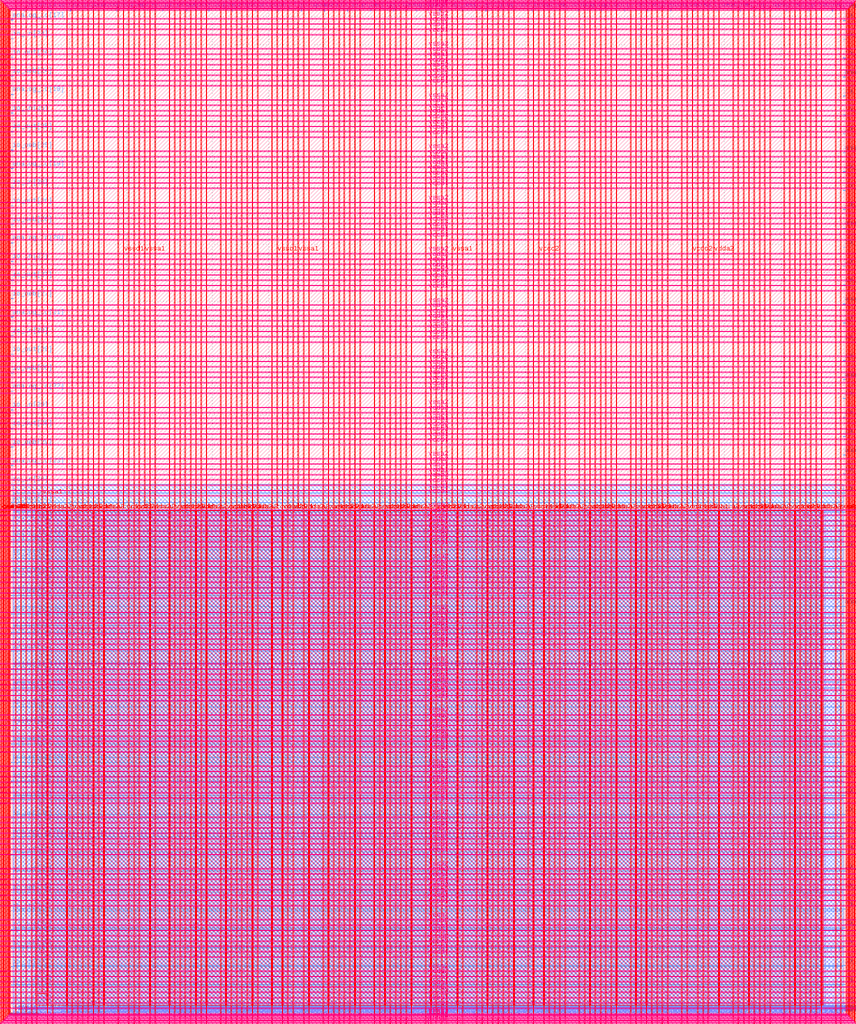
<source format=lef>
VERSION 5.7 ;
  NOWIREEXTENSIONATPIN ON ;
  DIVIDERCHAR "/" ;
  BUSBITCHARS "[]" ;
MACRO user_project_wrapper
  CLASS BLOCK ;
  FOREIGN user_project_wrapper ;
  ORIGIN 0.000 0.000 ;
  SIZE 2920.000 BY 3520.000 ;
  PIN analog_io[0]
    DIRECTION INOUT ;
    USE SIGNAL ;
    PORT
      LAYER met3 ;
        RECT 2917.600 1426.380 2924.800 1427.580 ;
    END
  END analog_io[0]
  PIN analog_io[10]
    DIRECTION INOUT ;
    USE SIGNAL ;
    PORT
      LAYER met2 ;
        RECT 2230.490 3517.600 2231.050 3524.800 ;
    END
  END analog_io[10]
  PIN analog_io[11]
    DIRECTION INOUT ;
    USE SIGNAL ;
    PORT
      LAYER met2 ;
        RECT 1905.730 3517.600 1906.290 3524.800 ;
    END
  END analog_io[11]
  PIN analog_io[12]
    DIRECTION INOUT ;
    USE SIGNAL ;
    PORT
      LAYER met2 ;
        RECT 1581.430 3517.600 1581.990 3524.800 ;
    END
  END analog_io[12]
  PIN analog_io[13]
    DIRECTION INOUT ;
    USE SIGNAL ;
    PORT
      LAYER met2 ;
        RECT 1257.130 3517.600 1257.690 3524.800 ;
    END
  END analog_io[13]
  PIN analog_io[14]
    DIRECTION INOUT ;
    USE SIGNAL ;
    PORT
      LAYER met2 ;
        RECT 932.370 3517.600 932.930 3524.800 ;
    END
  END analog_io[14]
  PIN analog_io[15]
    DIRECTION INOUT ;
    USE SIGNAL ;
    PORT
      LAYER met2 ;
        RECT 608.070 3517.600 608.630 3524.800 ;
    END
  END analog_io[15]
  PIN analog_io[16]
    DIRECTION INOUT ;
    USE SIGNAL ;
    PORT
      LAYER met2 ;
        RECT 283.770 3517.600 284.330 3524.800 ;
    END
  END analog_io[16]
  PIN analog_io[17]
    DIRECTION INOUT ;
    USE SIGNAL ;
    PORT
      LAYER met3 ;
        RECT -4.800 3486.100 2.400 3487.300 ;
    END
  END analog_io[17]
  PIN analog_io[18]
    DIRECTION INOUT ;
    USE SIGNAL ;
    PORT
      LAYER met3 ;
        RECT -4.800 3224.980 2.400 3226.180 ;
    END
  END analog_io[18]
  PIN analog_io[19]
    DIRECTION INOUT ;
    USE SIGNAL ;
    PORT
      LAYER met3 ;
        RECT -4.800 2964.540 2.400 2965.740 ;
    END
  END analog_io[19]
  PIN analog_io[1]
    DIRECTION INOUT ;
    USE SIGNAL ;
    PORT
      LAYER met3 ;
        RECT 2917.600 1692.260 2924.800 1693.460 ;
    END
  END analog_io[1]
  PIN analog_io[20]
    DIRECTION INOUT ;
    USE SIGNAL ;
    PORT
      LAYER met3 ;
        RECT -4.800 2703.420 2.400 2704.620 ;
    END
  END analog_io[20]
  PIN analog_io[21]
    DIRECTION INOUT ;
    USE SIGNAL ;
    PORT
      LAYER met3 ;
        RECT -4.800 2442.980 2.400 2444.180 ;
    END
  END analog_io[21]
  PIN analog_io[22]
    DIRECTION INOUT ;
    USE SIGNAL ;
    PORT
      LAYER met3 ;
        RECT -4.800 2182.540 2.400 2183.740 ;
    END
  END analog_io[22]
  PIN analog_io[23]
    DIRECTION INOUT ;
    USE SIGNAL ;
    PORT
      LAYER met3 ;
        RECT -4.800 1921.420 2.400 1922.620 ;
    END
  END analog_io[23]
  PIN analog_io[24]
    DIRECTION INOUT ;
    USE SIGNAL ;
    PORT
      LAYER met3 ;
        RECT -4.800 1660.980 2.400 1662.180 ;
    END
  END analog_io[24]
  PIN analog_io[25]
    DIRECTION INOUT ;
    USE SIGNAL ;
    PORT
      LAYER met3 ;
        RECT -4.800 1399.860 2.400 1401.060 ;
    END
  END analog_io[25]
  PIN analog_io[26]
    DIRECTION INOUT ;
    USE SIGNAL ;
    PORT
      LAYER met3 ;
        RECT -4.800 1139.420 2.400 1140.620 ;
    END
  END analog_io[26]
  PIN analog_io[27]
    DIRECTION INOUT ;
    USE SIGNAL ;
    PORT
      LAYER met3 ;
        RECT -4.800 878.980 2.400 880.180 ;
    END
  END analog_io[27]
  PIN analog_io[28]
    DIRECTION INOUT ;
    USE SIGNAL ;
    PORT
      LAYER met3 ;
        RECT -4.800 617.860 2.400 619.060 ;
    END
  END analog_io[28]
  PIN analog_io[2]
    DIRECTION INOUT ;
    USE SIGNAL ;
    PORT
      LAYER met3 ;
        RECT 2917.600 1958.140 2924.800 1959.340 ;
    END
  END analog_io[2]
  PIN analog_io[3]
    DIRECTION INOUT ;
    USE SIGNAL ;
    PORT
      LAYER met3 ;
        RECT 2917.600 2223.340 2924.800 2224.540 ;
    END
  END analog_io[3]
  PIN analog_io[4]
    DIRECTION INOUT ;
    USE SIGNAL ;
    PORT
      LAYER met3 ;
        RECT 2917.600 2489.220 2924.800 2490.420 ;
    END
  END analog_io[4]
  PIN analog_io[5]
    DIRECTION INOUT ;
    USE SIGNAL ;
    PORT
      LAYER met3 ;
        RECT 2917.600 2755.100 2924.800 2756.300 ;
    END
  END analog_io[5]
  PIN analog_io[6]
    DIRECTION INOUT ;
    USE SIGNAL ;
    PORT
      LAYER met3 ;
        RECT 2917.600 3020.300 2924.800 3021.500 ;
    END
  END analog_io[6]
  PIN analog_io[7]
    DIRECTION INOUT ;
    USE SIGNAL ;
    PORT
      LAYER met3 ;
        RECT 2917.600 3286.180 2924.800 3287.380 ;
    END
  END analog_io[7]
  PIN analog_io[8]
    DIRECTION INOUT ;
    USE SIGNAL ;
    PORT
      LAYER met2 ;
        RECT 2879.090 3517.600 2879.650 3524.800 ;
    END
  END analog_io[8]
  PIN analog_io[9]
    DIRECTION INOUT ;
    USE SIGNAL ;
    PORT
      LAYER met2 ;
        RECT 2554.790 3517.600 2555.350 3524.800 ;
    END
  END analog_io[9]
  PIN io_in[0]
    DIRECTION INPUT ;
    USE SIGNAL ;
    PORT
      LAYER met3 ;
        RECT 2917.600 32.380 2924.800 33.580 ;
    END
  END io_in[0]
  PIN io_in[10]
    DIRECTION INPUT ;
    USE SIGNAL ;
    PORT
      LAYER met3 ;
        RECT 2917.600 2289.980 2924.800 2291.180 ;
    END
  END io_in[10]
  PIN io_in[11]
    DIRECTION INPUT ;
    USE SIGNAL ;
    PORT
      LAYER met3 ;
        RECT 2917.600 2555.860 2924.800 2557.060 ;
    END
  END io_in[11]
  PIN io_in[12]
    DIRECTION INPUT ;
    USE SIGNAL ;
    PORT
      LAYER met3 ;
        RECT 2917.600 2821.060 2924.800 2822.260 ;
    END
  END io_in[12]
  PIN io_in[13]
    DIRECTION INPUT ;
    USE SIGNAL ;
    PORT
      LAYER met3 ;
        RECT 2917.600 3086.940 2924.800 3088.140 ;
    END
  END io_in[13]
  PIN io_in[14]
    DIRECTION INPUT ;
    USE SIGNAL ;
    PORT
      LAYER met3 ;
        RECT 2917.600 3352.820 2924.800 3354.020 ;
    END
  END io_in[14]
  PIN io_in[15]
    DIRECTION INPUT ;
    USE SIGNAL ;
    PORT
      LAYER met2 ;
        RECT 2798.130 3517.600 2798.690 3524.800 ;
    END
  END io_in[15]
  PIN io_in[16]
    DIRECTION INPUT ;
    USE SIGNAL ;
    PORT
      LAYER met2 ;
        RECT 2473.830 3517.600 2474.390 3524.800 ;
    END
  END io_in[16]
  PIN io_in[17]
    DIRECTION INPUT ;
    USE SIGNAL ;
    PORT
      LAYER met2 ;
        RECT 2149.070 3517.600 2149.630 3524.800 ;
    END
  END io_in[17]
  PIN io_in[18]
    DIRECTION INPUT ;
    USE SIGNAL ;
    PORT
      LAYER met2 ;
        RECT 1824.770 3517.600 1825.330 3524.800 ;
    END
  END io_in[18]
  PIN io_in[19]
    DIRECTION INPUT ;
    USE SIGNAL ;
    PORT
      LAYER met2 ;
        RECT 1500.470 3517.600 1501.030 3524.800 ;
    END
  END io_in[19]
  PIN io_in[1]
    DIRECTION INPUT ;
    USE SIGNAL ;
    PORT
      LAYER met3 ;
        RECT 2917.600 230.940 2924.800 232.140 ;
    END
  END io_in[1]
  PIN io_in[20]
    DIRECTION INPUT ;
    USE SIGNAL ;
    PORT
      LAYER met2 ;
        RECT 1175.710 3517.600 1176.270 3524.800 ;
    END
  END io_in[20]
  PIN io_in[21]
    DIRECTION INPUT ;
    USE SIGNAL ;
    PORT
      LAYER met2 ;
        RECT 851.410 3517.600 851.970 3524.800 ;
    END
  END io_in[21]
  PIN io_in[22]
    DIRECTION INPUT ;
    USE SIGNAL ;
    PORT
      LAYER met2 ;
        RECT 527.110 3517.600 527.670 3524.800 ;
    END
  END io_in[22]
  PIN io_in[23]
    DIRECTION INPUT ;
    USE SIGNAL ;
    PORT
      LAYER met2 ;
        RECT 202.350 3517.600 202.910 3524.800 ;
    END
  END io_in[23]
  PIN io_in[24]
    DIRECTION INPUT ;
    USE SIGNAL ;
    PORT
      LAYER met3 ;
        RECT -4.800 3420.820 2.400 3422.020 ;
    END
  END io_in[24]
  PIN io_in[25]
    DIRECTION INPUT ;
    USE SIGNAL ;
    PORT
      LAYER met3 ;
        RECT -4.800 3159.700 2.400 3160.900 ;
    END
  END io_in[25]
  PIN io_in[26]
    DIRECTION INPUT ;
    USE SIGNAL ;
    PORT
      LAYER met3 ;
        RECT -4.800 2899.260 2.400 2900.460 ;
    END
  END io_in[26]
  PIN io_in[27]
    DIRECTION INPUT ;
    USE SIGNAL ;
    PORT
      LAYER met3 ;
        RECT -4.800 2638.820 2.400 2640.020 ;
    END
  END io_in[27]
  PIN io_in[28]
    DIRECTION INPUT ;
    USE SIGNAL ;
    PORT
      LAYER met3 ;
        RECT -4.800 2377.700 2.400 2378.900 ;
    END
  END io_in[28]
  PIN io_in[29]
    DIRECTION INPUT ;
    USE SIGNAL ;
    PORT
      LAYER met3 ;
        RECT -4.800 2117.260 2.400 2118.460 ;
    END
  END io_in[29]
  PIN io_in[2]
    DIRECTION INPUT ;
    USE SIGNAL ;
    PORT
      LAYER met3 ;
        RECT 2917.600 430.180 2924.800 431.380 ;
    END
  END io_in[2]
  PIN io_in[30]
    DIRECTION INPUT ;
    USE SIGNAL ;
    PORT
      LAYER met3 ;
        RECT -4.800 1856.140 2.400 1857.340 ;
    END
  END io_in[30]
  PIN io_in[31]
    DIRECTION INPUT ;
    USE SIGNAL ;
    PORT
      LAYER met3 ;
        RECT -4.800 1595.700 2.400 1596.900 ;
    END
  END io_in[31]
  PIN io_in[32]
    DIRECTION INPUT ;
    USE SIGNAL ;
    PORT
      LAYER met3 ;
        RECT -4.800 1335.260 2.400 1336.460 ;
    END
  END io_in[32]
  PIN io_in[33]
    DIRECTION INPUT ;
    USE SIGNAL ;
    PORT
      LAYER met3 ;
        RECT -4.800 1074.140 2.400 1075.340 ;
    END
  END io_in[33]
  PIN io_in[34]
    DIRECTION INPUT ;
    USE SIGNAL ;
    PORT
      LAYER met3 ;
        RECT -4.800 813.700 2.400 814.900 ;
    END
  END io_in[34]
  PIN io_in[35]
    DIRECTION INPUT ;
    USE SIGNAL ;
    PORT
      LAYER met3 ;
        RECT -4.800 552.580 2.400 553.780 ;
    END
  END io_in[35]
  PIN io_in[36]
    DIRECTION INPUT ;
    USE SIGNAL ;
    PORT
      LAYER met3 ;
        RECT -4.800 357.420 2.400 358.620 ;
    END
  END io_in[36]
  PIN io_in[37]
    DIRECTION INPUT ;
    USE SIGNAL ;
    PORT
      LAYER met3 ;
        RECT -4.800 161.580 2.400 162.780 ;
    END
  END io_in[37]
  PIN io_in[3]
    DIRECTION INPUT ;
    USE SIGNAL ;
    PORT
      LAYER met3 ;
        RECT 2917.600 629.420 2924.800 630.620 ;
    END
  END io_in[3]
  PIN io_in[4]
    DIRECTION INPUT ;
    USE SIGNAL ;
    PORT
      LAYER met3 ;
        RECT 2917.600 828.660 2924.800 829.860 ;
    END
  END io_in[4]
  PIN io_in[5]
    DIRECTION INPUT ;
    USE SIGNAL ;
    PORT
      LAYER met3 ;
        RECT 2917.600 1027.900 2924.800 1029.100 ;
    END
  END io_in[5]
  PIN io_in[6]
    DIRECTION INPUT ;
    USE SIGNAL ;
    PORT
      LAYER met3 ;
        RECT 2917.600 1227.140 2924.800 1228.340 ;
    END
  END io_in[6]
  PIN io_in[7]
    DIRECTION INPUT ;
    USE SIGNAL ;
    PORT
      LAYER met3 ;
        RECT 2917.600 1493.020 2924.800 1494.220 ;
    END
  END io_in[7]
  PIN io_in[8]
    DIRECTION INPUT ;
    USE SIGNAL ;
    PORT
      LAYER met3 ;
        RECT 2917.600 1758.900 2924.800 1760.100 ;
    END
  END io_in[8]
  PIN io_in[9]
    DIRECTION INPUT ;
    USE SIGNAL ;
    PORT
      LAYER met3 ;
        RECT 2917.600 2024.100 2924.800 2025.300 ;
    END
  END io_in[9]
  PIN io_oeb[0]
    DIRECTION OUTPUT TRISTATE ;
    USE SIGNAL ;
    PORT
      LAYER met3 ;
        RECT 2917.600 164.980 2924.800 166.180 ;
    END
  END io_oeb[0]
  PIN io_oeb[10]
    DIRECTION OUTPUT TRISTATE ;
    USE SIGNAL ;
    PORT
      LAYER met3 ;
        RECT 2917.600 2422.580 2924.800 2423.780 ;
    END
  END io_oeb[10]
  PIN io_oeb[11]
    DIRECTION OUTPUT TRISTATE ;
    USE SIGNAL ;
    PORT
      LAYER met3 ;
        RECT 2917.600 2688.460 2924.800 2689.660 ;
    END
  END io_oeb[11]
  PIN io_oeb[12]
    DIRECTION OUTPUT TRISTATE ;
    USE SIGNAL ;
    PORT
      LAYER met3 ;
        RECT 2917.600 2954.340 2924.800 2955.540 ;
    END
  END io_oeb[12]
  PIN io_oeb[13]
    DIRECTION OUTPUT TRISTATE ;
    USE SIGNAL ;
    PORT
      LAYER met3 ;
        RECT 2917.600 3219.540 2924.800 3220.740 ;
    END
  END io_oeb[13]
  PIN io_oeb[14]
    DIRECTION OUTPUT TRISTATE ;
    USE SIGNAL ;
    PORT
      LAYER met3 ;
        RECT 2917.600 3485.420 2924.800 3486.620 ;
    END
  END io_oeb[14]
  PIN io_oeb[15]
    DIRECTION OUTPUT TRISTATE ;
    USE SIGNAL ;
    PORT
      LAYER met2 ;
        RECT 2635.750 3517.600 2636.310 3524.800 ;
    END
  END io_oeb[15]
  PIN io_oeb[16]
    DIRECTION OUTPUT TRISTATE ;
    USE SIGNAL ;
    PORT
      LAYER met2 ;
        RECT 2311.450 3517.600 2312.010 3524.800 ;
    END
  END io_oeb[16]
  PIN io_oeb[17]
    DIRECTION OUTPUT TRISTATE ;
    USE SIGNAL ;
    PORT
      LAYER met2 ;
        RECT 1987.150 3517.600 1987.710 3524.800 ;
    END
  END io_oeb[17]
  PIN io_oeb[18]
    DIRECTION OUTPUT TRISTATE ;
    USE SIGNAL ;
    PORT
      LAYER met2 ;
        RECT 1662.390 3517.600 1662.950 3524.800 ;
    END
  END io_oeb[18]
  PIN io_oeb[19]
    DIRECTION OUTPUT TRISTATE ;
    USE SIGNAL ;
    PORT
      LAYER met2 ;
        RECT 1338.090 3517.600 1338.650 3524.800 ;
    END
  END io_oeb[19]
  PIN io_oeb[1]
    DIRECTION OUTPUT TRISTATE ;
    USE SIGNAL ;
    PORT
      LAYER met3 ;
        RECT 2917.600 364.220 2924.800 365.420 ;
    END
  END io_oeb[1]
  PIN io_oeb[20]
    DIRECTION OUTPUT TRISTATE ;
    USE SIGNAL ;
    PORT
      LAYER met2 ;
        RECT 1013.790 3517.600 1014.350 3524.800 ;
    END
  END io_oeb[20]
  PIN io_oeb[21]
    DIRECTION OUTPUT TRISTATE ;
    USE SIGNAL ;
    PORT
      LAYER met2 ;
        RECT 689.030 3517.600 689.590 3524.800 ;
    END
  END io_oeb[21]
  PIN io_oeb[22]
    DIRECTION OUTPUT TRISTATE ;
    USE SIGNAL ;
    PORT
      LAYER met2 ;
        RECT 364.730 3517.600 365.290 3524.800 ;
    END
  END io_oeb[22]
  PIN io_oeb[23]
    DIRECTION OUTPUT TRISTATE ;
    USE SIGNAL ;
    PORT
      LAYER met2 ;
        RECT 40.430 3517.600 40.990 3524.800 ;
    END
  END io_oeb[23]
  PIN io_oeb[24]
    DIRECTION OUTPUT TRISTATE ;
    USE SIGNAL ;
    PORT
      LAYER met3 ;
        RECT -4.800 3290.260 2.400 3291.460 ;
    END
  END io_oeb[24]
  PIN io_oeb[25]
    DIRECTION OUTPUT TRISTATE ;
    USE SIGNAL ;
    PORT
      LAYER met3 ;
        RECT -4.800 3029.820 2.400 3031.020 ;
    END
  END io_oeb[25]
  PIN io_oeb[26]
    DIRECTION OUTPUT TRISTATE ;
    USE SIGNAL ;
    PORT
      LAYER met3 ;
        RECT -4.800 2768.700 2.400 2769.900 ;
    END
  END io_oeb[26]
  PIN io_oeb[27]
    DIRECTION OUTPUT TRISTATE ;
    USE SIGNAL ;
    PORT
      LAYER met3 ;
        RECT -4.800 2508.260 2.400 2509.460 ;
    END
  END io_oeb[27]
  PIN io_oeb[28]
    DIRECTION OUTPUT TRISTATE ;
    USE SIGNAL ;
    PORT
      LAYER met3 ;
        RECT -4.800 2247.140 2.400 2248.340 ;
    END
  END io_oeb[28]
  PIN io_oeb[29]
    DIRECTION OUTPUT TRISTATE ;
    USE SIGNAL ;
    PORT
      LAYER met3 ;
        RECT -4.800 1986.700 2.400 1987.900 ;
    END
  END io_oeb[29]
  PIN io_oeb[2]
    DIRECTION OUTPUT TRISTATE ;
    USE SIGNAL ;
    PORT
      LAYER met3 ;
        RECT 2917.600 563.460 2924.800 564.660 ;
    END
  END io_oeb[2]
  PIN io_oeb[30]
    DIRECTION OUTPUT TRISTATE ;
    USE SIGNAL ;
    PORT
      LAYER met3 ;
        RECT -4.800 1726.260 2.400 1727.460 ;
    END
  END io_oeb[30]
  PIN io_oeb[31]
    DIRECTION OUTPUT TRISTATE ;
    USE SIGNAL ;
    PORT
      LAYER met3 ;
        RECT -4.800 1465.140 2.400 1466.340 ;
    END
  END io_oeb[31]
  PIN io_oeb[32]
    DIRECTION OUTPUT TRISTATE ;
    USE SIGNAL ;
    PORT
      LAYER met3 ;
        RECT -4.800 1204.700 2.400 1205.900 ;
    END
  END io_oeb[32]
  PIN io_oeb[33]
    DIRECTION OUTPUT TRISTATE ;
    USE SIGNAL ;
    PORT
      LAYER met3 ;
        RECT -4.800 943.580 2.400 944.780 ;
    END
  END io_oeb[33]
  PIN io_oeb[34]
    DIRECTION OUTPUT TRISTATE ;
    USE SIGNAL ;
    PORT
      LAYER met3 ;
        RECT -4.800 683.140 2.400 684.340 ;
    END
  END io_oeb[34]
  PIN io_oeb[35]
    DIRECTION OUTPUT TRISTATE ;
    USE SIGNAL ;
    PORT
      LAYER met3 ;
        RECT -4.800 422.700 2.400 423.900 ;
    END
  END io_oeb[35]
  PIN io_oeb[36]
    DIRECTION OUTPUT TRISTATE ;
    USE SIGNAL ;
    PORT
      LAYER met3 ;
        RECT -4.800 226.860 2.400 228.060 ;
    END
  END io_oeb[36]
  PIN io_oeb[37]
    DIRECTION OUTPUT TRISTATE ;
    USE SIGNAL ;
    PORT
      LAYER met3 ;
        RECT -4.800 31.700 2.400 32.900 ;
    END
  END io_oeb[37]
  PIN io_oeb[3]
    DIRECTION OUTPUT TRISTATE ;
    USE SIGNAL ;
    PORT
      LAYER met3 ;
        RECT 2917.600 762.700 2924.800 763.900 ;
    END
  END io_oeb[3]
  PIN io_oeb[4]
    DIRECTION OUTPUT TRISTATE ;
    USE SIGNAL ;
    PORT
      LAYER met3 ;
        RECT 2917.600 961.940 2924.800 963.140 ;
    END
  END io_oeb[4]
  PIN io_oeb[5]
    DIRECTION OUTPUT TRISTATE ;
    USE SIGNAL ;
    PORT
      LAYER met3 ;
        RECT 2917.600 1161.180 2924.800 1162.380 ;
    END
  END io_oeb[5]
  PIN io_oeb[6]
    DIRECTION OUTPUT TRISTATE ;
    USE SIGNAL ;
    PORT
      LAYER met3 ;
        RECT 2917.600 1360.420 2924.800 1361.620 ;
    END
  END io_oeb[6]
  PIN io_oeb[7]
    DIRECTION OUTPUT TRISTATE ;
    USE SIGNAL ;
    PORT
      LAYER met3 ;
        RECT 2917.600 1625.620 2924.800 1626.820 ;
    END
  END io_oeb[7]
  PIN io_oeb[8]
    DIRECTION OUTPUT TRISTATE ;
    USE SIGNAL ;
    PORT
      LAYER met3 ;
        RECT 2917.600 1891.500 2924.800 1892.700 ;
    END
  END io_oeb[8]
  PIN io_oeb[9]
    DIRECTION OUTPUT TRISTATE ;
    USE SIGNAL ;
    PORT
      LAYER met3 ;
        RECT 2917.600 2157.380 2924.800 2158.580 ;
    END
  END io_oeb[9]
  PIN io_out[0]
    DIRECTION OUTPUT TRISTATE ;
    USE SIGNAL ;
    PORT
      LAYER met3 ;
        RECT 2917.600 98.340 2924.800 99.540 ;
    END
  END io_out[0]
  PIN io_out[10]
    DIRECTION OUTPUT TRISTATE ;
    USE SIGNAL ;
    PORT
      LAYER met3 ;
        RECT 2917.600 2356.620 2924.800 2357.820 ;
    END
  END io_out[10]
  PIN io_out[11]
    DIRECTION OUTPUT TRISTATE ;
    USE SIGNAL ;
    PORT
      LAYER met3 ;
        RECT 2917.600 2621.820 2924.800 2623.020 ;
    END
  END io_out[11]
  PIN io_out[12]
    DIRECTION OUTPUT TRISTATE ;
    USE SIGNAL ;
    PORT
      LAYER met3 ;
        RECT 2917.600 2887.700 2924.800 2888.900 ;
    END
  END io_out[12]
  PIN io_out[13]
    DIRECTION OUTPUT TRISTATE ;
    USE SIGNAL ;
    PORT
      LAYER met3 ;
        RECT 2917.600 3153.580 2924.800 3154.780 ;
    END
  END io_out[13]
  PIN io_out[14]
    DIRECTION OUTPUT TRISTATE ;
    USE SIGNAL ;
    PORT
      LAYER met3 ;
        RECT 2917.600 3418.780 2924.800 3419.980 ;
    END
  END io_out[14]
  PIN io_out[15]
    DIRECTION OUTPUT TRISTATE ;
    USE SIGNAL ;
    PORT
      LAYER met2 ;
        RECT 2717.170 3517.600 2717.730 3524.800 ;
    END
  END io_out[15]
  PIN io_out[16]
    DIRECTION OUTPUT TRISTATE ;
    USE SIGNAL ;
    PORT
      LAYER met2 ;
        RECT 2392.410 3517.600 2392.970 3524.800 ;
    END
  END io_out[16]
  PIN io_out[17]
    DIRECTION OUTPUT TRISTATE ;
    USE SIGNAL ;
    PORT
      LAYER met2 ;
        RECT 2068.110 3517.600 2068.670 3524.800 ;
    END
  END io_out[17]
  PIN io_out[18]
    DIRECTION OUTPUT TRISTATE ;
    USE SIGNAL ;
    PORT
      LAYER met2 ;
        RECT 1743.810 3517.600 1744.370 3524.800 ;
    END
  END io_out[18]
  PIN io_out[19]
    DIRECTION OUTPUT TRISTATE ;
    USE SIGNAL ;
    PORT
      LAYER met2 ;
        RECT 1419.050 3517.600 1419.610 3524.800 ;
    END
  END io_out[19]
  PIN io_out[1]
    DIRECTION OUTPUT TRISTATE ;
    USE SIGNAL ;
    PORT
      LAYER met3 ;
        RECT 2917.600 297.580 2924.800 298.780 ;
    END
  END io_out[1]
  PIN io_out[20]
    DIRECTION OUTPUT TRISTATE ;
    USE SIGNAL ;
    PORT
      LAYER met2 ;
        RECT 1094.750 3517.600 1095.310 3524.800 ;
    END
  END io_out[20]
  PIN io_out[21]
    DIRECTION OUTPUT TRISTATE ;
    USE SIGNAL ;
    PORT
      LAYER met2 ;
        RECT 770.450 3517.600 771.010 3524.800 ;
    END
  END io_out[21]
  PIN io_out[22]
    DIRECTION OUTPUT TRISTATE ;
    USE SIGNAL ;
    PORT
      LAYER met2 ;
        RECT 445.690 3517.600 446.250 3524.800 ;
    END
  END io_out[22]
  PIN io_out[23]
    DIRECTION OUTPUT TRISTATE ;
    USE SIGNAL ;
    PORT
      LAYER met2 ;
        RECT 121.390 3517.600 121.950 3524.800 ;
    END
  END io_out[23]
  PIN io_out[24]
    DIRECTION OUTPUT TRISTATE ;
    USE SIGNAL ;
    PORT
      LAYER met3 ;
        RECT -4.800 3355.540 2.400 3356.740 ;
    END
  END io_out[24]
  PIN io_out[25]
    DIRECTION OUTPUT TRISTATE ;
    USE SIGNAL ;
    PORT
      LAYER met3 ;
        RECT -4.800 3095.100 2.400 3096.300 ;
    END
  END io_out[25]
  PIN io_out[26]
    DIRECTION OUTPUT TRISTATE ;
    USE SIGNAL ;
    PORT
      LAYER met3 ;
        RECT -4.800 2833.980 2.400 2835.180 ;
    END
  END io_out[26]
  PIN io_out[27]
    DIRECTION OUTPUT TRISTATE ;
    USE SIGNAL ;
    PORT
      LAYER met3 ;
        RECT -4.800 2573.540 2.400 2574.740 ;
    END
  END io_out[27]
  PIN io_out[28]
    DIRECTION OUTPUT TRISTATE ;
    USE SIGNAL ;
    PORT
      LAYER met3 ;
        RECT -4.800 2312.420 2.400 2313.620 ;
    END
  END io_out[28]
  PIN io_out[29]
    DIRECTION OUTPUT TRISTATE ;
    USE SIGNAL ;
    PORT
      LAYER met3 ;
        RECT -4.800 2051.980 2.400 2053.180 ;
    END
  END io_out[29]
  PIN io_out[2]
    DIRECTION OUTPUT TRISTATE ;
    USE SIGNAL ;
    PORT
      LAYER met3 ;
        RECT 2917.600 496.820 2924.800 498.020 ;
    END
  END io_out[2]
  PIN io_out[30]
    DIRECTION OUTPUT TRISTATE ;
    USE SIGNAL ;
    PORT
      LAYER met3 ;
        RECT -4.800 1791.540 2.400 1792.740 ;
    END
  END io_out[30]
  PIN io_out[31]
    DIRECTION OUTPUT TRISTATE ;
    USE SIGNAL ;
    PORT
      LAYER met3 ;
        RECT -4.800 1530.420 2.400 1531.620 ;
    END
  END io_out[31]
  PIN io_out[32]
    DIRECTION OUTPUT TRISTATE ;
    USE SIGNAL ;
    PORT
      LAYER met3 ;
        RECT -4.800 1269.980 2.400 1271.180 ;
    END
  END io_out[32]
  PIN io_out[33]
    DIRECTION OUTPUT TRISTATE ;
    USE SIGNAL ;
    PORT
      LAYER met3 ;
        RECT -4.800 1008.860 2.400 1010.060 ;
    END
  END io_out[33]
  PIN io_out[34]
    DIRECTION OUTPUT TRISTATE ;
    USE SIGNAL ;
    PORT
      LAYER met3 ;
        RECT -4.800 748.420 2.400 749.620 ;
    END
  END io_out[34]
  PIN io_out[35]
    DIRECTION OUTPUT TRISTATE ;
    USE SIGNAL ;
    PORT
      LAYER met3 ;
        RECT -4.800 487.300 2.400 488.500 ;
    END
  END io_out[35]
  PIN io_out[36]
    DIRECTION OUTPUT TRISTATE ;
    USE SIGNAL ;
    PORT
      LAYER met3 ;
        RECT -4.800 292.140 2.400 293.340 ;
    END
  END io_out[36]
  PIN io_out[37]
    DIRECTION OUTPUT TRISTATE ;
    USE SIGNAL ;
    PORT
      LAYER met3 ;
        RECT -4.800 96.300 2.400 97.500 ;
    END
  END io_out[37]
  PIN io_out[3]
    DIRECTION OUTPUT TRISTATE ;
    USE SIGNAL ;
    PORT
      LAYER met3 ;
        RECT 2917.600 696.060 2924.800 697.260 ;
    END
  END io_out[3]
  PIN io_out[4]
    DIRECTION OUTPUT TRISTATE ;
    USE SIGNAL ;
    PORT
      LAYER met3 ;
        RECT 2917.600 895.300 2924.800 896.500 ;
    END
  END io_out[4]
  PIN io_out[5]
    DIRECTION OUTPUT TRISTATE ;
    USE SIGNAL ;
    PORT
      LAYER met3 ;
        RECT 2917.600 1094.540 2924.800 1095.740 ;
    END
  END io_out[5]
  PIN io_out[6]
    DIRECTION OUTPUT TRISTATE ;
    USE SIGNAL ;
    PORT
      LAYER met3 ;
        RECT 2917.600 1293.780 2924.800 1294.980 ;
    END
  END io_out[6]
  PIN io_out[7]
    DIRECTION OUTPUT TRISTATE ;
    USE SIGNAL ;
    PORT
      LAYER met3 ;
        RECT 2917.600 1559.660 2924.800 1560.860 ;
    END
  END io_out[7]
  PIN io_out[8]
    DIRECTION OUTPUT TRISTATE ;
    USE SIGNAL ;
    PORT
      LAYER met3 ;
        RECT 2917.600 1824.860 2924.800 1826.060 ;
    END
  END io_out[8]
  PIN io_out[9]
    DIRECTION OUTPUT TRISTATE ;
    USE SIGNAL ;
    PORT
      LAYER met3 ;
        RECT 2917.600 2090.740 2924.800 2091.940 ;
    END
  END io_out[9]
  PIN la_data_in[0]
    DIRECTION INPUT ;
    USE SIGNAL ;
    PORT
      LAYER met2 ;
        RECT 629.230 -4.800 629.790 2.400 ;
    END
  END la_data_in[0]
  PIN la_data_in[100]
    DIRECTION INPUT ;
    USE SIGNAL ;
    PORT
      LAYER met2 ;
        RECT 2402.530 -4.800 2403.090 2.400 ;
    END
  END la_data_in[100]
  PIN la_data_in[101]
    DIRECTION INPUT ;
    USE SIGNAL ;
    PORT
      LAYER met2 ;
        RECT 2420.010 -4.800 2420.570 2.400 ;
    END
  END la_data_in[101]
  PIN la_data_in[102]
    DIRECTION INPUT ;
    USE SIGNAL ;
    PORT
      LAYER met2 ;
        RECT 2437.950 -4.800 2438.510 2.400 ;
    END
  END la_data_in[102]
  PIN la_data_in[103]
    DIRECTION INPUT ;
    USE SIGNAL ;
    PORT
      LAYER met2 ;
        RECT 2455.430 -4.800 2455.990 2.400 ;
    END
  END la_data_in[103]
  PIN la_data_in[104]
    DIRECTION INPUT ;
    USE SIGNAL ;
    PORT
      LAYER met2 ;
        RECT 2473.370 -4.800 2473.930 2.400 ;
    END
  END la_data_in[104]
  PIN la_data_in[105]
    DIRECTION INPUT ;
    USE SIGNAL ;
    PORT
      LAYER met2 ;
        RECT 2490.850 -4.800 2491.410 2.400 ;
    END
  END la_data_in[105]
  PIN la_data_in[106]
    DIRECTION INPUT ;
    USE SIGNAL ;
    PORT
      LAYER met2 ;
        RECT 2508.790 -4.800 2509.350 2.400 ;
    END
  END la_data_in[106]
  PIN la_data_in[107]
    DIRECTION INPUT ;
    USE SIGNAL ;
    PORT
      LAYER met2 ;
        RECT 2526.730 -4.800 2527.290 2.400 ;
    END
  END la_data_in[107]
  PIN la_data_in[108]
    DIRECTION INPUT ;
    USE SIGNAL ;
    PORT
      LAYER met2 ;
        RECT 2544.210 -4.800 2544.770 2.400 ;
    END
  END la_data_in[108]
  PIN la_data_in[109]
    DIRECTION INPUT ;
    USE SIGNAL ;
    PORT
      LAYER met2 ;
        RECT 2562.150 -4.800 2562.710 2.400 ;
    END
  END la_data_in[109]
  PIN la_data_in[10]
    DIRECTION INPUT ;
    USE SIGNAL ;
    PORT
      LAYER met2 ;
        RECT 806.330 -4.800 806.890 2.400 ;
    END
  END la_data_in[10]
  PIN la_data_in[110]
    DIRECTION INPUT ;
    USE SIGNAL ;
    PORT
      LAYER met2 ;
        RECT 2579.630 -4.800 2580.190 2.400 ;
    END
  END la_data_in[110]
  PIN la_data_in[111]
    DIRECTION INPUT ;
    USE SIGNAL ;
    PORT
      LAYER met2 ;
        RECT 2597.570 -4.800 2598.130 2.400 ;
    END
  END la_data_in[111]
  PIN la_data_in[112]
    DIRECTION INPUT ;
    USE SIGNAL ;
    PORT
      LAYER met2 ;
        RECT 2615.050 -4.800 2615.610 2.400 ;
    END
  END la_data_in[112]
  PIN la_data_in[113]
    DIRECTION INPUT ;
    USE SIGNAL ;
    PORT
      LAYER met2 ;
        RECT 2632.990 -4.800 2633.550 2.400 ;
    END
  END la_data_in[113]
  PIN la_data_in[114]
    DIRECTION INPUT ;
    USE SIGNAL ;
    PORT
      LAYER met2 ;
        RECT 2650.470 -4.800 2651.030 2.400 ;
    END
  END la_data_in[114]
  PIN la_data_in[115]
    DIRECTION INPUT ;
    USE SIGNAL ;
    PORT
      LAYER met2 ;
        RECT 2668.410 -4.800 2668.970 2.400 ;
    END
  END la_data_in[115]
  PIN la_data_in[116]
    DIRECTION INPUT ;
    USE SIGNAL ;
    PORT
      LAYER met2 ;
        RECT 2685.890 -4.800 2686.450 2.400 ;
    END
  END la_data_in[116]
  PIN la_data_in[117]
    DIRECTION INPUT ;
    USE SIGNAL ;
    PORT
      LAYER met2 ;
        RECT 2703.830 -4.800 2704.390 2.400 ;
    END
  END la_data_in[117]
  PIN la_data_in[118]
    DIRECTION INPUT ;
    USE SIGNAL ;
    PORT
      LAYER met2 ;
        RECT 2721.770 -4.800 2722.330 2.400 ;
    END
  END la_data_in[118]
  PIN la_data_in[119]
    DIRECTION INPUT ;
    USE SIGNAL ;
    PORT
      LAYER met2 ;
        RECT 2739.250 -4.800 2739.810 2.400 ;
    END
  END la_data_in[119]
  PIN la_data_in[11]
    DIRECTION INPUT ;
    USE SIGNAL ;
    PORT
      LAYER met2 ;
        RECT 824.270 -4.800 824.830 2.400 ;
    END
  END la_data_in[11]
  PIN la_data_in[120]
    DIRECTION INPUT ;
    USE SIGNAL ;
    PORT
      LAYER met2 ;
        RECT 2757.190 -4.800 2757.750 2.400 ;
    END
  END la_data_in[120]
  PIN la_data_in[121]
    DIRECTION INPUT ;
    USE SIGNAL ;
    PORT
      LAYER met2 ;
        RECT 2774.670 -4.800 2775.230 2.400 ;
    END
  END la_data_in[121]
  PIN la_data_in[122]
    DIRECTION INPUT ;
    USE SIGNAL ;
    PORT
      LAYER met2 ;
        RECT 2792.610 -4.800 2793.170 2.400 ;
    END
  END la_data_in[122]
  PIN la_data_in[123]
    DIRECTION INPUT ;
    USE SIGNAL ;
    PORT
      LAYER met2 ;
        RECT 2810.090 -4.800 2810.650 2.400 ;
    END
  END la_data_in[123]
  PIN la_data_in[124]
    DIRECTION INPUT ;
    USE SIGNAL ;
    PORT
      LAYER met2 ;
        RECT 2828.030 -4.800 2828.590 2.400 ;
    END
  END la_data_in[124]
  PIN la_data_in[125]
    DIRECTION INPUT ;
    USE SIGNAL ;
    PORT
      LAYER met2 ;
        RECT 2845.510 -4.800 2846.070 2.400 ;
    END
  END la_data_in[125]
  PIN la_data_in[126]
    DIRECTION INPUT ;
    USE SIGNAL ;
    PORT
      LAYER met2 ;
        RECT 2863.450 -4.800 2864.010 2.400 ;
    END
  END la_data_in[126]
  PIN la_data_in[127]
    DIRECTION INPUT ;
    USE SIGNAL ;
    PORT
      LAYER met2 ;
        RECT 2881.390 -4.800 2881.950 2.400 ;
    END
  END la_data_in[127]
  PIN la_data_in[12]
    DIRECTION INPUT ;
    USE SIGNAL ;
    PORT
      LAYER met2 ;
        RECT 841.750 -4.800 842.310 2.400 ;
    END
  END la_data_in[12]
  PIN la_data_in[13]
    DIRECTION INPUT ;
    USE SIGNAL ;
    PORT
      LAYER met2 ;
        RECT 859.690 -4.800 860.250 2.400 ;
    END
  END la_data_in[13]
  PIN la_data_in[14]
    DIRECTION INPUT ;
    USE SIGNAL ;
    PORT
      LAYER met2 ;
        RECT 877.170 -4.800 877.730 2.400 ;
    END
  END la_data_in[14]
  PIN la_data_in[15]
    DIRECTION INPUT ;
    USE SIGNAL ;
    PORT
      LAYER met2 ;
        RECT 895.110 -4.800 895.670 2.400 ;
    END
  END la_data_in[15]
  PIN la_data_in[16]
    DIRECTION INPUT ;
    USE SIGNAL ;
    PORT
      LAYER met2 ;
        RECT 912.590 -4.800 913.150 2.400 ;
    END
  END la_data_in[16]
  PIN la_data_in[17]
    DIRECTION INPUT ;
    USE SIGNAL ;
    PORT
      LAYER met2 ;
        RECT 930.530 -4.800 931.090 2.400 ;
    END
  END la_data_in[17]
  PIN la_data_in[18]
    DIRECTION INPUT ;
    USE SIGNAL ;
    PORT
      LAYER met2 ;
        RECT 948.470 -4.800 949.030 2.400 ;
    END
  END la_data_in[18]
  PIN la_data_in[19]
    DIRECTION INPUT ;
    USE SIGNAL ;
    PORT
      LAYER met2 ;
        RECT 965.950 -4.800 966.510 2.400 ;
    END
  END la_data_in[19]
  PIN la_data_in[1]
    DIRECTION INPUT ;
    USE SIGNAL ;
    PORT
      LAYER met2 ;
        RECT 646.710 -4.800 647.270 2.400 ;
    END
  END la_data_in[1]
  PIN la_data_in[20]
    DIRECTION INPUT ;
    USE SIGNAL ;
    PORT
      LAYER met2 ;
        RECT 983.890 -4.800 984.450 2.400 ;
    END
  END la_data_in[20]
  PIN la_data_in[21]
    DIRECTION INPUT ;
    USE SIGNAL ;
    PORT
      LAYER met2 ;
        RECT 1001.370 -4.800 1001.930 2.400 ;
    END
  END la_data_in[21]
  PIN la_data_in[22]
    DIRECTION INPUT ;
    USE SIGNAL ;
    PORT
      LAYER met2 ;
        RECT 1019.310 -4.800 1019.870 2.400 ;
    END
  END la_data_in[22]
  PIN la_data_in[23]
    DIRECTION INPUT ;
    USE SIGNAL ;
    PORT
      LAYER met2 ;
        RECT 1036.790 -4.800 1037.350 2.400 ;
    END
  END la_data_in[23]
  PIN la_data_in[24]
    DIRECTION INPUT ;
    USE SIGNAL ;
    PORT
      LAYER met2 ;
        RECT 1054.730 -4.800 1055.290 2.400 ;
    END
  END la_data_in[24]
  PIN la_data_in[25]
    DIRECTION INPUT ;
    USE SIGNAL ;
    PORT
      LAYER met2 ;
        RECT 1072.210 -4.800 1072.770 2.400 ;
    END
  END la_data_in[25]
  PIN la_data_in[26]
    DIRECTION INPUT ;
    USE SIGNAL ;
    PORT
      LAYER met2 ;
        RECT 1090.150 -4.800 1090.710 2.400 ;
    END
  END la_data_in[26]
  PIN la_data_in[27]
    DIRECTION INPUT ;
    USE SIGNAL ;
    PORT
      LAYER met2 ;
        RECT 1107.630 -4.800 1108.190 2.400 ;
    END
  END la_data_in[27]
  PIN la_data_in[28]
    DIRECTION INPUT ;
    USE SIGNAL ;
    PORT
      LAYER met2 ;
        RECT 1125.570 -4.800 1126.130 2.400 ;
    END
  END la_data_in[28]
  PIN la_data_in[29]
    DIRECTION INPUT ;
    USE SIGNAL ;
    PORT
      LAYER met2 ;
        RECT 1143.510 -4.800 1144.070 2.400 ;
    END
  END la_data_in[29]
  PIN la_data_in[2]
    DIRECTION INPUT ;
    USE SIGNAL ;
    PORT
      LAYER met2 ;
        RECT 664.650 -4.800 665.210 2.400 ;
    END
  END la_data_in[2]
  PIN la_data_in[30]
    DIRECTION INPUT ;
    USE SIGNAL ;
    PORT
      LAYER met2 ;
        RECT 1160.990 -4.800 1161.550 2.400 ;
    END
  END la_data_in[30]
  PIN la_data_in[31]
    DIRECTION INPUT ;
    USE SIGNAL ;
    PORT
      LAYER met2 ;
        RECT 1178.930 -4.800 1179.490 2.400 ;
    END
  END la_data_in[31]
  PIN la_data_in[32]
    DIRECTION INPUT ;
    USE SIGNAL ;
    PORT
      LAYER met2 ;
        RECT 1196.410 -4.800 1196.970 2.400 ;
    END
  END la_data_in[32]
  PIN la_data_in[33]
    DIRECTION INPUT ;
    USE SIGNAL ;
    PORT
      LAYER met2 ;
        RECT 1214.350 -4.800 1214.910 2.400 ;
    END
  END la_data_in[33]
  PIN la_data_in[34]
    DIRECTION INPUT ;
    USE SIGNAL ;
    PORT
      LAYER met2 ;
        RECT 1231.830 -4.800 1232.390 2.400 ;
    END
  END la_data_in[34]
  PIN la_data_in[35]
    DIRECTION INPUT ;
    USE SIGNAL ;
    PORT
      LAYER met2 ;
        RECT 1249.770 -4.800 1250.330 2.400 ;
    END
  END la_data_in[35]
  PIN la_data_in[36]
    DIRECTION INPUT ;
    USE SIGNAL ;
    PORT
      LAYER met2 ;
        RECT 1267.250 -4.800 1267.810 2.400 ;
    END
  END la_data_in[36]
  PIN la_data_in[37]
    DIRECTION INPUT ;
    USE SIGNAL ;
    PORT
      LAYER met2 ;
        RECT 1285.190 -4.800 1285.750 2.400 ;
    END
  END la_data_in[37]
  PIN la_data_in[38]
    DIRECTION INPUT ;
    USE SIGNAL ;
    PORT
      LAYER met2 ;
        RECT 1303.130 -4.800 1303.690 2.400 ;
    END
  END la_data_in[38]
  PIN la_data_in[39]
    DIRECTION INPUT ;
    USE SIGNAL ;
    PORT
      LAYER met2 ;
        RECT 1320.610 -4.800 1321.170 2.400 ;
    END
  END la_data_in[39]
  PIN la_data_in[3]
    DIRECTION INPUT ;
    USE SIGNAL ;
    PORT
      LAYER met2 ;
        RECT 682.130 -4.800 682.690 2.400 ;
    END
  END la_data_in[3]
  PIN la_data_in[40]
    DIRECTION INPUT ;
    USE SIGNAL ;
    PORT
      LAYER met2 ;
        RECT 1338.550 -4.800 1339.110 2.400 ;
    END
  END la_data_in[40]
  PIN la_data_in[41]
    DIRECTION INPUT ;
    USE SIGNAL ;
    PORT
      LAYER met2 ;
        RECT 1356.030 -4.800 1356.590 2.400 ;
    END
  END la_data_in[41]
  PIN la_data_in[42]
    DIRECTION INPUT ;
    USE SIGNAL ;
    PORT
      LAYER met2 ;
        RECT 1373.970 -4.800 1374.530 2.400 ;
    END
  END la_data_in[42]
  PIN la_data_in[43]
    DIRECTION INPUT ;
    USE SIGNAL ;
    PORT
      LAYER met2 ;
        RECT 1391.450 -4.800 1392.010 2.400 ;
    END
  END la_data_in[43]
  PIN la_data_in[44]
    DIRECTION INPUT ;
    USE SIGNAL ;
    PORT
      LAYER met2 ;
        RECT 1409.390 -4.800 1409.950 2.400 ;
    END
  END la_data_in[44]
  PIN la_data_in[45]
    DIRECTION INPUT ;
    USE SIGNAL ;
    PORT
      LAYER met2 ;
        RECT 1426.870 -4.800 1427.430 2.400 ;
    END
  END la_data_in[45]
  PIN la_data_in[46]
    DIRECTION INPUT ;
    USE SIGNAL ;
    PORT
      LAYER met2 ;
        RECT 1444.810 -4.800 1445.370 2.400 ;
    END
  END la_data_in[46]
  PIN la_data_in[47]
    DIRECTION INPUT ;
    USE SIGNAL ;
    PORT
      LAYER met2 ;
        RECT 1462.750 -4.800 1463.310 2.400 ;
    END
  END la_data_in[47]
  PIN la_data_in[48]
    DIRECTION INPUT ;
    USE SIGNAL ;
    PORT
      LAYER met2 ;
        RECT 1480.230 -4.800 1480.790 2.400 ;
    END
  END la_data_in[48]
  PIN la_data_in[49]
    DIRECTION INPUT ;
    USE SIGNAL ;
    PORT
      LAYER met2 ;
        RECT 1498.170 -4.800 1498.730 2.400 ;
    END
  END la_data_in[49]
  PIN la_data_in[4]
    DIRECTION INPUT ;
    USE SIGNAL ;
    PORT
      LAYER met2 ;
        RECT 700.070 -4.800 700.630 2.400 ;
    END
  END la_data_in[4]
  PIN la_data_in[50]
    DIRECTION INPUT ;
    USE SIGNAL ;
    PORT
      LAYER met2 ;
        RECT 1515.650 -4.800 1516.210 2.400 ;
    END
  END la_data_in[50]
  PIN la_data_in[51]
    DIRECTION INPUT ;
    USE SIGNAL ;
    PORT
      LAYER met2 ;
        RECT 1533.590 -4.800 1534.150 2.400 ;
    END
  END la_data_in[51]
  PIN la_data_in[52]
    DIRECTION INPUT ;
    USE SIGNAL ;
    PORT
      LAYER met2 ;
        RECT 1551.070 -4.800 1551.630 2.400 ;
    END
  END la_data_in[52]
  PIN la_data_in[53]
    DIRECTION INPUT ;
    USE SIGNAL ;
    PORT
      LAYER met2 ;
        RECT 1569.010 -4.800 1569.570 2.400 ;
    END
  END la_data_in[53]
  PIN la_data_in[54]
    DIRECTION INPUT ;
    USE SIGNAL ;
    PORT
      LAYER met2 ;
        RECT 1586.490 -4.800 1587.050 2.400 ;
    END
  END la_data_in[54]
  PIN la_data_in[55]
    DIRECTION INPUT ;
    USE SIGNAL ;
    PORT
      LAYER met2 ;
        RECT 1604.430 -4.800 1604.990 2.400 ;
    END
  END la_data_in[55]
  PIN la_data_in[56]
    DIRECTION INPUT ;
    USE SIGNAL ;
    PORT
      LAYER met2 ;
        RECT 1621.910 -4.800 1622.470 2.400 ;
    END
  END la_data_in[56]
  PIN la_data_in[57]
    DIRECTION INPUT ;
    USE SIGNAL ;
    PORT
      LAYER met2 ;
        RECT 1639.850 -4.800 1640.410 2.400 ;
    END
  END la_data_in[57]
  PIN la_data_in[58]
    DIRECTION INPUT ;
    USE SIGNAL ;
    PORT
      LAYER met2 ;
        RECT 1657.790 -4.800 1658.350 2.400 ;
    END
  END la_data_in[58]
  PIN la_data_in[59]
    DIRECTION INPUT ;
    USE SIGNAL ;
    PORT
      LAYER met2 ;
        RECT 1675.270 -4.800 1675.830 2.400 ;
    END
  END la_data_in[59]
  PIN la_data_in[5]
    DIRECTION INPUT ;
    USE SIGNAL ;
    PORT
      LAYER met2 ;
        RECT 717.550 -4.800 718.110 2.400 ;
    END
  END la_data_in[5]
  PIN la_data_in[60]
    DIRECTION INPUT ;
    USE SIGNAL ;
    PORT
      LAYER met2 ;
        RECT 1693.210 -4.800 1693.770 2.400 ;
    END
  END la_data_in[60]
  PIN la_data_in[61]
    DIRECTION INPUT ;
    USE SIGNAL ;
    PORT
      LAYER met2 ;
        RECT 1710.690 -4.800 1711.250 2.400 ;
    END
  END la_data_in[61]
  PIN la_data_in[62]
    DIRECTION INPUT ;
    USE SIGNAL ;
    PORT
      LAYER met2 ;
        RECT 1728.630 -4.800 1729.190 2.400 ;
    END
  END la_data_in[62]
  PIN la_data_in[63]
    DIRECTION INPUT ;
    USE SIGNAL ;
    PORT
      LAYER met2 ;
        RECT 1746.110 -4.800 1746.670 2.400 ;
    END
  END la_data_in[63]
  PIN la_data_in[64]
    DIRECTION INPUT ;
    USE SIGNAL ;
    PORT
      LAYER met2 ;
        RECT 1764.050 -4.800 1764.610 2.400 ;
    END
  END la_data_in[64]
  PIN la_data_in[65]
    DIRECTION INPUT ;
    USE SIGNAL ;
    PORT
      LAYER met2 ;
        RECT 1781.530 -4.800 1782.090 2.400 ;
    END
  END la_data_in[65]
  PIN la_data_in[66]
    DIRECTION INPUT ;
    USE SIGNAL ;
    PORT
      LAYER met2 ;
        RECT 1799.470 -4.800 1800.030 2.400 ;
    END
  END la_data_in[66]
  PIN la_data_in[67]
    DIRECTION INPUT ;
    USE SIGNAL ;
    PORT
      LAYER met2 ;
        RECT 1817.410 -4.800 1817.970 2.400 ;
    END
  END la_data_in[67]
  PIN la_data_in[68]
    DIRECTION INPUT ;
    USE SIGNAL ;
    PORT
      LAYER met2 ;
        RECT 1834.890 -4.800 1835.450 2.400 ;
    END
  END la_data_in[68]
  PIN la_data_in[69]
    DIRECTION INPUT ;
    USE SIGNAL ;
    PORT
      LAYER met2 ;
        RECT 1852.830 -4.800 1853.390 2.400 ;
    END
  END la_data_in[69]
  PIN la_data_in[6]
    DIRECTION INPUT ;
    USE SIGNAL ;
    PORT
      LAYER met2 ;
        RECT 735.490 -4.800 736.050 2.400 ;
    END
  END la_data_in[6]
  PIN la_data_in[70]
    DIRECTION INPUT ;
    USE SIGNAL ;
    PORT
      LAYER met2 ;
        RECT 1870.310 -4.800 1870.870 2.400 ;
    END
  END la_data_in[70]
  PIN la_data_in[71]
    DIRECTION INPUT ;
    USE SIGNAL ;
    PORT
      LAYER met2 ;
        RECT 1888.250 -4.800 1888.810 2.400 ;
    END
  END la_data_in[71]
  PIN la_data_in[72]
    DIRECTION INPUT ;
    USE SIGNAL ;
    PORT
      LAYER met2 ;
        RECT 1905.730 -4.800 1906.290 2.400 ;
    END
  END la_data_in[72]
  PIN la_data_in[73]
    DIRECTION INPUT ;
    USE SIGNAL ;
    PORT
      LAYER met2 ;
        RECT 1923.670 -4.800 1924.230 2.400 ;
    END
  END la_data_in[73]
  PIN la_data_in[74]
    DIRECTION INPUT ;
    USE SIGNAL ;
    PORT
      LAYER met2 ;
        RECT 1941.150 -4.800 1941.710 2.400 ;
    END
  END la_data_in[74]
  PIN la_data_in[75]
    DIRECTION INPUT ;
    USE SIGNAL ;
    PORT
      LAYER met2 ;
        RECT 1959.090 -4.800 1959.650 2.400 ;
    END
  END la_data_in[75]
  PIN la_data_in[76]
    DIRECTION INPUT ;
    USE SIGNAL ;
    PORT
      LAYER met2 ;
        RECT 1976.570 -4.800 1977.130 2.400 ;
    END
  END la_data_in[76]
  PIN la_data_in[77]
    DIRECTION INPUT ;
    USE SIGNAL ;
    PORT
      LAYER met2 ;
        RECT 1994.510 -4.800 1995.070 2.400 ;
    END
  END la_data_in[77]
  PIN la_data_in[78]
    DIRECTION INPUT ;
    USE SIGNAL ;
    PORT
      LAYER met2 ;
        RECT 2012.450 -4.800 2013.010 2.400 ;
    END
  END la_data_in[78]
  PIN la_data_in[79]
    DIRECTION INPUT ;
    USE SIGNAL ;
    PORT
      LAYER met2 ;
        RECT 2029.930 -4.800 2030.490 2.400 ;
    END
  END la_data_in[79]
  PIN la_data_in[7]
    DIRECTION INPUT ;
    USE SIGNAL ;
    PORT
      LAYER met2 ;
        RECT 752.970 -4.800 753.530 2.400 ;
    END
  END la_data_in[7]
  PIN la_data_in[80]
    DIRECTION INPUT ;
    USE SIGNAL ;
    PORT
      LAYER met2 ;
        RECT 2047.870 -4.800 2048.430 2.400 ;
    END
  END la_data_in[80]
  PIN la_data_in[81]
    DIRECTION INPUT ;
    USE SIGNAL ;
    PORT
      LAYER met2 ;
        RECT 2065.350 -4.800 2065.910 2.400 ;
    END
  END la_data_in[81]
  PIN la_data_in[82]
    DIRECTION INPUT ;
    USE SIGNAL ;
    PORT
      LAYER met2 ;
        RECT 2083.290 -4.800 2083.850 2.400 ;
    END
  END la_data_in[82]
  PIN la_data_in[83]
    DIRECTION INPUT ;
    USE SIGNAL ;
    PORT
      LAYER met2 ;
        RECT 2100.770 -4.800 2101.330 2.400 ;
    END
  END la_data_in[83]
  PIN la_data_in[84]
    DIRECTION INPUT ;
    USE SIGNAL ;
    PORT
      LAYER met2 ;
        RECT 2118.710 -4.800 2119.270 2.400 ;
    END
  END la_data_in[84]
  PIN la_data_in[85]
    DIRECTION INPUT ;
    USE SIGNAL ;
    PORT
      LAYER met2 ;
        RECT 2136.190 -4.800 2136.750 2.400 ;
    END
  END la_data_in[85]
  PIN la_data_in[86]
    DIRECTION INPUT ;
    USE SIGNAL ;
    PORT
      LAYER met2 ;
        RECT 2154.130 -4.800 2154.690 2.400 ;
    END
  END la_data_in[86]
  PIN la_data_in[87]
    DIRECTION INPUT ;
    USE SIGNAL ;
    PORT
      LAYER met2 ;
        RECT 2172.070 -4.800 2172.630 2.400 ;
    END
  END la_data_in[87]
  PIN la_data_in[88]
    DIRECTION INPUT ;
    USE SIGNAL ;
    PORT
      LAYER met2 ;
        RECT 2189.550 -4.800 2190.110 2.400 ;
    END
  END la_data_in[88]
  PIN la_data_in[89]
    DIRECTION INPUT ;
    USE SIGNAL ;
    PORT
      LAYER met2 ;
        RECT 2207.490 -4.800 2208.050 2.400 ;
    END
  END la_data_in[89]
  PIN la_data_in[8]
    DIRECTION INPUT ;
    USE SIGNAL ;
    PORT
      LAYER met2 ;
        RECT 770.910 -4.800 771.470 2.400 ;
    END
  END la_data_in[8]
  PIN la_data_in[90]
    DIRECTION INPUT ;
    USE SIGNAL ;
    PORT
      LAYER met2 ;
        RECT 2224.970 -4.800 2225.530 2.400 ;
    END
  END la_data_in[90]
  PIN la_data_in[91]
    DIRECTION INPUT ;
    USE SIGNAL ;
    PORT
      LAYER met2 ;
        RECT 2242.910 -4.800 2243.470 2.400 ;
    END
  END la_data_in[91]
  PIN la_data_in[92]
    DIRECTION INPUT ;
    USE SIGNAL ;
    PORT
      LAYER met2 ;
        RECT 2260.390 -4.800 2260.950 2.400 ;
    END
  END la_data_in[92]
  PIN la_data_in[93]
    DIRECTION INPUT ;
    USE SIGNAL ;
    PORT
      LAYER met2 ;
        RECT 2278.330 -4.800 2278.890 2.400 ;
    END
  END la_data_in[93]
  PIN la_data_in[94]
    DIRECTION INPUT ;
    USE SIGNAL ;
    PORT
      LAYER met2 ;
        RECT 2295.810 -4.800 2296.370 2.400 ;
    END
  END la_data_in[94]
  PIN la_data_in[95]
    DIRECTION INPUT ;
    USE SIGNAL ;
    PORT
      LAYER met2 ;
        RECT 2313.750 -4.800 2314.310 2.400 ;
    END
  END la_data_in[95]
  PIN la_data_in[96]
    DIRECTION INPUT ;
    USE SIGNAL ;
    PORT
      LAYER met2 ;
        RECT 2331.230 -4.800 2331.790 2.400 ;
    END
  END la_data_in[96]
  PIN la_data_in[97]
    DIRECTION INPUT ;
    USE SIGNAL ;
    PORT
      LAYER met2 ;
        RECT 2349.170 -4.800 2349.730 2.400 ;
    END
  END la_data_in[97]
  PIN la_data_in[98]
    DIRECTION INPUT ;
    USE SIGNAL ;
    PORT
      LAYER met2 ;
        RECT 2367.110 -4.800 2367.670 2.400 ;
    END
  END la_data_in[98]
  PIN la_data_in[99]
    DIRECTION INPUT ;
    USE SIGNAL ;
    PORT
      LAYER met2 ;
        RECT 2384.590 -4.800 2385.150 2.400 ;
    END
  END la_data_in[99]
  PIN la_data_in[9]
    DIRECTION INPUT ;
    USE SIGNAL ;
    PORT
      LAYER met2 ;
        RECT 788.850 -4.800 789.410 2.400 ;
    END
  END la_data_in[9]
  PIN la_data_out[0]
    DIRECTION OUTPUT TRISTATE ;
    USE SIGNAL ;
    PORT
      LAYER met2 ;
        RECT 634.750 -4.800 635.310 2.400 ;
    END
  END la_data_out[0]
  PIN la_data_out[100]
    DIRECTION OUTPUT TRISTATE ;
    USE SIGNAL ;
    PORT
      LAYER met2 ;
        RECT 2408.510 -4.800 2409.070 2.400 ;
    END
  END la_data_out[100]
  PIN la_data_out[101]
    DIRECTION OUTPUT TRISTATE ;
    USE SIGNAL ;
    PORT
      LAYER met2 ;
        RECT 2425.990 -4.800 2426.550 2.400 ;
    END
  END la_data_out[101]
  PIN la_data_out[102]
    DIRECTION OUTPUT TRISTATE ;
    USE SIGNAL ;
    PORT
      LAYER met2 ;
        RECT 2443.930 -4.800 2444.490 2.400 ;
    END
  END la_data_out[102]
  PIN la_data_out[103]
    DIRECTION OUTPUT TRISTATE ;
    USE SIGNAL ;
    PORT
      LAYER met2 ;
        RECT 2461.410 -4.800 2461.970 2.400 ;
    END
  END la_data_out[103]
  PIN la_data_out[104]
    DIRECTION OUTPUT TRISTATE ;
    USE SIGNAL ;
    PORT
      LAYER met2 ;
        RECT 2479.350 -4.800 2479.910 2.400 ;
    END
  END la_data_out[104]
  PIN la_data_out[105]
    DIRECTION OUTPUT TRISTATE ;
    USE SIGNAL ;
    PORT
      LAYER met2 ;
        RECT 2496.830 -4.800 2497.390 2.400 ;
    END
  END la_data_out[105]
  PIN la_data_out[106]
    DIRECTION OUTPUT TRISTATE ;
    USE SIGNAL ;
    PORT
      LAYER met2 ;
        RECT 2514.770 -4.800 2515.330 2.400 ;
    END
  END la_data_out[106]
  PIN la_data_out[107]
    DIRECTION OUTPUT TRISTATE ;
    USE SIGNAL ;
    PORT
      LAYER met2 ;
        RECT 2532.250 -4.800 2532.810 2.400 ;
    END
  END la_data_out[107]
  PIN la_data_out[108]
    DIRECTION OUTPUT TRISTATE ;
    USE SIGNAL ;
    PORT
      LAYER met2 ;
        RECT 2550.190 -4.800 2550.750 2.400 ;
    END
  END la_data_out[108]
  PIN la_data_out[109]
    DIRECTION OUTPUT TRISTATE ;
    USE SIGNAL ;
    PORT
      LAYER met2 ;
        RECT 2567.670 -4.800 2568.230 2.400 ;
    END
  END la_data_out[109]
  PIN la_data_out[10]
    DIRECTION OUTPUT TRISTATE ;
    USE SIGNAL ;
    PORT
      LAYER met2 ;
        RECT 812.310 -4.800 812.870 2.400 ;
    END
  END la_data_out[10]
  PIN la_data_out[110]
    DIRECTION OUTPUT TRISTATE ;
    USE SIGNAL ;
    PORT
      LAYER met2 ;
        RECT 2585.610 -4.800 2586.170 2.400 ;
    END
  END la_data_out[110]
  PIN la_data_out[111]
    DIRECTION OUTPUT TRISTATE ;
    USE SIGNAL ;
    PORT
      LAYER met2 ;
        RECT 2603.550 -4.800 2604.110 2.400 ;
    END
  END la_data_out[111]
  PIN la_data_out[112]
    DIRECTION OUTPUT TRISTATE ;
    USE SIGNAL ;
    PORT
      LAYER met2 ;
        RECT 2621.030 -4.800 2621.590 2.400 ;
    END
  END la_data_out[112]
  PIN la_data_out[113]
    DIRECTION OUTPUT TRISTATE ;
    USE SIGNAL ;
    PORT
      LAYER met2 ;
        RECT 2638.970 -4.800 2639.530 2.400 ;
    END
  END la_data_out[113]
  PIN la_data_out[114]
    DIRECTION OUTPUT TRISTATE ;
    USE SIGNAL ;
    PORT
      LAYER met2 ;
        RECT 2656.450 -4.800 2657.010 2.400 ;
    END
  END la_data_out[114]
  PIN la_data_out[115]
    DIRECTION OUTPUT TRISTATE ;
    USE SIGNAL ;
    PORT
      LAYER met2 ;
        RECT 2674.390 -4.800 2674.950 2.400 ;
    END
  END la_data_out[115]
  PIN la_data_out[116]
    DIRECTION OUTPUT TRISTATE ;
    USE SIGNAL ;
    PORT
      LAYER met2 ;
        RECT 2691.870 -4.800 2692.430 2.400 ;
    END
  END la_data_out[116]
  PIN la_data_out[117]
    DIRECTION OUTPUT TRISTATE ;
    USE SIGNAL ;
    PORT
      LAYER met2 ;
        RECT 2709.810 -4.800 2710.370 2.400 ;
    END
  END la_data_out[117]
  PIN la_data_out[118]
    DIRECTION OUTPUT TRISTATE ;
    USE SIGNAL ;
    PORT
      LAYER met2 ;
        RECT 2727.290 -4.800 2727.850 2.400 ;
    END
  END la_data_out[118]
  PIN la_data_out[119]
    DIRECTION OUTPUT TRISTATE ;
    USE SIGNAL ;
    PORT
      LAYER met2 ;
        RECT 2745.230 -4.800 2745.790 2.400 ;
    END
  END la_data_out[119]
  PIN la_data_out[11]
    DIRECTION OUTPUT TRISTATE ;
    USE SIGNAL ;
    PORT
      LAYER met2 ;
        RECT 830.250 -4.800 830.810 2.400 ;
    END
  END la_data_out[11]
  PIN la_data_out[120]
    DIRECTION OUTPUT TRISTATE ;
    USE SIGNAL ;
    PORT
      LAYER met2 ;
        RECT 2763.170 -4.800 2763.730 2.400 ;
    END
  END la_data_out[120]
  PIN la_data_out[121]
    DIRECTION OUTPUT TRISTATE ;
    USE SIGNAL ;
    PORT
      LAYER met2 ;
        RECT 2780.650 -4.800 2781.210 2.400 ;
    END
  END la_data_out[121]
  PIN la_data_out[122]
    DIRECTION OUTPUT TRISTATE ;
    USE SIGNAL ;
    PORT
      LAYER met2 ;
        RECT 2798.590 -4.800 2799.150 2.400 ;
    END
  END la_data_out[122]
  PIN la_data_out[123]
    DIRECTION OUTPUT TRISTATE ;
    USE SIGNAL ;
    PORT
      LAYER met2 ;
        RECT 2816.070 -4.800 2816.630 2.400 ;
    END
  END la_data_out[123]
  PIN la_data_out[124]
    DIRECTION OUTPUT TRISTATE ;
    USE SIGNAL ;
    PORT
      LAYER met2 ;
        RECT 2834.010 -4.800 2834.570 2.400 ;
    END
  END la_data_out[124]
  PIN la_data_out[125]
    DIRECTION OUTPUT TRISTATE ;
    USE SIGNAL ;
    PORT
      LAYER met2 ;
        RECT 2851.490 -4.800 2852.050 2.400 ;
    END
  END la_data_out[125]
  PIN la_data_out[126]
    DIRECTION OUTPUT TRISTATE ;
    USE SIGNAL ;
    PORT
      LAYER met2 ;
        RECT 2869.430 -4.800 2869.990 2.400 ;
    END
  END la_data_out[126]
  PIN la_data_out[127]
    DIRECTION OUTPUT TRISTATE ;
    USE SIGNAL ;
    PORT
      LAYER met2 ;
        RECT 2886.910 -4.800 2887.470 2.400 ;
    END
  END la_data_out[127]
  PIN la_data_out[12]
    DIRECTION OUTPUT TRISTATE ;
    USE SIGNAL ;
    PORT
      LAYER met2 ;
        RECT 847.730 -4.800 848.290 2.400 ;
    END
  END la_data_out[12]
  PIN la_data_out[13]
    DIRECTION OUTPUT TRISTATE ;
    USE SIGNAL ;
    PORT
      LAYER met2 ;
        RECT 865.670 -4.800 866.230 2.400 ;
    END
  END la_data_out[13]
  PIN la_data_out[14]
    DIRECTION OUTPUT TRISTATE ;
    USE SIGNAL ;
    PORT
      LAYER met2 ;
        RECT 883.150 -4.800 883.710 2.400 ;
    END
  END la_data_out[14]
  PIN la_data_out[15]
    DIRECTION OUTPUT TRISTATE ;
    USE SIGNAL ;
    PORT
      LAYER met2 ;
        RECT 901.090 -4.800 901.650 2.400 ;
    END
  END la_data_out[15]
  PIN la_data_out[16]
    DIRECTION OUTPUT TRISTATE ;
    USE SIGNAL ;
    PORT
      LAYER met2 ;
        RECT 918.570 -4.800 919.130 2.400 ;
    END
  END la_data_out[16]
  PIN la_data_out[17]
    DIRECTION OUTPUT TRISTATE ;
    USE SIGNAL ;
    PORT
      LAYER met2 ;
        RECT 936.510 -4.800 937.070 2.400 ;
    END
  END la_data_out[17]
  PIN la_data_out[18]
    DIRECTION OUTPUT TRISTATE ;
    USE SIGNAL ;
    PORT
      LAYER met2 ;
        RECT 953.990 -4.800 954.550 2.400 ;
    END
  END la_data_out[18]
  PIN la_data_out[19]
    DIRECTION OUTPUT TRISTATE ;
    USE SIGNAL ;
    PORT
      LAYER met2 ;
        RECT 971.930 -4.800 972.490 2.400 ;
    END
  END la_data_out[19]
  PIN la_data_out[1]
    DIRECTION OUTPUT TRISTATE ;
    USE SIGNAL ;
    PORT
      LAYER met2 ;
        RECT 652.690 -4.800 653.250 2.400 ;
    END
  END la_data_out[1]
  PIN la_data_out[20]
    DIRECTION OUTPUT TRISTATE ;
    USE SIGNAL ;
    PORT
      LAYER met2 ;
        RECT 989.410 -4.800 989.970 2.400 ;
    END
  END la_data_out[20]
  PIN la_data_out[21]
    DIRECTION OUTPUT TRISTATE ;
    USE SIGNAL ;
    PORT
      LAYER met2 ;
        RECT 1007.350 -4.800 1007.910 2.400 ;
    END
  END la_data_out[21]
  PIN la_data_out[22]
    DIRECTION OUTPUT TRISTATE ;
    USE SIGNAL ;
    PORT
      LAYER met2 ;
        RECT 1025.290 -4.800 1025.850 2.400 ;
    END
  END la_data_out[22]
  PIN la_data_out[23]
    DIRECTION OUTPUT TRISTATE ;
    USE SIGNAL ;
    PORT
      LAYER met2 ;
        RECT 1042.770 -4.800 1043.330 2.400 ;
    END
  END la_data_out[23]
  PIN la_data_out[24]
    DIRECTION OUTPUT TRISTATE ;
    USE SIGNAL ;
    PORT
      LAYER met2 ;
        RECT 1060.710 -4.800 1061.270 2.400 ;
    END
  END la_data_out[24]
  PIN la_data_out[25]
    DIRECTION OUTPUT TRISTATE ;
    USE SIGNAL ;
    PORT
      LAYER met2 ;
        RECT 1078.190 -4.800 1078.750 2.400 ;
    END
  END la_data_out[25]
  PIN la_data_out[26]
    DIRECTION OUTPUT TRISTATE ;
    USE SIGNAL ;
    PORT
      LAYER met2 ;
        RECT 1096.130 -4.800 1096.690 2.400 ;
    END
  END la_data_out[26]
  PIN la_data_out[27]
    DIRECTION OUTPUT TRISTATE ;
    USE SIGNAL ;
    PORT
      LAYER met2 ;
        RECT 1113.610 -4.800 1114.170 2.400 ;
    END
  END la_data_out[27]
  PIN la_data_out[28]
    DIRECTION OUTPUT TRISTATE ;
    USE SIGNAL ;
    PORT
      LAYER met2 ;
        RECT 1131.550 -4.800 1132.110 2.400 ;
    END
  END la_data_out[28]
  PIN la_data_out[29]
    DIRECTION OUTPUT TRISTATE ;
    USE SIGNAL ;
    PORT
      LAYER met2 ;
        RECT 1149.030 -4.800 1149.590 2.400 ;
    END
  END la_data_out[29]
  PIN la_data_out[2]
    DIRECTION OUTPUT TRISTATE ;
    USE SIGNAL ;
    PORT
      LAYER met2 ;
        RECT 670.630 -4.800 671.190 2.400 ;
    END
  END la_data_out[2]
  PIN la_data_out[30]
    DIRECTION OUTPUT TRISTATE ;
    USE SIGNAL ;
    PORT
      LAYER met2 ;
        RECT 1166.970 -4.800 1167.530 2.400 ;
    END
  END la_data_out[30]
  PIN la_data_out[31]
    DIRECTION OUTPUT TRISTATE ;
    USE SIGNAL ;
    PORT
      LAYER met2 ;
        RECT 1184.910 -4.800 1185.470 2.400 ;
    END
  END la_data_out[31]
  PIN la_data_out[32]
    DIRECTION OUTPUT TRISTATE ;
    USE SIGNAL ;
    PORT
      LAYER met2 ;
        RECT 1202.390 -4.800 1202.950 2.400 ;
    END
  END la_data_out[32]
  PIN la_data_out[33]
    DIRECTION OUTPUT TRISTATE ;
    USE SIGNAL ;
    PORT
      LAYER met2 ;
        RECT 1220.330 -4.800 1220.890 2.400 ;
    END
  END la_data_out[33]
  PIN la_data_out[34]
    DIRECTION OUTPUT TRISTATE ;
    USE SIGNAL ;
    PORT
      LAYER met2 ;
        RECT 1237.810 -4.800 1238.370 2.400 ;
    END
  END la_data_out[34]
  PIN la_data_out[35]
    DIRECTION OUTPUT TRISTATE ;
    USE SIGNAL ;
    PORT
      LAYER met2 ;
        RECT 1255.750 -4.800 1256.310 2.400 ;
    END
  END la_data_out[35]
  PIN la_data_out[36]
    DIRECTION OUTPUT TRISTATE ;
    USE SIGNAL ;
    PORT
      LAYER met2 ;
        RECT 1273.230 -4.800 1273.790 2.400 ;
    END
  END la_data_out[36]
  PIN la_data_out[37]
    DIRECTION OUTPUT TRISTATE ;
    USE SIGNAL ;
    PORT
      LAYER met2 ;
        RECT 1291.170 -4.800 1291.730 2.400 ;
    END
  END la_data_out[37]
  PIN la_data_out[38]
    DIRECTION OUTPUT TRISTATE ;
    USE SIGNAL ;
    PORT
      LAYER met2 ;
        RECT 1308.650 -4.800 1309.210 2.400 ;
    END
  END la_data_out[38]
  PIN la_data_out[39]
    DIRECTION OUTPUT TRISTATE ;
    USE SIGNAL ;
    PORT
      LAYER met2 ;
        RECT 1326.590 -4.800 1327.150 2.400 ;
    END
  END la_data_out[39]
  PIN la_data_out[3]
    DIRECTION OUTPUT TRISTATE ;
    USE SIGNAL ;
    PORT
      LAYER met2 ;
        RECT 688.110 -4.800 688.670 2.400 ;
    END
  END la_data_out[3]
  PIN la_data_out[40]
    DIRECTION OUTPUT TRISTATE ;
    USE SIGNAL ;
    PORT
      LAYER met2 ;
        RECT 1344.070 -4.800 1344.630 2.400 ;
    END
  END la_data_out[40]
  PIN la_data_out[41]
    DIRECTION OUTPUT TRISTATE ;
    USE SIGNAL ;
    PORT
      LAYER met2 ;
        RECT 1362.010 -4.800 1362.570 2.400 ;
    END
  END la_data_out[41]
  PIN la_data_out[42]
    DIRECTION OUTPUT TRISTATE ;
    USE SIGNAL ;
    PORT
      LAYER met2 ;
        RECT 1379.950 -4.800 1380.510 2.400 ;
    END
  END la_data_out[42]
  PIN la_data_out[43]
    DIRECTION OUTPUT TRISTATE ;
    USE SIGNAL ;
    PORT
      LAYER met2 ;
        RECT 1397.430 -4.800 1397.990 2.400 ;
    END
  END la_data_out[43]
  PIN la_data_out[44]
    DIRECTION OUTPUT TRISTATE ;
    USE SIGNAL ;
    PORT
      LAYER met2 ;
        RECT 1415.370 -4.800 1415.930 2.400 ;
    END
  END la_data_out[44]
  PIN la_data_out[45]
    DIRECTION OUTPUT TRISTATE ;
    USE SIGNAL ;
    PORT
      LAYER met2 ;
        RECT 1432.850 -4.800 1433.410 2.400 ;
    END
  END la_data_out[45]
  PIN la_data_out[46]
    DIRECTION OUTPUT TRISTATE ;
    USE SIGNAL ;
    PORT
      LAYER met2 ;
        RECT 1450.790 -4.800 1451.350 2.400 ;
    END
  END la_data_out[46]
  PIN la_data_out[47]
    DIRECTION OUTPUT TRISTATE ;
    USE SIGNAL ;
    PORT
      LAYER met2 ;
        RECT 1468.270 -4.800 1468.830 2.400 ;
    END
  END la_data_out[47]
  PIN la_data_out[48]
    DIRECTION OUTPUT TRISTATE ;
    USE SIGNAL ;
    PORT
      LAYER met2 ;
        RECT 1486.210 -4.800 1486.770 2.400 ;
    END
  END la_data_out[48]
  PIN la_data_out[49]
    DIRECTION OUTPUT TRISTATE ;
    USE SIGNAL ;
    PORT
      LAYER met2 ;
        RECT 1503.690 -4.800 1504.250 2.400 ;
    END
  END la_data_out[49]
  PIN la_data_out[4]
    DIRECTION OUTPUT TRISTATE ;
    USE SIGNAL ;
    PORT
      LAYER met2 ;
        RECT 706.050 -4.800 706.610 2.400 ;
    END
  END la_data_out[4]
  PIN la_data_out[50]
    DIRECTION OUTPUT TRISTATE ;
    USE SIGNAL ;
    PORT
      LAYER met2 ;
        RECT 1521.630 -4.800 1522.190 2.400 ;
    END
  END la_data_out[50]
  PIN la_data_out[51]
    DIRECTION OUTPUT TRISTATE ;
    USE SIGNAL ;
    PORT
      LAYER met2 ;
        RECT 1539.570 -4.800 1540.130 2.400 ;
    END
  END la_data_out[51]
  PIN la_data_out[52]
    DIRECTION OUTPUT TRISTATE ;
    USE SIGNAL ;
    PORT
      LAYER met2 ;
        RECT 1557.050 -4.800 1557.610 2.400 ;
    END
  END la_data_out[52]
  PIN la_data_out[53]
    DIRECTION OUTPUT TRISTATE ;
    USE SIGNAL ;
    PORT
      LAYER met2 ;
        RECT 1574.990 -4.800 1575.550 2.400 ;
    END
  END la_data_out[53]
  PIN la_data_out[54]
    DIRECTION OUTPUT TRISTATE ;
    USE SIGNAL ;
    PORT
      LAYER met2 ;
        RECT 1592.470 -4.800 1593.030 2.400 ;
    END
  END la_data_out[54]
  PIN la_data_out[55]
    DIRECTION OUTPUT TRISTATE ;
    USE SIGNAL ;
    PORT
      LAYER met2 ;
        RECT 1610.410 -4.800 1610.970 2.400 ;
    END
  END la_data_out[55]
  PIN la_data_out[56]
    DIRECTION OUTPUT TRISTATE ;
    USE SIGNAL ;
    PORT
      LAYER met2 ;
        RECT 1627.890 -4.800 1628.450 2.400 ;
    END
  END la_data_out[56]
  PIN la_data_out[57]
    DIRECTION OUTPUT TRISTATE ;
    USE SIGNAL ;
    PORT
      LAYER met2 ;
        RECT 1645.830 -4.800 1646.390 2.400 ;
    END
  END la_data_out[57]
  PIN la_data_out[58]
    DIRECTION OUTPUT TRISTATE ;
    USE SIGNAL ;
    PORT
      LAYER met2 ;
        RECT 1663.310 -4.800 1663.870 2.400 ;
    END
  END la_data_out[58]
  PIN la_data_out[59]
    DIRECTION OUTPUT TRISTATE ;
    USE SIGNAL ;
    PORT
      LAYER met2 ;
        RECT 1681.250 -4.800 1681.810 2.400 ;
    END
  END la_data_out[59]
  PIN la_data_out[5]
    DIRECTION OUTPUT TRISTATE ;
    USE SIGNAL ;
    PORT
      LAYER met2 ;
        RECT 723.530 -4.800 724.090 2.400 ;
    END
  END la_data_out[5]
  PIN la_data_out[60]
    DIRECTION OUTPUT TRISTATE ;
    USE SIGNAL ;
    PORT
      LAYER met2 ;
        RECT 1699.190 -4.800 1699.750 2.400 ;
    END
  END la_data_out[60]
  PIN la_data_out[61]
    DIRECTION OUTPUT TRISTATE ;
    USE SIGNAL ;
    PORT
      LAYER met2 ;
        RECT 1716.670 -4.800 1717.230 2.400 ;
    END
  END la_data_out[61]
  PIN la_data_out[62]
    DIRECTION OUTPUT TRISTATE ;
    USE SIGNAL ;
    PORT
      LAYER met2 ;
        RECT 1734.610 -4.800 1735.170 2.400 ;
    END
  END la_data_out[62]
  PIN la_data_out[63]
    DIRECTION OUTPUT TRISTATE ;
    USE SIGNAL ;
    PORT
      LAYER met2 ;
        RECT 1752.090 -4.800 1752.650 2.400 ;
    END
  END la_data_out[63]
  PIN la_data_out[64]
    DIRECTION OUTPUT TRISTATE ;
    USE SIGNAL ;
    PORT
      LAYER met2 ;
        RECT 1770.030 -4.800 1770.590 2.400 ;
    END
  END la_data_out[64]
  PIN la_data_out[65]
    DIRECTION OUTPUT TRISTATE ;
    USE SIGNAL ;
    PORT
      LAYER met2 ;
        RECT 1787.510 -4.800 1788.070 2.400 ;
    END
  END la_data_out[65]
  PIN la_data_out[66]
    DIRECTION OUTPUT TRISTATE ;
    USE SIGNAL ;
    PORT
      LAYER met2 ;
        RECT 1805.450 -4.800 1806.010 2.400 ;
    END
  END la_data_out[66]
  PIN la_data_out[67]
    DIRECTION OUTPUT TRISTATE ;
    USE SIGNAL ;
    PORT
      LAYER met2 ;
        RECT 1822.930 -4.800 1823.490 2.400 ;
    END
  END la_data_out[67]
  PIN la_data_out[68]
    DIRECTION OUTPUT TRISTATE ;
    USE SIGNAL ;
    PORT
      LAYER met2 ;
        RECT 1840.870 -4.800 1841.430 2.400 ;
    END
  END la_data_out[68]
  PIN la_data_out[69]
    DIRECTION OUTPUT TRISTATE ;
    USE SIGNAL ;
    PORT
      LAYER met2 ;
        RECT 1858.350 -4.800 1858.910 2.400 ;
    END
  END la_data_out[69]
  PIN la_data_out[6]
    DIRECTION OUTPUT TRISTATE ;
    USE SIGNAL ;
    PORT
      LAYER met2 ;
        RECT 741.470 -4.800 742.030 2.400 ;
    END
  END la_data_out[6]
  PIN la_data_out[70]
    DIRECTION OUTPUT TRISTATE ;
    USE SIGNAL ;
    PORT
      LAYER met2 ;
        RECT 1876.290 -4.800 1876.850 2.400 ;
    END
  END la_data_out[70]
  PIN la_data_out[71]
    DIRECTION OUTPUT TRISTATE ;
    USE SIGNAL ;
    PORT
      LAYER met2 ;
        RECT 1894.230 -4.800 1894.790 2.400 ;
    END
  END la_data_out[71]
  PIN la_data_out[72]
    DIRECTION OUTPUT TRISTATE ;
    USE SIGNAL ;
    PORT
      LAYER met2 ;
        RECT 1911.710 -4.800 1912.270 2.400 ;
    END
  END la_data_out[72]
  PIN la_data_out[73]
    DIRECTION OUTPUT TRISTATE ;
    USE SIGNAL ;
    PORT
      LAYER met2 ;
        RECT 1929.650 -4.800 1930.210 2.400 ;
    END
  END la_data_out[73]
  PIN la_data_out[74]
    DIRECTION OUTPUT TRISTATE ;
    USE SIGNAL ;
    PORT
      LAYER met2 ;
        RECT 1947.130 -4.800 1947.690 2.400 ;
    END
  END la_data_out[74]
  PIN la_data_out[75]
    DIRECTION OUTPUT TRISTATE ;
    USE SIGNAL ;
    PORT
      LAYER met2 ;
        RECT 1965.070 -4.800 1965.630 2.400 ;
    END
  END la_data_out[75]
  PIN la_data_out[76]
    DIRECTION OUTPUT TRISTATE ;
    USE SIGNAL ;
    PORT
      LAYER met2 ;
        RECT 1982.550 -4.800 1983.110 2.400 ;
    END
  END la_data_out[76]
  PIN la_data_out[77]
    DIRECTION OUTPUT TRISTATE ;
    USE SIGNAL ;
    PORT
      LAYER met2 ;
        RECT 2000.490 -4.800 2001.050 2.400 ;
    END
  END la_data_out[77]
  PIN la_data_out[78]
    DIRECTION OUTPUT TRISTATE ;
    USE SIGNAL ;
    PORT
      LAYER met2 ;
        RECT 2017.970 -4.800 2018.530 2.400 ;
    END
  END la_data_out[78]
  PIN la_data_out[79]
    DIRECTION OUTPUT TRISTATE ;
    USE SIGNAL ;
    PORT
      LAYER met2 ;
        RECT 2035.910 -4.800 2036.470 2.400 ;
    END
  END la_data_out[79]
  PIN la_data_out[7]
    DIRECTION OUTPUT TRISTATE ;
    USE SIGNAL ;
    PORT
      LAYER met2 ;
        RECT 758.950 -4.800 759.510 2.400 ;
    END
  END la_data_out[7]
  PIN la_data_out[80]
    DIRECTION OUTPUT TRISTATE ;
    USE SIGNAL ;
    PORT
      LAYER met2 ;
        RECT 2053.850 -4.800 2054.410 2.400 ;
    END
  END la_data_out[80]
  PIN la_data_out[81]
    DIRECTION OUTPUT TRISTATE ;
    USE SIGNAL ;
    PORT
      LAYER met2 ;
        RECT 2071.330 -4.800 2071.890 2.400 ;
    END
  END la_data_out[81]
  PIN la_data_out[82]
    DIRECTION OUTPUT TRISTATE ;
    USE SIGNAL ;
    PORT
      LAYER met2 ;
        RECT 2089.270 -4.800 2089.830 2.400 ;
    END
  END la_data_out[82]
  PIN la_data_out[83]
    DIRECTION OUTPUT TRISTATE ;
    USE SIGNAL ;
    PORT
      LAYER met2 ;
        RECT 2106.750 -4.800 2107.310 2.400 ;
    END
  END la_data_out[83]
  PIN la_data_out[84]
    DIRECTION OUTPUT TRISTATE ;
    USE SIGNAL ;
    PORT
      LAYER met2 ;
        RECT 2124.690 -4.800 2125.250 2.400 ;
    END
  END la_data_out[84]
  PIN la_data_out[85]
    DIRECTION OUTPUT TRISTATE ;
    USE SIGNAL ;
    PORT
      LAYER met2 ;
        RECT 2142.170 -4.800 2142.730 2.400 ;
    END
  END la_data_out[85]
  PIN la_data_out[86]
    DIRECTION OUTPUT TRISTATE ;
    USE SIGNAL ;
    PORT
      LAYER met2 ;
        RECT 2160.110 -4.800 2160.670 2.400 ;
    END
  END la_data_out[86]
  PIN la_data_out[87]
    DIRECTION OUTPUT TRISTATE ;
    USE SIGNAL ;
    PORT
      LAYER met2 ;
        RECT 2177.590 -4.800 2178.150 2.400 ;
    END
  END la_data_out[87]
  PIN la_data_out[88]
    DIRECTION OUTPUT TRISTATE ;
    USE SIGNAL ;
    PORT
      LAYER met2 ;
        RECT 2195.530 -4.800 2196.090 2.400 ;
    END
  END la_data_out[88]
  PIN la_data_out[89]
    DIRECTION OUTPUT TRISTATE ;
    USE SIGNAL ;
    PORT
      LAYER met2 ;
        RECT 2213.010 -4.800 2213.570 2.400 ;
    END
  END la_data_out[89]
  PIN la_data_out[8]
    DIRECTION OUTPUT TRISTATE ;
    USE SIGNAL ;
    PORT
      LAYER met2 ;
        RECT 776.890 -4.800 777.450 2.400 ;
    END
  END la_data_out[8]
  PIN la_data_out[90]
    DIRECTION OUTPUT TRISTATE ;
    USE SIGNAL ;
    PORT
      LAYER met2 ;
        RECT 2230.950 -4.800 2231.510 2.400 ;
    END
  END la_data_out[90]
  PIN la_data_out[91]
    DIRECTION OUTPUT TRISTATE ;
    USE SIGNAL ;
    PORT
      LAYER met2 ;
        RECT 2248.890 -4.800 2249.450 2.400 ;
    END
  END la_data_out[91]
  PIN la_data_out[92]
    DIRECTION OUTPUT TRISTATE ;
    USE SIGNAL ;
    PORT
      LAYER met2 ;
        RECT 2266.370 -4.800 2266.930 2.400 ;
    END
  END la_data_out[92]
  PIN la_data_out[93]
    DIRECTION OUTPUT TRISTATE ;
    USE SIGNAL ;
    PORT
      LAYER met2 ;
        RECT 2284.310 -4.800 2284.870 2.400 ;
    END
  END la_data_out[93]
  PIN la_data_out[94]
    DIRECTION OUTPUT TRISTATE ;
    USE SIGNAL ;
    PORT
      LAYER met2 ;
        RECT 2301.790 -4.800 2302.350 2.400 ;
    END
  END la_data_out[94]
  PIN la_data_out[95]
    DIRECTION OUTPUT TRISTATE ;
    USE SIGNAL ;
    PORT
      LAYER met2 ;
        RECT 2319.730 -4.800 2320.290 2.400 ;
    END
  END la_data_out[95]
  PIN la_data_out[96]
    DIRECTION OUTPUT TRISTATE ;
    USE SIGNAL ;
    PORT
      LAYER met2 ;
        RECT 2337.210 -4.800 2337.770 2.400 ;
    END
  END la_data_out[96]
  PIN la_data_out[97]
    DIRECTION OUTPUT TRISTATE ;
    USE SIGNAL ;
    PORT
      LAYER met2 ;
        RECT 2355.150 -4.800 2355.710 2.400 ;
    END
  END la_data_out[97]
  PIN la_data_out[98]
    DIRECTION OUTPUT TRISTATE ;
    USE SIGNAL ;
    PORT
      LAYER met2 ;
        RECT 2372.630 -4.800 2373.190 2.400 ;
    END
  END la_data_out[98]
  PIN la_data_out[99]
    DIRECTION OUTPUT TRISTATE ;
    USE SIGNAL ;
    PORT
      LAYER met2 ;
        RECT 2390.570 -4.800 2391.130 2.400 ;
    END
  END la_data_out[99]
  PIN la_data_out[9]
    DIRECTION OUTPUT TRISTATE ;
    USE SIGNAL ;
    PORT
      LAYER met2 ;
        RECT 794.370 -4.800 794.930 2.400 ;
    END
  END la_data_out[9]
  PIN la_oenb[0]
    DIRECTION INPUT ;
    USE SIGNAL ;
    PORT
      LAYER met2 ;
        RECT 640.730 -4.800 641.290 2.400 ;
    END
  END la_oenb[0]
  PIN la_oenb[100]
    DIRECTION INPUT ;
    USE SIGNAL ;
    PORT
      LAYER met2 ;
        RECT 2414.030 -4.800 2414.590 2.400 ;
    END
  END la_oenb[100]
  PIN la_oenb[101]
    DIRECTION INPUT ;
    USE SIGNAL ;
    PORT
      LAYER met2 ;
        RECT 2431.970 -4.800 2432.530 2.400 ;
    END
  END la_oenb[101]
  PIN la_oenb[102]
    DIRECTION INPUT ;
    USE SIGNAL ;
    PORT
      LAYER met2 ;
        RECT 2449.450 -4.800 2450.010 2.400 ;
    END
  END la_oenb[102]
  PIN la_oenb[103]
    DIRECTION INPUT ;
    USE SIGNAL ;
    PORT
      LAYER met2 ;
        RECT 2467.390 -4.800 2467.950 2.400 ;
    END
  END la_oenb[103]
  PIN la_oenb[104]
    DIRECTION INPUT ;
    USE SIGNAL ;
    PORT
      LAYER met2 ;
        RECT 2485.330 -4.800 2485.890 2.400 ;
    END
  END la_oenb[104]
  PIN la_oenb[105]
    DIRECTION INPUT ;
    USE SIGNAL ;
    PORT
      LAYER met2 ;
        RECT 2502.810 -4.800 2503.370 2.400 ;
    END
  END la_oenb[105]
  PIN la_oenb[106]
    DIRECTION INPUT ;
    USE SIGNAL ;
    PORT
      LAYER met2 ;
        RECT 2520.750 -4.800 2521.310 2.400 ;
    END
  END la_oenb[106]
  PIN la_oenb[107]
    DIRECTION INPUT ;
    USE SIGNAL ;
    PORT
      LAYER met2 ;
        RECT 2538.230 -4.800 2538.790 2.400 ;
    END
  END la_oenb[107]
  PIN la_oenb[108]
    DIRECTION INPUT ;
    USE SIGNAL ;
    PORT
      LAYER met2 ;
        RECT 2556.170 -4.800 2556.730 2.400 ;
    END
  END la_oenb[108]
  PIN la_oenb[109]
    DIRECTION INPUT ;
    USE SIGNAL ;
    PORT
      LAYER met2 ;
        RECT 2573.650 -4.800 2574.210 2.400 ;
    END
  END la_oenb[109]
  PIN la_oenb[10]
    DIRECTION INPUT ;
    USE SIGNAL ;
    PORT
      LAYER met2 ;
        RECT 818.290 -4.800 818.850 2.400 ;
    END
  END la_oenb[10]
  PIN la_oenb[110]
    DIRECTION INPUT ;
    USE SIGNAL ;
    PORT
      LAYER met2 ;
        RECT 2591.590 -4.800 2592.150 2.400 ;
    END
  END la_oenb[110]
  PIN la_oenb[111]
    DIRECTION INPUT ;
    USE SIGNAL ;
    PORT
      LAYER met2 ;
        RECT 2609.070 -4.800 2609.630 2.400 ;
    END
  END la_oenb[111]
  PIN la_oenb[112]
    DIRECTION INPUT ;
    USE SIGNAL ;
    PORT
      LAYER met2 ;
        RECT 2627.010 -4.800 2627.570 2.400 ;
    END
  END la_oenb[112]
  PIN la_oenb[113]
    DIRECTION INPUT ;
    USE SIGNAL ;
    PORT
      LAYER met2 ;
        RECT 2644.950 -4.800 2645.510 2.400 ;
    END
  END la_oenb[113]
  PIN la_oenb[114]
    DIRECTION INPUT ;
    USE SIGNAL ;
    PORT
      LAYER met2 ;
        RECT 2662.430 -4.800 2662.990 2.400 ;
    END
  END la_oenb[114]
  PIN la_oenb[115]
    DIRECTION INPUT ;
    USE SIGNAL ;
    PORT
      LAYER met2 ;
        RECT 2680.370 -4.800 2680.930 2.400 ;
    END
  END la_oenb[115]
  PIN la_oenb[116]
    DIRECTION INPUT ;
    USE SIGNAL ;
    PORT
      LAYER met2 ;
        RECT 2697.850 -4.800 2698.410 2.400 ;
    END
  END la_oenb[116]
  PIN la_oenb[117]
    DIRECTION INPUT ;
    USE SIGNAL ;
    PORT
      LAYER met2 ;
        RECT 2715.790 -4.800 2716.350 2.400 ;
    END
  END la_oenb[117]
  PIN la_oenb[118]
    DIRECTION INPUT ;
    USE SIGNAL ;
    PORT
      LAYER met2 ;
        RECT 2733.270 -4.800 2733.830 2.400 ;
    END
  END la_oenb[118]
  PIN la_oenb[119]
    DIRECTION INPUT ;
    USE SIGNAL ;
    PORT
      LAYER met2 ;
        RECT 2751.210 -4.800 2751.770 2.400 ;
    END
  END la_oenb[119]
  PIN la_oenb[11]
    DIRECTION INPUT ;
    USE SIGNAL ;
    PORT
      LAYER met2 ;
        RECT 835.770 -4.800 836.330 2.400 ;
    END
  END la_oenb[11]
  PIN la_oenb[120]
    DIRECTION INPUT ;
    USE SIGNAL ;
    PORT
      LAYER met2 ;
        RECT 2768.690 -4.800 2769.250 2.400 ;
    END
  END la_oenb[120]
  PIN la_oenb[121]
    DIRECTION INPUT ;
    USE SIGNAL ;
    PORT
      LAYER met2 ;
        RECT 2786.630 -4.800 2787.190 2.400 ;
    END
  END la_oenb[121]
  PIN la_oenb[122]
    DIRECTION INPUT ;
    USE SIGNAL ;
    PORT
      LAYER met2 ;
        RECT 2804.110 -4.800 2804.670 2.400 ;
    END
  END la_oenb[122]
  PIN la_oenb[123]
    DIRECTION INPUT ;
    USE SIGNAL ;
    PORT
      LAYER met2 ;
        RECT 2822.050 -4.800 2822.610 2.400 ;
    END
  END la_oenb[123]
  PIN la_oenb[124]
    DIRECTION INPUT ;
    USE SIGNAL ;
    PORT
      LAYER met2 ;
        RECT 2839.990 -4.800 2840.550 2.400 ;
    END
  END la_oenb[124]
  PIN la_oenb[125]
    DIRECTION INPUT ;
    USE SIGNAL ;
    PORT
      LAYER met2 ;
        RECT 2857.470 -4.800 2858.030 2.400 ;
    END
  END la_oenb[125]
  PIN la_oenb[126]
    DIRECTION INPUT ;
    USE SIGNAL ;
    PORT
      LAYER met2 ;
        RECT 2875.410 -4.800 2875.970 2.400 ;
    END
  END la_oenb[126]
  PIN la_oenb[127]
    DIRECTION INPUT ;
    USE SIGNAL ;
    PORT
      LAYER met2 ;
        RECT 2892.890 -4.800 2893.450 2.400 ;
    END
  END la_oenb[127]
  PIN la_oenb[12]
    DIRECTION INPUT ;
    USE SIGNAL ;
    PORT
      LAYER met2 ;
        RECT 853.710 -4.800 854.270 2.400 ;
    END
  END la_oenb[12]
  PIN la_oenb[13]
    DIRECTION INPUT ;
    USE SIGNAL ;
    PORT
      LAYER met2 ;
        RECT 871.190 -4.800 871.750 2.400 ;
    END
  END la_oenb[13]
  PIN la_oenb[14]
    DIRECTION INPUT ;
    USE SIGNAL ;
    PORT
      LAYER met2 ;
        RECT 889.130 -4.800 889.690 2.400 ;
    END
  END la_oenb[14]
  PIN la_oenb[15]
    DIRECTION INPUT ;
    USE SIGNAL ;
    PORT
      LAYER met2 ;
        RECT 907.070 -4.800 907.630 2.400 ;
    END
  END la_oenb[15]
  PIN la_oenb[16]
    DIRECTION INPUT ;
    USE SIGNAL ;
    PORT
      LAYER met2 ;
        RECT 924.550 -4.800 925.110 2.400 ;
    END
  END la_oenb[16]
  PIN la_oenb[17]
    DIRECTION INPUT ;
    USE SIGNAL ;
    PORT
      LAYER met2 ;
        RECT 942.490 -4.800 943.050 2.400 ;
    END
  END la_oenb[17]
  PIN la_oenb[18]
    DIRECTION INPUT ;
    USE SIGNAL ;
    PORT
      LAYER met2 ;
        RECT 959.970 -4.800 960.530 2.400 ;
    END
  END la_oenb[18]
  PIN la_oenb[19]
    DIRECTION INPUT ;
    USE SIGNAL ;
    PORT
      LAYER met2 ;
        RECT 977.910 -4.800 978.470 2.400 ;
    END
  END la_oenb[19]
  PIN la_oenb[1]
    DIRECTION INPUT ;
    USE SIGNAL ;
    PORT
      LAYER met2 ;
        RECT 658.670 -4.800 659.230 2.400 ;
    END
  END la_oenb[1]
  PIN la_oenb[20]
    DIRECTION INPUT ;
    USE SIGNAL ;
    PORT
      LAYER met2 ;
        RECT 995.390 -4.800 995.950 2.400 ;
    END
  END la_oenb[20]
  PIN la_oenb[21]
    DIRECTION INPUT ;
    USE SIGNAL ;
    PORT
      LAYER met2 ;
        RECT 1013.330 -4.800 1013.890 2.400 ;
    END
  END la_oenb[21]
  PIN la_oenb[22]
    DIRECTION INPUT ;
    USE SIGNAL ;
    PORT
      LAYER met2 ;
        RECT 1030.810 -4.800 1031.370 2.400 ;
    END
  END la_oenb[22]
  PIN la_oenb[23]
    DIRECTION INPUT ;
    USE SIGNAL ;
    PORT
      LAYER met2 ;
        RECT 1048.750 -4.800 1049.310 2.400 ;
    END
  END la_oenb[23]
  PIN la_oenb[24]
    DIRECTION INPUT ;
    USE SIGNAL ;
    PORT
      LAYER met2 ;
        RECT 1066.690 -4.800 1067.250 2.400 ;
    END
  END la_oenb[24]
  PIN la_oenb[25]
    DIRECTION INPUT ;
    USE SIGNAL ;
    PORT
      LAYER met2 ;
        RECT 1084.170 -4.800 1084.730 2.400 ;
    END
  END la_oenb[25]
  PIN la_oenb[26]
    DIRECTION INPUT ;
    USE SIGNAL ;
    PORT
      LAYER met2 ;
        RECT 1102.110 -4.800 1102.670 2.400 ;
    END
  END la_oenb[26]
  PIN la_oenb[27]
    DIRECTION INPUT ;
    USE SIGNAL ;
    PORT
      LAYER met2 ;
        RECT 1119.590 -4.800 1120.150 2.400 ;
    END
  END la_oenb[27]
  PIN la_oenb[28]
    DIRECTION INPUT ;
    USE SIGNAL ;
    PORT
      LAYER met2 ;
        RECT 1137.530 -4.800 1138.090 2.400 ;
    END
  END la_oenb[28]
  PIN la_oenb[29]
    DIRECTION INPUT ;
    USE SIGNAL ;
    PORT
      LAYER met2 ;
        RECT 1155.010 -4.800 1155.570 2.400 ;
    END
  END la_oenb[29]
  PIN la_oenb[2]
    DIRECTION INPUT ;
    USE SIGNAL ;
    PORT
      LAYER met2 ;
        RECT 676.150 -4.800 676.710 2.400 ;
    END
  END la_oenb[2]
  PIN la_oenb[30]
    DIRECTION INPUT ;
    USE SIGNAL ;
    PORT
      LAYER met2 ;
        RECT 1172.950 -4.800 1173.510 2.400 ;
    END
  END la_oenb[30]
  PIN la_oenb[31]
    DIRECTION INPUT ;
    USE SIGNAL ;
    PORT
      LAYER met2 ;
        RECT 1190.430 -4.800 1190.990 2.400 ;
    END
  END la_oenb[31]
  PIN la_oenb[32]
    DIRECTION INPUT ;
    USE SIGNAL ;
    PORT
      LAYER met2 ;
        RECT 1208.370 -4.800 1208.930 2.400 ;
    END
  END la_oenb[32]
  PIN la_oenb[33]
    DIRECTION INPUT ;
    USE SIGNAL ;
    PORT
      LAYER met2 ;
        RECT 1225.850 -4.800 1226.410 2.400 ;
    END
  END la_oenb[33]
  PIN la_oenb[34]
    DIRECTION INPUT ;
    USE SIGNAL ;
    PORT
      LAYER met2 ;
        RECT 1243.790 -4.800 1244.350 2.400 ;
    END
  END la_oenb[34]
  PIN la_oenb[35]
    DIRECTION INPUT ;
    USE SIGNAL ;
    PORT
      LAYER met2 ;
        RECT 1261.730 -4.800 1262.290 2.400 ;
    END
  END la_oenb[35]
  PIN la_oenb[36]
    DIRECTION INPUT ;
    USE SIGNAL ;
    PORT
      LAYER met2 ;
        RECT 1279.210 -4.800 1279.770 2.400 ;
    END
  END la_oenb[36]
  PIN la_oenb[37]
    DIRECTION INPUT ;
    USE SIGNAL ;
    PORT
      LAYER met2 ;
        RECT 1297.150 -4.800 1297.710 2.400 ;
    END
  END la_oenb[37]
  PIN la_oenb[38]
    DIRECTION INPUT ;
    USE SIGNAL ;
    PORT
      LAYER met2 ;
        RECT 1314.630 -4.800 1315.190 2.400 ;
    END
  END la_oenb[38]
  PIN la_oenb[39]
    DIRECTION INPUT ;
    USE SIGNAL ;
    PORT
      LAYER met2 ;
        RECT 1332.570 -4.800 1333.130 2.400 ;
    END
  END la_oenb[39]
  PIN la_oenb[3]
    DIRECTION INPUT ;
    USE SIGNAL ;
    PORT
      LAYER met2 ;
        RECT 694.090 -4.800 694.650 2.400 ;
    END
  END la_oenb[3]
  PIN la_oenb[40]
    DIRECTION INPUT ;
    USE SIGNAL ;
    PORT
      LAYER met2 ;
        RECT 1350.050 -4.800 1350.610 2.400 ;
    END
  END la_oenb[40]
  PIN la_oenb[41]
    DIRECTION INPUT ;
    USE SIGNAL ;
    PORT
      LAYER met2 ;
        RECT 1367.990 -4.800 1368.550 2.400 ;
    END
  END la_oenb[41]
  PIN la_oenb[42]
    DIRECTION INPUT ;
    USE SIGNAL ;
    PORT
      LAYER met2 ;
        RECT 1385.470 -4.800 1386.030 2.400 ;
    END
  END la_oenb[42]
  PIN la_oenb[43]
    DIRECTION INPUT ;
    USE SIGNAL ;
    PORT
      LAYER met2 ;
        RECT 1403.410 -4.800 1403.970 2.400 ;
    END
  END la_oenb[43]
  PIN la_oenb[44]
    DIRECTION INPUT ;
    USE SIGNAL ;
    PORT
      LAYER met2 ;
        RECT 1421.350 -4.800 1421.910 2.400 ;
    END
  END la_oenb[44]
  PIN la_oenb[45]
    DIRECTION INPUT ;
    USE SIGNAL ;
    PORT
      LAYER met2 ;
        RECT 1438.830 -4.800 1439.390 2.400 ;
    END
  END la_oenb[45]
  PIN la_oenb[46]
    DIRECTION INPUT ;
    USE SIGNAL ;
    PORT
      LAYER met2 ;
        RECT 1456.770 -4.800 1457.330 2.400 ;
    END
  END la_oenb[46]
  PIN la_oenb[47]
    DIRECTION INPUT ;
    USE SIGNAL ;
    PORT
      LAYER met2 ;
        RECT 1474.250 -4.800 1474.810 2.400 ;
    END
  END la_oenb[47]
  PIN la_oenb[48]
    DIRECTION INPUT ;
    USE SIGNAL ;
    PORT
      LAYER met2 ;
        RECT 1492.190 -4.800 1492.750 2.400 ;
    END
  END la_oenb[48]
  PIN la_oenb[49]
    DIRECTION INPUT ;
    USE SIGNAL ;
    PORT
      LAYER met2 ;
        RECT 1509.670 -4.800 1510.230 2.400 ;
    END
  END la_oenb[49]
  PIN la_oenb[4]
    DIRECTION INPUT ;
    USE SIGNAL ;
    PORT
      LAYER met2 ;
        RECT 712.030 -4.800 712.590 2.400 ;
    END
  END la_oenb[4]
  PIN la_oenb[50]
    DIRECTION INPUT ;
    USE SIGNAL ;
    PORT
      LAYER met2 ;
        RECT 1527.610 -4.800 1528.170 2.400 ;
    END
  END la_oenb[50]
  PIN la_oenb[51]
    DIRECTION INPUT ;
    USE SIGNAL ;
    PORT
      LAYER met2 ;
        RECT 1545.090 -4.800 1545.650 2.400 ;
    END
  END la_oenb[51]
  PIN la_oenb[52]
    DIRECTION INPUT ;
    USE SIGNAL ;
    PORT
      LAYER met2 ;
        RECT 1563.030 -4.800 1563.590 2.400 ;
    END
  END la_oenb[52]
  PIN la_oenb[53]
    DIRECTION INPUT ;
    USE SIGNAL ;
    PORT
      LAYER met2 ;
        RECT 1580.970 -4.800 1581.530 2.400 ;
    END
  END la_oenb[53]
  PIN la_oenb[54]
    DIRECTION INPUT ;
    USE SIGNAL ;
    PORT
      LAYER met2 ;
        RECT 1598.450 -4.800 1599.010 2.400 ;
    END
  END la_oenb[54]
  PIN la_oenb[55]
    DIRECTION INPUT ;
    USE SIGNAL ;
    PORT
      LAYER met2 ;
        RECT 1616.390 -4.800 1616.950 2.400 ;
    END
  END la_oenb[55]
  PIN la_oenb[56]
    DIRECTION INPUT ;
    USE SIGNAL ;
    PORT
      LAYER met2 ;
        RECT 1633.870 -4.800 1634.430 2.400 ;
    END
  END la_oenb[56]
  PIN la_oenb[57]
    DIRECTION INPUT ;
    USE SIGNAL ;
    PORT
      LAYER met2 ;
        RECT 1651.810 -4.800 1652.370 2.400 ;
    END
  END la_oenb[57]
  PIN la_oenb[58]
    DIRECTION INPUT ;
    USE SIGNAL ;
    PORT
      LAYER met2 ;
        RECT 1669.290 -4.800 1669.850 2.400 ;
    END
  END la_oenb[58]
  PIN la_oenb[59]
    DIRECTION INPUT ;
    USE SIGNAL ;
    PORT
      LAYER met2 ;
        RECT 1687.230 -4.800 1687.790 2.400 ;
    END
  END la_oenb[59]
  PIN la_oenb[5]
    DIRECTION INPUT ;
    USE SIGNAL ;
    PORT
      LAYER met2 ;
        RECT 729.510 -4.800 730.070 2.400 ;
    END
  END la_oenb[5]
  PIN la_oenb[60]
    DIRECTION INPUT ;
    USE SIGNAL ;
    PORT
      LAYER met2 ;
        RECT 1704.710 -4.800 1705.270 2.400 ;
    END
  END la_oenb[60]
  PIN la_oenb[61]
    DIRECTION INPUT ;
    USE SIGNAL ;
    PORT
      LAYER met2 ;
        RECT 1722.650 -4.800 1723.210 2.400 ;
    END
  END la_oenb[61]
  PIN la_oenb[62]
    DIRECTION INPUT ;
    USE SIGNAL ;
    PORT
      LAYER met2 ;
        RECT 1740.130 -4.800 1740.690 2.400 ;
    END
  END la_oenb[62]
  PIN la_oenb[63]
    DIRECTION INPUT ;
    USE SIGNAL ;
    PORT
      LAYER met2 ;
        RECT 1758.070 -4.800 1758.630 2.400 ;
    END
  END la_oenb[63]
  PIN la_oenb[64]
    DIRECTION INPUT ;
    USE SIGNAL ;
    PORT
      LAYER met2 ;
        RECT 1776.010 -4.800 1776.570 2.400 ;
    END
  END la_oenb[64]
  PIN la_oenb[65]
    DIRECTION INPUT ;
    USE SIGNAL ;
    PORT
      LAYER met2 ;
        RECT 1793.490 -4.800 1794.050 2.400 ;
    END
  END la_oenb[65]
  PIN la_oenb[66]
    DIRECTION INPUT ;
    USE SIGNAL ;
    PORT
      LAYER met2 ;
        RECT 1811.430 -4.800 1811.990 2.400 ;
    END
  END la_oenb[66]
  PIN la_oenb[67]
    DIRECTION INPUT ;
    USE SIGNAL ;
    PORT
      LAYER met2 ;
        RECT 1828.910 -4.800 1829.470 2.400 ;
    END
  END la_oenb[67]
  PIN la_oenb[68]
    DIRECTION INPUT ;
    USE SIGNAL ;
    PORT
      LAYER met2 ;
        RECT 1846.850 -4.800 1847.410 2.400 ;
    END
  END la_oenb[68]
  PIN la_oenb[69]
    DIRECTION INPUT ;
    USE SIGNAL ;
    PORT
      LAYER met2 ;
        RECT 1864.330 -4.800 1864.890 2.400 ;
    END
  END la_oenb[69]
  PIN la_oenb[6]
    DIRECTION INPUT ;
    USE SIGNAL ;
    PORT
      LAYER met2 ;
        RECT 747.450 -4.800 748.010 2.400 ;
    END
  END la_oenb[6]
  PIN la_oenb[70]
    DIRECTION INPUT ;
    USE SIGNAL ;
    PORT
      LAYER met2 ;
        RECT 1882.270 -4.800 1882.830 2.400 ;
    END
  END la_oenb[70]
  PIN la_oenb[71]
    DIRECTION INPUT ;
    USE SIGNAL ;
    PORT
      LAYER met2 ;
        RECT 1899.750 -4.800 1900.310 2.400 ;
    END
  END la_oenb[71]
  PIN la_oenb[72]
    DIRECTION INPUT ;
    USE SIGNAL ;
    PORT
      LAYER met2 ;
        RECT 1917.690 -4.800 1918.250 2.400 ;
    END
  END la_oenb[72]
  PIN la_oenb[73]
    DIRECTION INPUT ;
    USE SIGNAL ;
    PORT
      LAYER met2 ;
        RECT 1935.630 -4.800 1936.190 2.400 ;
    END
  END la_oenb[73]
  PIN la_oenb[74]
    DIRECTION INPUT ;
    USE SIGNAL ;
    PORT
      LAYER met2 ;
        RECT 1953.110 -4.800 1953.670 2.400 ;
    END
  END la_oenb[74]
  PIN la_oenb[75]
    DIRECTION INPUT ;
    USE SIGNAL ;
    PORT
      LAYER met2 ;
        RECT 1971.050 -4.800 1971.610 2.400 ;
    END
  END la_oenb[75]
  PIN la_oenb[76]
    DIRECTION INPUT ;
    USE SIGNAL ;
    PORT
      LAYER met2 ;
        RECT 1988.530 -4.800 1989.090 2.400 ;
    END
  END la_oenb[76]
  PIN la_oenb[77]
    DIRECTION INPUT ;
    USE SIGNAL ;
    PORT
      LAYER met2 ;
        RECT 2006.470 -4.800 2007.030 2.400 ;
    END
  END la_oenb[77]
  PIN la_oenb[78]
    DIRECTION INPUT ;
    USE SIGNAL ;
    PORT
      LAYER met2 ;
        RECT 2023.950 -4.800 2024.510 2.400 ;
    END
  END la_oenb[78]
  PIN la_oenb[79]
    DIRECTION INPUT ;
    USE SIGNAL ;
    PORT
      LAYER met2 ;
        RECT 2041.890 -4.800 2042.450 2.400 ;
    END
  END la_oenb[79]
  PIN la_oenb[7]
    DIRECTION INPUT ;
    USE SIGNAL ;
    PORT
      LAYER met2 ;
        RECT 764.930 -4.800 765.490 2.400 ;
    END
  END la_oenb[7]
  PIN la_oenb[80]
    DIRECTION INPUT ;
    USE SIGNAL ;
    PORT
      LAYER met2 ;
        RECT 2059.370 -4.800 2059.930 2.400 ;
    END
  END la_oenb[80]
  PIN la_oenb[81]
    DIRECTION INPUT ;
    USE SIGNAL ;
    PORT
      LAYER met2 ;
        RECT 2077.310 -4.800 2077.870 2.400 ;
    END
  END la_oenb[81]
  PIN la_oenb[82]
    DIRECTION INPUT ;
    USE SIGNAL ;
    PORT
      LAYER met2 ;
        RECT 2094.790 -4.800 2095.350 2.400 ;
    END
  END la_oenb[82]
  PIN la_oenb[83]
    DIRECTION INPUT ;
    USE SIGNAL ;
    PORT
      LAYER met2 ;
        RECT 2112.730 -4.800 2113.290 2.400 ;
    END
  END la_oenb[83]
  PIN la_oenb[84]
    DIRECTION INPUT ;
    USE SIGNAL ;
    PORT
      LAYER met2 ;
        RECT 2130.670 -4.800 2131.230 2.400 ;
    END
  END la_oenb[84]
  PIN la_oenb[85]
    DIRECTION INPUT ;
    USE SIGNAL ;
    PORT
      LAYER met2 ;
        RECT 2148.150 -4.800 2148.710 2.400 ;
    END
  END la_oenb[85]
  PIN la_oenb[86]
    DIRECTION INPUT ;
    USE SIGNAL ;
    PORT
      LAYER met2 ;
        RECT 2166.090 -4.800 2166.650 2.400 ;
    END
  END la_oenb[86]
  PIN la_oenb[87]
    DIRECTION INPUT ;
    USE SIGNAL ;
    PORT
      LAYER met2 ;
        RECT 2183.570 -4.800 2184.130 2.400 ;
    END
  END la_oenb[87]
  PIN la_oenb[88]
    DIRECTION INPUT ;
    USE SIGNAL ;
    PORT
      LAYER met2 ;
        RECT 2201.510 -4.800 2202.070 2.400 ;
    END
  END la_oenb[88]
  PIN la_oenb[89]
    DIRECTION INPUT ;
    USE SIGNAL ;
    PORT
      LAYER met2 ;
        RECT 2218.990 -4.800 2219.550 2.400 ;
    END
  END la_oenb[89]
  PIN la_oenb[8]
    DIRECTION INPUT ;
    USE SIGNAL ;
    PORT
      LAYER met2 ;
        RECT 782.870 -4.800 783.430 2.400 ;
    END
  END la_oenb[8]
  PIN la_oenb[90]
    DIRECTION INPUT ;
    USE SIGNAL ;
    PORT
      LAYER met2 ;
        RECT 2236.930 -4.800 2237.490 2.400 ;
    END
  END la_oenb[90]
  PIN la_oenb[91]
    DIRECTION INPUT ;
    USE SIGNAL ;
    PORT
      LAYER met2 ;
        RECT 2254.410 -4.800 2254.970 2.400 ;
    END
  END la_oenb[91]
  PIN la_oenb[92]
    DIRECTION INPUT ;
    USE SIGNAL ;
    PORT
      LAYER met2 ;
        RECT 2272.350 -4.800 2272.910 2.400 ;
    END
  END la_oenb[92]
  PIN la_oenb[93]
    DIRECTION INPUT ;
    USE SIGNAL ;
    PORT
      LAYER met2 ;
        RECT 2290.290 -4.800 2290.850 2.400 ;
    END
  END la_oenb[93]
  PIN la_oenb[94]
    DIRECTION INPUT ;
    USE SIGNAL ;
    PORT
      LAYER met2 ;
        RECT 2307.770 -4.800 2308.330 2.400 ;
    END
  END la_oenb[94]
  PIN la_oenb[95]
    DIRECTION INPUT ;
    USE SIGNAL ;
    PORT
      LAYER met2 ;
        RECT 2325.710 -4.800 2326.270 2.400 ;
    END
  END la_oenb[95]
  PIN la_oenb[96]
    DIRECTION INPUT ;
    USE SIGNAL ;
    PORT
      LAYER met2 ;
        RECT 2343.190 -4.800 2343.750 2.400 ;
    END
  END la_oenb[96]
  PIN la_oenb[97]
    DIRECTION INPUT ;
    USE SIGNAL ;
    PORT
      LAYER met2 ;
        RECT 2361.130 -4.800 2361.690 2.400 ;
    END
  END la_oenb[97]
  PIN la_oenb[98]
    DIRECTION INPUT ;
    USE SIGNAL ;
    PORT
      LAYER met2 ;
        RECT 2378.610 -4.800 2379.170 2.400 ;
    END
  END la_oenb[98]
  PIN la_oenb[99]
    DIRECTION INPUT ;
    USE SIGNAL ;
    PORT
      LAYER met2 ;
        RECT 2396.550 -4.800 2397.110 2.400 ;
    END
  END la_oenb[99]
  PIN la_oenb[9]
    DIRECTION INPUT ;
    USE SIGNAL ;
    PORT
      LAYER met2 ;
        RECT 800.350 -4.800 800.910 2.400 ;
    END
  END la_oenb[9]
  PIN user_clock2
    DIRECTION INPUT ;
    USE SIGNAL ;
    PORT
      LAYER met2 ;
        RECT 2898.870 -4.800 2899.430 2.400 ;
    END
  END user_clock2
  PIN user_irq[0]
    DIRECTION OUTPUT TRISTATE ;
    USE SIGNAL ;
    PORT
      LAYER met2 ;
        RECT 2904.850 -4.800 2905.410 2.400 ;
    END
  END user_irq[0]
  PIN user_irq[1]
    DIRECTION OUTPUT TRISTATE ;
    USE SIGNAL ;
    PORT
      LAYER met2 ;
        RECT 2910.830 -4.800 2911.390 2.400 ;
    END
  END user_irq[1]
  PIN user_irq[2]
    DIRECTION OUTPUT TRISTATE ;
    USE SIGNAL ;
    PORT
      LAYER met2 ;
        RECT 2916.810 -4.800 2917.370 2.400 ;
    END
  END user_irq[2]
  PIN vccd1
    DIRECTION INOUT ;
    USE POWER ;
    PORT
      LAYER met4 ;
        RECT -10.030 -4.670 -6.930 3524.350 ;
    END
    PORT
      LAYER met5 ;
        RECT -10.030 -4.670 2929.650 -1.570 ;
    END
    PORT
      LAYER met5 ;
        RECT -10.030 3521.250 2929.650 3524.350 ;
    END
    PORT
      LAYER met4 ;
        RECT 2926.550 -4.670 2929.650 3524.350 ;
    END
    PORT
      LAYER met4 ;
        RECT 8.970 -38.270 12.070 3557.950 ;
    END
    PORT
      LAYER met4 ;
        RECT 188.970 -38.270 192.070 3557.950 ;
    END
    PORT
      LAYER met4 ;
        RECT 368.970 -38.270 372.070 3557.950 ;
    END
    PORT
      LAYER met4 ;
        RECT 548.970 -38.270 552.070 3557.950 ;
    END
    PORT
      LAYER met4 ;
        RECT 728.970 -38.270 732.070 3557.950 ;
    END
    PORT
      LAYER met4 ;
        RECT 908.970 -38.270 912.070 3557.950 ;
    END
    PORT
      LAYER met4 ;
        RECT 1088.970 -38.270 1092.070 3557.950 ;
    END
    PORT
      LAYER met4 ;
        RECT 1268.970 -38.270 1272.070 3557.950 ;
    END
    PORT
      LAYER met4 ;
        RECT 1448.970 -38.270 1452.070 3557.950 ;
    END
    PORT
      LAYER met4 ;
        RECT 1628.970 -38.270 1632.070 3557.950 ;
    END
    PORT
      LAYER met4 ;
        RECT 1808.970 -38.270 1812.070 3557.950 ;
    END
    PORT
      LAYER met4 ;
        RECT 1988.970 -38.270 1992.070 3557.950 ;
    END
    PORT
      LAYER met4 ;
        RECT 2168.970 -38.270 2172.070 3557.950 ;
    END
    PORT
      LAYER met4 ;
        RECT 2348.970 -38.270 2352.070 3557.950 ;
    END
    PORT
      LAYER met4 ;
        RECT 2528.970 -38.270 2532.070 3557.950 ;
    END
    PORT
      LAYER met4 ;
        RECT 2708.970 -38.270 2712.070 3557.950 ;
    END
    PORT
      LAYER met4 ;
        RECT 2888.970 -38.270 2892.070 3557.950 ;
    END
    PORT
      LAYER met5 ;
        RECT -43.630 14.330 2963.250 17.430 ;
    END
    PORT
      LAYER met5 ;
        RECT -43.630 194.330 2963.250 197.430 ;
    END
    PORT
      LAYER met5 ;
        RECT -43.630 374.330 2963.250 377.430 ;
    END
    PORT
      LAYER met5 ;
        RECT -43.630 554.330 2963.250 557.430 ;
    END
    PORT
      LAYER met5 ;
        RECT -43.630 734.330 2963.250 737.430 ;
    END
    PORT
      LAYER met5 ;
        RECT -43.630 914.330 2963.250 917.430 ;
    END
    PORT
      LAYER met5 ;
        RECT -43.630 1094.330 2963.250 1097.430 ;
    END
    PORT
      LAYER met5 ;
        RECT -43.630 1274.330 2963.250 1277.430 ;
    END
    PORT
      LAYER met5 ;
        RECT -43.630 1454.330 2963.250 1457.430 ;
    END
    PORT
      LAYER met5 ;
        RECT -43.630 1634.330 2963.250 1637.430 ;
    END
    PORT
      LAYER met5 ;
        RECT -43.630 1814.330 2963.250 1817.430 ;
    END
    PORT
      LAYER met5 ;
        RECT -43.630 1994.330 2963.250 1997.430 ;
    END
    PORT
      LAYER met5 ;
        RECT -43.630 2174.330 2963.250 2177.430 ;
    END
    PORT
      LAYER met5 ;
        RECT -43.630 2354.330 2963.250 2357.430 ;
    END
    PORT
      LAYER met5 ;
        RECT -43.630 2534.330 2963.250 2537.430 ;
    END
    PORT
      LAYER met5 ;
        RECT -43.630 2714.330 2963.250 2717.430 ;
    END
    PORT
      LAYER met5 ;
        RECT -43.630 2894.330 2963.250 2897.430 ;
    END
    PORT
      LAYER met5 ;
        RECT -43.630 3074.330 2963.250 3077.430 ;
    END
    PORT
      LAYER met5 ;
        RECT -43.630 3254.330 2963.250 3257.430 ;
    END
    PORT
      LAYER met5 ;
        RECT -43.630 3434.330 2963.250 3437.430 ;
    END
  END vccd1
  PIN vccd2
    DIRECTION INOUT ;
    USE POWER ;
    PORT
      LAYER met4 ;
        RECT -19.630 -14.270 -16.530 3533.950 ;
    END
    PORT
      LAYER met5 ;
        RECT -19.630 -14.270 2939.250 -11.170 ;
    END
    PORT
      LAYER met5 ;
        RECT -19.630 3530.850 2939.250 3533.950 ;
    END
    PORT
      LAYER met4 ;
        RECT 2936.150 -14.270 2939.250 3533.950 ;
    END
    PORT
      LAYER met4 ;
        RECT 46.170 -38.270 49.270 3557.950 ;
    END
    PORT
      LAYER met4 ;
        RECT 226.170 -38.270 229.270 3557.950 ;
    END
    PORT
      LAYER met4 ;
        RECT 406.170 -38.270 409.270 3557.950 ;
    END
    PORT
      LAYER met4 ;
        RECT 586.170 -38.270 589.270 3557.950 ;
    END
    PORT
      LAYER met4 ;
        RECT 766.170 -38.270 769.270 3557.950 ;
    END
    PORT
      LAYER met4 ;
        RECT 946.170 -38.270 949.270 3557.950 ;
    END
    PORT
      LAYER met4 ;
        RECT 1126.170 -38.270 1129.270 3557.950 ;
    END
    PORT
      LAYER met4 ;
        RECT 1306.170 -38.270 1309.270 3557.950 ;
    END
    PORT
      LAYER met4 ;
        RECT 1486.170 -38.270 1489.270 3557.950 ;
    END
    PORT
      LAYER met4 ;
        RECT 1666.170 -38.270 1669.270 3557.950 ;
    END
    PORT
      LAYER met4 ;
        RECT 1846.170 1774.500 1849.270 3557.950 ;
    END
    PORT
      LAYER met4 ;
        RECT 2026.170 -38.270 2029.270 3557.950 ;
    END
    PORT
      LAYER met4 ;
        RECT 2206.170 -38.270 2209.270 3557.950 ;
    END
    PORT
      LAYER met4 ;
        RECT 2386.170 1774.500 2389.270 3557.950 ;
    END
    PORT
      LAYER met4 ;
        RECT 2566.170 -38.270 2569.270 3557.950 ;
    END
    PORT
      LAYER met4 ;
        RECT 2746.170 -38.270 2749.270 3557.950 ;
    END
    PORT
      LAYER met5 ;
        RECT -43.630 51.530 2963.250 54.630 ;
    END
    PORT
      LAYER met5 ;
        RECT -43.630 231.530 2963.250 234.630 ;
    END
    PORT
      LAYER met5 ;
        RECT -43.630 411.530 2963.250 414.630 ;
    END
    PORT
      LAYER met5 ;
        RECT -43.630 591.530 2963.250 594.630 ;
    END
    PORT
      LAYER met5 ;
        RECT -43.630 771.530 2963.250 774.630 ;
    END
    PORT
      LAYER met5 ;
        RECT -43.630 951.530 2963.250 954.630 ;
    END
    PORT
      LAYER met5 ;
        RECT -43.630 1131.530 2963.250 1134.630 ;
    END
    PORT
      LAYER met5 ;
        RECT -43.630 1311.530 2963.250 1314.630 ;
    END
    PORT
      LAYER met5 ;
        RECT -43.630 1491.530 2963.250 1494.630 ;
    END
    PORT
      LAYER met5 ;
        RECT -43.630 1671.530 2963.250 1674.630 ;
    END
    PORT
      LAYER met5 ;
        RECT -43.630 1851.530 2963.250 1854.630 ;
    END
    PORT
      LAYER met5 ;
        RECT -43.630 2031.530 2963.250 2034.630 ;
    END
    PORT
      LAYER met5 ;
        RECT -43.630 2211.530 2963.250 2214.630 ;
    END
    PORT
      LAYER met5 ;
        RECT -43.630 2391.530 2963.250 2394.630 ;
    END
    PORT
      LAYER met5 ;
        RECT -43.630 2571.530 2963.250 2574.630 ;
    END
    PORT
      LAYER met5 ;
        RECT -43.630 2751.530 2963.250 2754.630 ;
    END
    PORT
      LAYER met5 ;
        RECT -43.630 2931.530 2963.250 2934.630 ;
    END
    PORT
      LAYER met5 ;
        RECT -43.630 3111.530 2963.250 3114.630 ;
    END
    PORT
      LAYER met5 ;
        RECT -43.630 3291.530 2963.250 3294.630 ;
    END
    PORT
      LAYER met5 ;
        RECT -43.630 3471.530 2963.250 3474.630 ;
    END
  END vccd2
  PIN vdda1
    DIRECTION INOUT ;
    USE POWER ;
    PORT
      LAYER met4 ;
        RECT -29.230 -23.870 -26.130 3543.550 ;
    END
    PORT
      LAYER met5 ;
        RECT -29.230 -23.870 2948.850 -20.770 ;
    END
    PORT
      LAYER met5 ;
        RECT -29.230 3540.450 2948.850 3543.550 ;
    END
    PORT
      LAYER met4 ;
        RECT 2945.750 -23.870 2948.850 3543.550 ;
    END
    PORT
      LAYER met4 ;
        RECT 83.370 -38.270 86.470 3557.950 ;
    END
    PORT
      LAYER met4 ;
        RECT 263.370 -38.270 266.470 3557.950 ;
    END
    PORT
      LAYER met4 ;
        RECT 443.370 -38.270 446.470 3557.950 ;
    END
    PORT
      LAYER met4 ;
        RECT 623.370 -38.270 626.470 3557.950 ;
    END
    PORT
      LAYER met4 ;
        RECT 803.370 -38.270 806.470 3557.950 ;
    END
    PORT
      LAYER met4 ;
        RECT 983.370 -38.270 986.470 3557.950 ;
    END
    PORT
      LAYER met4 ;
        RECT 1163.370 -38.270 1166.470 3557.950 ;
    END
    PORT
      LAYER met4 ;
        RECT 1343.370 -38.270 1346.470 3557.950 ;
    END
    PORT
      LAYER met4 ;
        RECT 1523.370 -38.270 1526.470 3557.950 ;
    END
    PORT
      LAYER met4 ;
        RECT 1703.370 -38.270 1706.470 3557.950 ;
    END
    PORT
      LAYER met4 ;
        RECT 1883.370 -38.270 1886.470 3557.950 ;
    END
    PORT
      LAYER met4 ;
        RECT 2063.370 -38.270 2066.470 3557.950 ;
    END
    PORT
      LAYER met4 ;
        RECT 2243.370 -38.270 2246.470 3557.950 ;
    END
    PORT
      LAYER met4 ;
        RECT 2423.370 -38.270 2426.470 3557.950 ;
    END
    PORT
      LAYER met4 ;
        RECT 2603.370 -38.270 2606.470 3557.950 ;
    END
    PORT
      LAYER met4 ;
        RECT 2783.370 -38.270 2786.470 3557.950 ;
    END
    PORT
      LAYER met5 ;
        RECT -43.630 88.730 2963.250 91.830 ;
    END
    PORT
      LAYER met5 ;
        RECT -43.630 268.730 2963.250 271.830 ;
    END
    PORT
      LAYER met5 ;
        RECT -43.630 448.730 2963.250 451.830 ;
    END
    PORT
      LAYER met5 ;
        RECT -43.630 628.730 2963.250 631.830 ;
    END
    PORT
      LAYER met5 ;
        RECT -43.630 808.730 2963.250 811.830 ;
    END
    PORT
      LAYER met5 ;
        RECT -43.630 988.730 2963.250 991.830 ;
    END
    PORT
      LAYER met5 ;
        RECT -43.630 1168.730 2963.250 1171.830 ;
    END
    PORT
      LAYER met5 ;
        RECT -43.630 1348.730 2963.250 1351.830 ;
    END
    PORT
      LAYER met5 ;
        RECT -43.630 1528.730 2963.250 1531.830 ;
    END
    PORT
      LAYER met5 ;
        RECT -43.630 1708.730 2963.250 1711.830 ;
    END
    PORT
      LAYER met5 ;
        RECT -43.630 1888.730 2963.250 1891.830 ;
    END
    PORT
      LAYER met5 ;
        RECT -43.630 2068.730 2963.250 2071.830 ;
    END
    PORT
      LAYER met5 ;
        RECT -43.630 2248.730 2963.250 2251.830 ;
    END
    PORT
      LAYER met5 ;
        RECT -43.630 2428.730 2963.250 2431.830 ;
    END
    PORT
      LAYER met5 ;
        RECT -43.630 2608.730 2963.250 2611.830 ;
    END
    PORT
      LAYER met5 ;
        RECT -43.630 2788.730 2963.250 2791.830 ;
    END
    PORT
      LAYER met5 ;
        RECT -43.630 2968.730 2963.250 2971.830 ;
    END
    PORT
      LAYER met5 ;
        RECT -43.630 3148.730 2963.250 3151.830 ;
    END
    PORT
      LAYER met5 ;
        RECT -43.630 3328.730 2963.250 3331.830 ;
    END
  END vdda1
  PIN vdda2
    DIRECTION INOUT ;
    USE POWER ;
    PORT
      LAYER met4 ;
        RECT -38.830 -33.470 -35.730 3553.150 ;
    END
    PORT
      LAYER met5 ;
        RECT -38.830 -33.470 2958.450 -30.370 ;
    END
    PORT
      LAYER met5 ;
        RECT -38.830 3550.050 2958.450 3553.150 ;
    END
    PORT
      LAYER met4 ;
        RECT 2955.350 -33.470 2958.450 3553.150 ;
    END
    PORT
      LAYER met4 ;
        RECT 120.570 -38.270 123.670 3557.950 ;
    END
    PORT
      LAYER met4 ;
        RECT 300.570 -38.270 303.670 3557.950 ;
    END
    PORT
      LAYER met4 ;
        RECT 480.570 -38.270 483.670 3557.950 ;
    END
    PORT
      LAYER met4 ;
        RECT 660.570 -38.270 663.670 3557.950 ;
    END
    PORT
      LAYER met4 ;
        RECT 840.570 -38.270 843.670 3557.950 ;
    END
    PORT
      LAYER met4 ;
        RECT 1020.570 -38.270 1023.670 3557.950 ;
    END
    PORT
      LAYER met4 ;
        RECT 1200.570 -38.270 1203.670 3557.950 ;
    END
    PORT
      LAYER met4 ;
        RECT 1380.570 -38.270 1383.670 3557.950 ;
    END
    PORT
      LAYER met4 ;
        RECT 1560.570 -38.270 1563.670 3557.950 ;
    END
    PORT
      LAYER met4 ;
        RECT 1740.570 -38.270 1743.670 3557.950 ;
    END
    PORT
      LAYER met4 ;
        RECT 1920.570 -38.270 1923.670 3557.950 ;
    END
    PORT
      LAYER met4 ;
        RECT 2100.570 -38.270 2103.670 3557.950 ;
    END
    PORT
      LAYER met4 ;
        RECT 2280.570 -38.270 2283.670 3557.950 ;
    END
    PORT
      LAYER met4 ;
        RECT 2460.570 1774.500 2463.670 3557.950 ;
    END
    PORT
      LAYER met4 ;
        RECT 2640.570 -38.270 2643.670 3557.950 ;
    END
    PORT
      LAYER met4 ;
        RECT 2820.570 -38.270 2823.670 3557.950 ;
    END
    PORT
      LAYER met5 ;
        RECT -43.630 125.930 2963.250 129.030 ;
    END
    PORT
      LAYER met5 ;
        RECT -43.630 305.930 2963.250 309.030 ;
    END
    PORT
      LAYER met5 ;
        RECT -43.630 485.930 2963.250 489.030 ;
    END
    PORT
      LAYER met5 ;
        RECT -43.630 665.930 2963.250 669.030 ;
    END
    PORT
      LAYER met5 ;
        RECT -43.630 845.930 2963.250 849.030 ;
    END
    PORT
      LAYER met5 ;
        RECT -43.630 1025.930 2963.250 1029.030 ;
    END
    PORT
      LAYER met5 ;
        RECT -43.630 1205.930 2963.250 1209.030 ;
    END
    PORT
      LAYER met5 ;
        RECT -43.630 1385.930 2963.250 1389.030 ;
    END
    PORT
      LAYER met5 ;
        RECT -43.630 1565.930 2963.250 1569.030 ;
    END
    PORT
      LAYER met5 ;
        RECT -43.630 1745.930 2963.250 1749.030 ;
    END
    PORT
      LAYER met5 ;
        RECT -43.630 1925.930 2963.250 1929.030 ;
    END
    PORT
      LAYER met5 ;
        RECT -43.630 2105.930 2963.250 2109.030 ;
    END
    PORT
      LAYER met5 ;
        RECT -43.630 2285.930 2963.250 2289.030 ;
    END
    PORT
      LAYER met5 ;
        RECT -43.630 2465.930 2963.250 2469.030 ;
    END
    PORT
      LAYER met5 ;
        RECT -43.630 2645.930 2963.250 2649.030 ;
    END
    PORT
      LAYER met5 ;
        RECT -43.630 2825.930 2963.250 2829.030 ;
    END
    PORT
      LAYER met5 ;
        RECT -43.630 3005.930 2963.250 3009.030 ;
    END
    PORT
      LAYER met5 ;
        RECT -43.630 3185.930 2963.250 3189.030 ;
    END
    PORT
      LAYER met5 ;
        RECT -43.630 3365.930 2963.250 3369.030 ;
    END
  END vdda2
  PIN vssa1
    DIRECTION INOUT ;
    USE GROUND ;
    PORT
      LAYER met4 ;
        RECT -34.030 -28.670 -30.930 3548.350 ;
    END
    PORT
      LAYER met5 ;
        RECT -34.030 -28.670 2953.650 -25.570 ;
    END
    PORT
      LAYER met5 ;
        RECT -34.030 3545.250 2953.650 3548.350 ;
    END
    PORT
      LAYER met4 ;
        RECT 2950.550 -28.670 2953.650 3548.350 ;
    END
    PORT
      LAYER met4 ;
        RECT 101.970 67.285 105.070 3557.950 ;
    END
    PORT
      LAYER met4 ;
        RECT 281.970 -38.270 285.070 3557.950 ;
    END
    PORT
      LAYER met4 ;
        RECT 461.970 1774.500 465.070 3557.950 ;
    END
    PORT
      LAYER met4 ;
        RECT 641.970 -38.270 645.070 3557.950 ;
    END
    PORT
      LAYER met4 ;
        RECT 821.970 -38.270 825.070 3557.950 ;
    END
    PORT
      LAYER met4 ;
        RECT 1001.970 1774.500 1005.070 3557.950 ;
    END
    PORT
      LAYER met4 ;
        RECT 1181.970 -38.270 1185.070 3557.950 ;
    END
    PORT
      LAYER met4 ;
        RECT 1361.970 -38.270 1365.070 3557.950 ;
    END
    PORT
      LAYER met4 ;
        RECT 1541.970 1774.500 1545.070 3557.950 ;
    END
    PORT
      LAYER met4 ;
        RECT 1721.970 -38.270 1725.070 3557.950 ;
    END
    PORT
      LAYER met4 ;
        RECT 1901.970 -38.270 1905.070 3557.950 ;
    END
    PORT
      LAYER met4 ;
        RECT 2081.970 -38.270 2085.070 3557.950 ;
    END
    PORT
      LAYER met4 ;
        RECT 2261.970 -38.270 2265.070 3557.950 ;
    END
    PORT
      LAYER met4 ;
        RECT 2441.970 -38.270 2445.070 3557.950 ;
    END
    PORT
      LAYER met4 ;
        RECT 2621.970 -38.270 2625.070 3557.950 ;
    END
    PORT
      LAYER met4 ;
        RECT 2801.970 -38.270 2805.070 3557.950 ;
    END
    PORT
      LAYER met5 ;
        RECT -43.630 107.330 2963.250 110.430 ;
    END
    PORT
      LAYER met5 ;
        RECT -43.630 287.330 2963.250 290.430 ;
    END
    PORT
      LAYER met5 ;
        RECT -43.630 467.330 2963.250 470.430 ;
    END
    PORT
      LAYER met5 ;
        RECT -43.630 647.330 2963.250 650.430 ;
    END
    PORT
      LAYER met5 ;
        RECT -43.630 827.330 2963.250 830.430 ;
    END
    PORT
      LAYER met5 ;
        RECT -43.630 1007.330 2963.250 1010.430 ;
    END
    PORT
      LAYER met5 ;
        RECT -43.630 1187.330 2963.250 1190.430 ;
    END
    PORT
      LAYER met5 ;
        RECT -43.630 1367.330 2963.250 1370.430 ;
    END
    PORT
      LAYER met5 ;
        RECT -43.630 1547.330 2963.250 1550.430 ;
    END
    PORT
      LAYER met5 ;
        RECT -43.630 1727.330 2963.250 1730.430 ;
    END
    PORT
      LAYER met5 ;
        RECT -43.630 1907.330 2963.250 1910.430 ;
    END
    PORT
      LAYER met5 ;
        RECT -43.630 2087.330 2963.250 2090.430 ;
    END
    PORT
      LAYER met5 ;
        RECT -43.630 2267.330 2963.250 2270.430 ;
    END
    PORT
      LAYER met5 ;
        RECT -43.630 2447.330 2963.250 2450.430 ;
    END
    PORT
      LAYER met5 ;
        RECT -43.630 2627.330 2963.250 2630.430 ;
    END
    PORT
      LAYER met5 ;
        RECT -43.630 2807.330 2963.250 2810.430 ;
    END
    PORT
      LAYER met5 ;
        RECT -43.630 2987.330 2963.250 2990.430 ;
    END
    PORT
      LAYER met5 ;
        RECT -43.630 3167.330 2963.250 3170.430 ;
    END
    PORT
      LAYER met5 ;
        RECT -43.630 3347.330 2963.250 3350.430 ;
    END
  END vssa1
  PIN vssa2
    DIRECTION INOUT ;
    USE GROUND ;
    PORT
      LAYER met4 ;
        RECT -43.630 -38.270 -40.530 3557.950 ;
    END
    PORT
      LAYER met5 ;
        RECT -43.630 -38.270 2963.250 -35.170 ;
    END
    PORT
      LAYER met5 ;
        RECT -43.630 3554.850 2963.250 3557.950 ;
    END
    PORT
      LAYER met4 ;
        RECT 2960.150 -38.270 2963.250 3557.950 ;
    END
    PORT
      LAYER met4 ;
        RECT 139.170 -38.270 142.270 3557.950 ;
    END
    PORT
      LAYER met4 ;
        RECT 319.170 -38.270 322.270 3557.950 ;
    END
    PORT
      LAYER met4 ;
        RECT 499.170 -38.270 502.270 3557.950 ;
    END
    PORT
      LAYER met4 ;
        RECT 679.170 -38.270 682.270 3557.950 ;
    END
    PORT
      LAYER met4 ;
        RECT 859.170 -38.270 862.270 3557.950 ;
    END
    PORT
      LAYER met4 ;
        RECT 1039.170 -38.270 1042.270 3557.950 ;
    END
    PORT
      LAYER met4 ;
        RECT 1219.170 -38.270 1222.270 3557.950 ;
    END
    PORT
      LAYER met4 ;
        RECT 1399.170 -38.270 1402.270 3557.950 ;
    END
    PORT
      LAYER met4 ;
        RECT 1579.170 -38.270 1582.270 3557.950 ;
    END
    PORT
      LAYER met4 ;
        RECT 1759.170 -38.270 1762.270 3557.950 ;
    END
    PORT
      LAYER met4 ;
        RECT 1939.170 -38.270 1942.270 3557.950 ;
    END
    PORT
      LAYER met4 ;
        RECT 2119.170 -38.270 2122.270 3557.950 ;
    END
    PORT
      LAYER met4 ;
        RECT 2299.170 -38.270 2302.270 3557.950 ;
    END
    PORT
      LAYER met4 ;
        RECT 2479.170 -38.270 2482.270 3557.950 ;
    END
    PORT
      LAYER met4 ;
        RECT 2659.170 -38.270 2662.270 3557.950 ;
    END
    PORT
      LAYER met4 ;
        RECT 2839.170 -38.270 2842.270 3557.950 ;
    END
    PORT
      LAYER met5 ;
        RECT -43.630 144.530 2963.250 147.630 ;
    END
    PORT
      LAYER met5 ;
        RECT -43.630 324.530 2963.250 327.630 ;
    END
    PORT
      LAYER met5 ;
        RECT -43.630 504.530 2963.250 507.630 ;
    END
    PORT
      LAYER met5 ;
        RECT -43.630 684.530 2963.250 687.630 ;
    END
    PORT
      LAYER met5 ;
        RECT -43.630 864.530 2963.250 867.630 ;
    END
    PORT
      LAYER met5 ;
        RECT -43.630 1044.530 2963.250 1047.630 ;
    END
    PORT
      LAYER met5 ;
        RECT -43.630 1224.530 2963.250 1227.630 ;
    END
    PORT
      LAYER met5 ;
        RECT -43.630 1404.530 2963.250 1407.630 ;
    END
    PORT
      LAYER met5 ;
        RECT -43.630 1584.530 2963.250 1587.630 ;
    END
    PORT
      LAYER met5 ;
        RECT -43.630 1764.530 2963.250 1767.630 ;
    END
    PORT
      LAYER met5 ;
        RECT -43.630 1944.530 2963.250 1947.630 ;
    END
    PORT
      LAYER met5 ;
        RECT -43.630 2124.530 2963.250 2127.630 ;
    END
    PORT
      LAYER met5 ;
        RECT -43.630 2304.530 2963.250 2307.630 ;
    END
    PORT
      LAYER met5 ;
        RECT -43.630 2484.530 2963.250 2487.630 ;
    END
    PORT
      LAYER met5 ;
        RECT -43.630 2664.530 2963.250 2667.630 ;
    END
    PORT
      LAYER met5 ;
        RECT -43.630 2844.530 2963.250 2847.630 ;
    END
    PORT
      LAYER met5 ;
        RECT -43.630 3024.530 2963.250 3027.630 ;
    END
    PORT
      LAYER met5 ;
        RECT -43.630 3204.530 2963.250 3207.630 ;
    END
    PORT
      LAYER met5 ;
        RECT -43.630 3384.530 2963.250 3387.630 ;
    END
  END vssa2
  PIN vssd1
    DIRECTION INOUT ;
    USE GROUND ;
    PORT
      LAYER met4 ;
        RECT -14.830 -9.470 -11.730 3529.150 ;
    END
    PORT
      LAYER met5 ;
        RECT -14.830 -9.470 2934.450 -6.370 ;
    END
    PORT
      LAYER met5 ;
        RECT -14.830 3526.050 2934.450 3529.150 ;
    END
    PORT
      LAYER met4 ;
        RECT 2931.350 -9.470 2934.450 3529.150 ;
    END
    PORT
      LAYER met4 ;
        RECT 27.570 -38.270 30.670 3557.950 ;
    END
    PORT
      LAYER met4 ;
        RECT 207.570 -38.270 210.670 3557.950 ;
    END
    PORT
      LAYER met4 ;
        RECT 387.570 1774.500 390.670 3557.950 ;
    END
    PORT
      LAYER met4 ;
        RECT 567.570 -38.270 570.670 3557.950 ;
    END
    PORT
      LAYER met4 ;
        RECT 747.570 -38.270 750.670 3557.950 ;
    END
    PORT
      LAYER met4 ;
        RECT 927.570 1774.500 930.670 3557.950 ;
    END
    PORT
      LAYER met4 ;
        RECT 1107.570 -38.270 1110.670 3557.950 ;
    END
    PORT
      LAYER met4 ;
        RECT 1287.570 -38.270 1290.670 3557.950 ;
    END
    PORT
      LAYER met4 ;
        RECT 1467.570 -38.270 1470.670 3557.950 ;
    END
    PORT
      LAYER met4 ;
        RECT 1647.570 -38.270 1650.670 3557.950 ;
    END
    PORT
      LAYER met4 ;
        RECT 1827.570 -38.270 1830.670 3557.950 ;
    END
    PORT
      LAYER met4 ;
        RECT 2007.570 -38.270 2010.670 3557.950 ;
    END
    PORT
      LAYER met4 ;
        RECT 2187.570 -38.270 2190.670 3557.950 ;
    END
    PORT
      LAYER met4 ;
        RECT 2367.570 -38.270 2370.670 3557.950 ;
    END
    PORT
      LAYER met4 ;
        RECT 2547.570 -38.270 2550.670 3557.950 ;
    END
    PORT
      LAYER met4 ;
        RECT 2727.570 -38.270 2730.670 3557.950 ;
    END
    PORT
      LAYER met4 ;
        RECT 2907.570 -38.270 2910.670 3557.950 ;
    END
    PORT
      LAYER met5 ;
        RECT -43.630 32.930 2963.250 36.030 ;
    END
    PORT
      LAYER met5 ;
        RECT -43.630 212.930 2963.250 216.030 ;
    END
    PORT
      LAYER met5 ;
        RECT -43.630 392.930 2963.250 396.030 ;
    END
    PORT
      LAYER met5 ;
        RECT -43.630 572.930 2963.250 576.030 ;
    END
    PORT
      LAYER met5 ;
        RECT -43.630 752.930 2963.250 756.030 ;
    END
    PORT
      LAYER met5 ;
        RECT -43.630 932.930 2963.250 936.030 ;
    END
    PORT
      LAYER met5 ;
        RECT -43.630 1112.930 2963.250 1116.030 ;
    END
    PORT
      LAYER met5 ;
        RECT -43.630 1292.930 2963.250 1296.030 ;
    END
    PORT
      LAYER met5 ;
        RECT -43.630 1472.930 2963.250 1476.030 ;
    END
    PORT
      LAYER met5 ;
        RECT -43.630 1652.930 2963.250 1656.030 ;
    END
    PORT
      LAYER met5 ;
        RECT -43.630 1832.930 2963.250 1836.030 ;
    END
    PORT
      LAYER met5 ;
        RECT -43.630 2012.930 2963.250 2016.030 ;
    END
    PORT
      LAYER met5 ;
        RECT -43.630 2192.930 2963.250 2196.030 ;
    END
    PORT
      LAYER met5 ;
        RECT -43.630 2372.930 2963.250 2376.030 ;
    END
    PORT
      LAYER met5 ;
        RECT -43.630 2552.930 2963.250 2556.030 ;
    END
    PORT
      LAYER met5 ;
        RECT -43.630 2732.930 2963.250 2736.030 ;
    END
    PORT
      LAYER met5 ;
        RECT -43.630 2912.930 2963.250 2916.030 ;
    END
    PORT
      LAYER met5 ;
        RECT -43.630 3092.930 2963.250 3096.030 ;
    END
    PORT
      LAYER met5 ;
        RECT -43.630 3272.930 2963.250 3276.030 ;
    END
    PORT
      LAYER met5 ;
        RECT -43.630 3452.930 2963.250 3456.030 ;
    END
  END vssd1
  PIN vssd2
    DIRECTION INOUT ;
    USE GROUND ;
    PORT
      LAYER met4 ;
        RECT -24.430 -19.070 -21.330 3538.750 ;
    END
    PORT
      LAYER met5 ;
        RECT -24.430 -19.070 2944.050 -15.970 ;
    END
    PORT
      LAYER met5 ;
        RECT -24.430 3535.650 2944.050 3538.750 ;
    END
    PORT
      LAYER met4 ;
        RECT 2940.950 -19.070 2944.050 3538.750 ;
    END
    PORT
      LAYER met4 ;
        RECT 64.770 -38.270 67.870 3557.950 ;
    END
    PORT
      LAYER met4 ;
        RECT 244.770 -38.270 247.870 3557.950 ;
    END
    PORT
      LAYER met4 ;
        RECT 424.770 -38.270 427.870 3557.950 ;
    END
    PORT
      LAYER met4 ;
        RECT 604.770 -38.270 607.870 3557.950 ;
    END
    PORT
      LAYER met4 ;
        RECT 784.770 -38.270 787.870 3557.950 ;
    END
    PORT
      LAYER met4 ;
        RECT 964.770 -38.270 967.870 3557.950 ;
    END
    PORT
      LAYER met4 ;
        RECT 1144.770 -38.270 1147.870 3557.950 ;
    END
    PORT
      LAYER met4 ;
        RECT 1324.770 -38.270 1327.870 3557.950 ;
    END
    PORT
      LAYER met4 ;
        RECT 1504.770 -38.270 1507.870 3557.950 ;
    END
    PORT
      LAYER met4 ;
        RECT 1684.770 -38.270 1687.870 3557.950 ;
    END
    PORT
      LAYER met4 ;
        RECT 1864.770 -38.270 1867.870 3557.950 ;
    END
    PORT
      LAYER met4 ;
        RECT 2044.770 -38.270 2047.870 3557.950 ;
    END
    PORT
      LAYER met4 ;
        RECT 2224.770 -38.270 2227.870 3557.950 ;
    END
    PORT
      LAYER met4 ;
        RECT 2404.770 -38.270 2407.870 3557.950 ;
    END
    PORT
      LAYER met4 ;
        RECT 2584.770 -38.270 2587.870 3557.950 ;
    END
    PORT
      LAYER met4 ;
        RECT 2764.770 -38.270 2767.870 3557.950 ;
    END
    PORT
      LAYER met5 ;
        RECT -43.630 70.130 2963.250 73.230 ;
    END
    PORT
      LAYER met5 ;
        RECT -43.630 250.130 2963.250 253.230 ;
    END
    PORT
      LAYER met5 ;
        RECT -43.630 430.130 2963.250 433.230 ;
    END
    PORT
      LAYER met5 ;
        RECT -43.630 610.130 2963.250 613.230 ;
    END
    PORT
      LAYER met5 ;
        RECT -43.630 790.130 2963.250 793.230 ;
    END
    PORT
      LAYER met5 ;
        RECT -43.630 970.130 2963.250 973.230 ;
    END
    PORT
      LAYER met5 ;
        RECT -43.630 1150.130 2963.250 1153.230 ;
    END
    PORT
      LAYER met5 ;
        RECT -43.630 1330.130 2963.250 1333.230 ;
    END
    PORT
      LAYER met5 ;
        RECT -43.630 1510.130 2963.250 1513.230 ;
    END
    PORT
      LAYER met5 ;
        RECT -43.630 1690.130 2963.250 1693.230 ;
    END
    PORT
      LAYER met5 ;
        RECT -43.630 1870.130 2963.250 1873.230 ;
    END
    PORT
      LAYER met5 ;
        RECT -43.630 2050.130 2963.250 2053.230 ;
    END
    PORT
      LAYER met5 ;
        RECT -43.630 2230.130 2963.250 2233.230 ;
    END
    PORT
      LAYER met5 ;
        RECT -43.630 2410.130 2963.250 2413.230 ;
    END
    PORT
      LAYER met5 ;
        RECT -43.630 2590.130 2963.250 2593.230 ;
    END
    PORT
      LAYER met5 ;
        RECT -43.630 2770.130 2963.250 2773.230 ;
    END
    PORT
      LAYER met5 ;
        RECT -43.630 2950.130 2963.250 2953.230 ;
    END
    PORT
      LAYER met5 ;
        RECT -43.630 3130.130 2963.250 3133.230 ;
    END
    PORT
      LAYER met5 ;
        RECT -43.630 3310.130 2963.250 3313.230 ;
    END
    PORT
      LAYER met5 ;
        RECT -43.630 3490.130 2963.250 3493.230 ;
    END
  END vssd2
  PIN wb_clk_i
    DIRECTION INPUT ;
    USE SIGNAL ;
    PORT
      LAYER met2 ;
        RECT 2.710 -4.800 3.270 2.400 ;
    END
  END wb_clk_i
  PIN wb_rst_i
    DIRECTION INPUT ;
    USE SIGNAL ;
    PORT
      LAYER met2 ;
        RECT 8.230 -4.800 8.790 2.400 ;
    END
  END wb_rst_i
  PIN wbs_ack_o
    DIRECTION OUTPUT TRISTATE ;
    USE SIGNAL ;
    PORT
      LAYER met2 ;
        RECT 14.210 -4.800 14.770 2.400 ;
    END
  END wbs_ack_o
  PIN wbs_adr_i[0]
    DIRECTION INPUT ;
    USE SIGNAL ;
    PORT
      LAYER met2 ;
        RECT 38.130 -4.800 38.690 2.400 ;
    END
  END wbs_adr_i[0]
  PIN wbs_adr_i[10]
    DIRECTION INPUT ;
    USE SIGNAL ;
    PORT
      LAYER met2 ;
        RECT 239.150 -4.800 239.710 2.400 ;
    END
  END wbs_adr_i[10]
  PIN wbs_adr_i[11]
    DIRECTION INPUT ;
    USE SIGNAL ;
    PORT
      LAYER met2 ;
        RECT 256.630 -4.800 257.190 2.400 ;
    END
  END wbs_adr_i[11]
  PIN wbs_adr_i[12]
    DIRECTION INPUT ;
    USE SIGNAL ;
    PORT
      LAYER met2 ;
        RECT 274.570 -4.800 275.130 2.400 ;
    END
  END wbs_adr_i[12]
  PIN wbs_adr_i[13]
    DIRECTION INPUT ;
    USE SIGNAL ;
    PORT
      LAYER met2 ;
        RECT 292.050 -4.800 292.610 2.400 ;
    END
  END wbs_adr_i[13]
  PIN wbs_adr_i[14]
    DIRECTION INPUT ;
    USE SIGNAL ;
    PORT
      LAYER met2 ;
        RECT 309.990 -4.800 310.550 2.400 ;
    END
  END wbs_adr_i[14]
  PIN wbs_adr_i[15]
    DIRECTION INPUT ;
    USE SIGNAL ;
    PORT
      LAYER met2 ;
        RECT 327.470 -4.800 328.030 2.400 ;
    END
  END wbs_adr_i[15]
  PIN wbs_adr_i[16]
    DIRECTION INPUT ;
    USE SIGNAL ;
    PORT
      LAYER met2 ;
        RECT 345.410 -4.800 345.970 2.400 ;
    END
  END wbs_adr_i[16]
  PIN wbs_adr_i[17]
    DIRECTION INPUT ;
    USE SIGNAL ;
    PORT
      LAYER met2 ;
        RECT 362.890 -4.800 363.450 2.400 ;
    END
  END wbs_adr_i[17]
  PIN wbs_adr_i[18]
    DIRECTION INPUT ;
    USE SIGNAL ;
    PORT
      LAYER met2 ;
        RECT 380.830 -4.800 381.390 2.400 ;
    END
  END wbs_adr_i[18]
  PIN wbs_adr_i[19]
    DIRECTION INPUT ;
    USE SIGNAL ;
    PORT
      LAYER met2 ;
        RECT 398.310 -4.800 398.870 2.400 ;
    END
  END wbs_adr_i[19]
  PIN wbs_adr_i[1]
    DIRECTION INPUT ;
    USE SIGNAL ;
    PORT
      LAYER met2 ;
        RECT 61.590 -4.800 62.150 2.400 ;
    END
  END wbs_adr_i[1]
  PIN wbs_adr_i[20]
    DIRECTION INPUT ;
    USE SIGNAL ;
    PORT
      LAYER met2 ;
        RECT 416.250 -4.800 416.810 2.400 ;
    END
  END wbs_adr_i[20]
  PIN wbs_adr_i[21]
    DIRECTION INPUT ;
    USE SIGNAL ;
    PORT
      LAYER met2 ;
        RECT 434.190 -4.800 434.750 2.400 ;
    END
  END wbs_adr_i[21]
  PIN wbs_adr_i[22]
    DIRECTION INPUT ;
    USE SIGNAL ;
    PORT
      LAYER met2 ;
        RECT 451.670 -4.800 452.230 2.400 ;
    END
  END wbs_adr_i[22]
  PIN wbs_adr_i[23]
    DIRECTION INPUT ;
    USE SIGNAL ;
    PORT
      LAYER met2 ;
        RECT 469.610 -4.800 470.170 2.400 ;
    END
  END wbs_adr_i[23]
  PIN wbs_adr_i[24]
    DIRECTION INPUT ;
    USE SIGNAL ;
    PORT
      LAYER met2 ;
        RECT 487.090 -4.800 487.650 2.400 ;
    END
  END wbs_adr_i[24]
  PIN wbs_adr_i[25]
    DIRECTION INPUT ;
    USE SIGNAL ;
    PORT
      LAYER met2 ;
        RECT 505.030 -4.800 505.590 2.400 ;
    END
  END wbs_adr_i[25]
  PIN wbs_adr_i[26]
    DIRECTION INPUT ;
    USE SIGNAL ;
    PORT
      LAYER met2 ;
        RECT 522.510 -4.800 523.070 2.400 ;
    END
  END wbs_adr_i[26]
  PIN wbs_adr_i[27]
    DIRECTION INPUT ;
    USE SIGNAL ;
    PORT
      LAYER met2 ;
        RECT 540.450 -4.800 541.010 2.400 ;
    END
  END wbs_adr_i[27]
  PIN wbs_adr_i[28]
    DIRECTION INPUT ;
    USE SIGNAL ;
    PORT
      LAYER met2 ;
        RECT 557.930 -4.800 558.490 2.400 ;
    END
  END wbs_adr_i[28]
  PIN wbs_adr_i[29]
    DIRECTION INPUT ;
    USE SIGNAL ;
    PORT
      LAYER met2 ;
        RECT 575.870 -4.800 576.430 2.400 ;
    END
  END wbs_adr_i[29]
  PIN wbs_adr_i[2]
    DIRECTION INPUT ;
    USE SIGNAL ;
    PORT
      LAYER met2 ;
        RECT 85.050 -4.800 85.610 2.400 ;
    END
  END wbs_adr_i[2]
  PIN wbs_adr_i[30]
    DIRECTION INPUT ;
    USE SIGNAL ;
    PORT
      LAYER met2 ;
        RECT 593.810 -4.800 594.370 2.400 ;
    END
  END wbs_adr_i[30]
  PIN wbs_adr_i[31]
    DIRECTION INPUT ;
    USE SIGNAL ;
    PORT
      LAYER met2 ;
        RECT 611.290 -4.800 611.850 2.400 ;
    END
  END wbs_adr_i[31]
  PIN wbs_adr_i[3]
    DIRECTION INPUT ;
    USE SIGNAL ;
    PORT
      LAYER met2 ;
        RECT 108.970 -4.800 109.530 2.400 ;
    END
  END wbs_adr_i[3]
  PIN wbs_adr_i[4]
    DIRECTION INPUT ;
    USE SIGNAL ;
    PORT
      LAYER met2 ;
        RECT 132.430 -4.800 132.990 2.400 ;
    END
  END wbs_adr_i[4]
  PIN wbs_adr_i[5]
    DIRECTION INPUT ;
    USE SIGNAL ;
    PORT
      LAYER met2 ;
        RECT 150.370 -4.800 150.930 2.400 ;
    END
  END wbs_adr_i[5]
  PIN wbs_adr_i[6]
    DIRECTION INPUT ;
    USE SIGNAL ;
    PORT
      LAYER met2 ;
        RECT 167.850 -4.800 168.410 2.400 ;
    END
  END wbs_adr_i[6]
  PIN wbs_adr_i[7]
    DIRECTION INPUT ;
    USE SIGNAL ;
    PORT
      LAYER met2 ;
        RECT 185.790 -4.800 186.350 2.400 ;
    END
  END wbs_adr_i[7]
  PIN wbs_adr_i[8]
    DIRECTION INPUT ;
    USE SIGNAL ;
    PORT
      LAYER met2 ;
        RECT 203.270 -4.800 203.830 2.400 ;
    END
  END wbs_adr_i[8]
  PIN wbs_adr_i[9]
    DIRECTION INPUT ;
    USE SIGNAL ;
    PORT
      LAYER met2 ;
        RECT 221.210 -4.800 221.770 2.400 ;
    END
  END wbs_adr_i[9]
  PIN wbs_cyc_i
    DIRECTION INPUT ;
    USE SIGNAL ;
    PORT
      LAYER met2 ;
        RECT 20.190 -4.800 20.750 2.400 ;
    END
  END wbs_cyc_i
  PIN wbs_dat_i[0]
    DIRECTION INPUT ;
    USE SIGNAL ;
    PORT
      LAYER met2 ;
        RECT 43.650 -4.800 44.210 2.400 ;
    END
  END wbs_dat_i[0]
  PIN wbs_dat_i[10]
    DIRECTION INPUT ;
    USE SIGNAL ;
    PORT
      LAYER met2 ;
        RECT 244.670 -4.800 245.230 2.400 ;
    END
  END wbs_dat_i[10]
  PIN wbs_dat_i[11]
    DIRECTION INPUT ;
    USE SIGNAL ;
    PORT
      LAYER met2 ;
        RECT 262.610 -4.800 263.170 2.400 ;
    END
  END wbs_dat_i[11]
  PIN wbs_dat_i[12]
    DIRECTION INPUT ;
    USE SIGNAL ;
    PORT
      LAYER met2 ;
        RECT 280.090 -4.800 280.650 2.400 ;
    END
  END wbs_dat_i[12]
  PIN wbs_dat_i[13]
    DIRECTION INPUT ;
    USE SIGNAL ;
    PORT
      LAYER met2 ;
        RECT 298.030 -4.800 298.590 2.400 ;
    END
  END wbs_dat_i[13]
  PIN wbs_dat_i[14]
    DIRECTION INPUT ;
    USE SIGNAL ;
    PORT
      LAYER met2 ;
        RECT 315.970 -4.800 316.530 2.400 ;
    END
  END wbs_dat_i[14]
  PIN wbs_dat_i[15]
    DIRECTION INPUT ;
    USE SIGNAL ;
    PORT
      LAYER met2 ;
        RECT 333.450 -4.800 334.010 2.400 ;
    END
  END wbs_dat_i[15]
  PIN wbs_dat_i[16]
    DIRECTION INPUT ;
    USE SIGNAL ;
    PORT
      LAYER met2 ;
        RECT 351.390 -4.800 351.950 2.400 ;
    END
  END wbs_dat_i[16]
  PIN wbs_dat_i[17]
    DIRECTION INPUT ;
    USE SIGNAL ;
    PORT
      LAYER met2 ;
        RECT 368.870 -4.800 369.430 2.400 ;
    END
  END wbs_dat_i[17]
  PIN wbs_dat_i[18]
    DIRECTION INPUT ;
    USE SIGNAL ;
    PORT
      LAYER met2 ;
        RECT 386.810 -4.800 387.370 2.400 ;
    END
  END wbs_dat_i[18]
  PIN wbs_dat_i[19]
    DIRECTION INPUT ;
    USE SIGNAL ;
    PORT
      LAYER met2 ;
        RECT 404.290 -4.800 404.850 2.400 ;
    END
  END wbs_dat_i[19]
  PIN wbs_dat_i[1]
    DIRECTION INPUT ;
    USE SIGNAL ;
    PORT
      LAYER met2 ;
        RECT 67.570 -4.800 68.130 2.400 ;
    END
  END wbs_dat_i[1]
  PIN wbs_dat_i[20]
    DIRECTION INPUT ;
    USE SIGNAL ;
    PORT
      LAYER met2 ;
        RECT 422.230 -4.800 422.790 2.400 ;
    END
  END wbs_dat_i[20]
  PIN wbs_dat_i[21]
    DIRECTION INPUT ;
    USE SIGNAL ;
    PORT
      LAYER met2 ;
        RECT 439.710 -4.800 440.270 2.400 ;
    END
  END wbs_dat_i[21]
  PIN wbs_dat_i[22]
    DIRECTION INPUT ;
    USE SIGNAL ;
    PORT
      LAYER met2 ;
        RECT 457.650 -4.800 458.210 2.400 ;
    END
  END wbs_dat_i[22]
  PIN wbs_dat_i[23]
    DIRECTION INPUT ;
    USE SIGNAL ;
    PORT
      LAYER met2 ;
        RECT 475.590 -4.800 476.150 2.400 ;
    END
  END wbs_dat_i[23]
  PIN wbs_dat_i[24]
    DIRECTION INPUT ;
    USE SIGNAL ;
    PORT
      LAYER met2 ;
        RECT 493.070 -4.800 493.630 2.400 ;
    END
  END wbs_dat_i[24]
  PIN wbs_dat_i[25]
    DIRECTION INPUT ;
    USE SIGNAL ;
    PORT
      LAYER met2 ;
        RECT 511.010 -4.800 511.570 2.400 ;
    END
  END wbs_dat_i[25]
  PIN wbs_dat_i[26]
    DIRECTION INPUT ;
    USE SIGNAL ;
    PORT
      LAYER met2 ;
        RECT 528.490 -4.800 529.050 2.400 ;
    END
  END wbs_dat_i[26]
  PIN wbs_dat_i[27]
    DIRECTION INPUT ;
    USE SIGNAL ;
    PORT
      LAYER met2 ;
        RECT 546.430 -4.800 546.990 2.400 ;
    END
  END wbs_dat_i[27]
  PIN wbs_dat_i[28]
    DIRECTION INPUT ;
    USE SIGNAL ;
    PORT
      LAYER met2 ;
        RECT 563.910 -4.800 564.470 2.400 ;
    END
  END wbs_dat_i[28]
  PIN wbs_dat_i[29]
    DIRECTION INPUT ;
    USE SIGNAL ;
    PORT
      LAYER met2 ;
        RECT 581.850 -4.800 582.410 2.400 ;
    END
  END wbs_dat_i[29]
  PIN wbs_dat_i[2]
    DIRECTION INPUT ;
    USE SIGNAL ;
    PORT
      LAYER met2 ;
        RECT 91.030 -4.800 91.590 2.400 ;
    END
  END wbs_dat_i[2]
  PIN wbs_dat_i[30]
    DIRECTION INPUT ;
    USE SIGNAL ;
    PORT
      LAYER met2 ;
        RECT 599.330 -4.800 599.890 2.400 ;
    END
  END wbs_dat_i[30]
  PIN wbs_dat_i[31]
    DIRECTION INPUT ;
    USE SIGNAL ;
    PORT
      LAYER met2 ;
        RECT 617.270 -4.800 617.830 2.400 ;
    END
  END wbs_dat_i[31]
  PIN wbs_dat_i[3]
    DIRECTION INPUT ;
    USE SIGNAL ;
    PORT
      LAYER met2 ;
        RECT 114.950 -4.800 115.510 2.400 ;
    END
  END wbs_dat_i[3]
  PIN wbs_dat_i[4]
    DIRECTION INPUT ;
    USE SIGNAL ;
    PORT
      LAYER met2 ;
        RECT 138.410 -4.800 138.970 2.400 ;
    END
  END wbs_dat_i[4]
  PIN wbs_dat_i[5]
    DIRECTION INPUT ;
    USE SIGNAL ;
    PORT
      LAYER met2 ;
        RECT 156.350 -4.800 156.910 2.400 ;
    END
  END wbs_dat_i[5]
  PIN wbs_dat_i[6]
    DIRECTION INPUT ;
    USE SIGNAL ;
    PORT
      LAYER met2 ;
        RECT 173.830 -4.800 174.390 2.400 ;
    END
  END wbs_dat_i[6]
  PIN wbs_dat_i[7]
    DIRECTION INPUT ;
    USE SIGNAL ;
    PORT
      LAYER met2 ;
        RECT 191.770 -4.800 192.330 2.400 ;
    END
  END wbs_dat_i[7]
  PIN wbs_dat_i[8]
    DIRECTION INPUT ;
    USE SIGNAL ;
    PORT
      LAYER met2 ;
        RECT 209.250 -4.800 209.810 2.400 ;
    END
  END wbs_dat_i[8]
  PIN wbs_dat_i[9]
    DIRECTION INPUT ;
    USE SIGNAL ;
    PORT
      LAYER met2 ;
        RECT 227.190 -4.800 227.750 2.400 ;
    END
  END wbs_dat_i[9]
  PIN wbs_dat_o[0]
    DIRECTION OUTPUT TRISTATE ;
    USE SIGNAL ;
    PORT
      LAYER met2 ;
        RECT 49.630 -4.800 50.190 2.400 ;
    END
  END wbs_dat_o[0]
  PIN wbs_dat_o[10]
    DIRECTION OUTPUT TRISTATE ;
    USE SIGNAL ;
    PORT
      LAYER met2 ;
        RECT 250.650 -4.800 251.210 2.400 ;
    END
  END wbs_dat_o[10]
  PIN wbs_dat_o[11]
    DIRECTION OUTPUT TRISTATE ;
    USE SIGNAL ;
    PORT
      LAYER met2 ;
        RECT 268.590 -4.800 269.150 2.400 ;
    END
  END wbs_dat_o[11]
  PIN wbs_dat_o[12]
    DIRECTION OUTPUT TRISTATE ;
    USE SIGNAL ;
    PORT
      LAYER met2 ;
        RECT 286.070 -4.800 286.630 2.400 ;
    END
  END wbs_dat_o[12]
  PIN wbs_dat_o[13]
    DIRECTION OUTPUT TRISTATE ;
    USE SIGNAL ;
    PORT
      LAYER met2 ;
        RECT 304.010 -4.800 304.570 2.400 ;
    END
  END wbs_dat_o[13]
  PIN wbs_dat_o[14]
    DIRECTION OUTPUT TRISTATE ;
    USE SIGNAL ;
    PORT
      LAYER met2 ;
        RECT 321.490 -4.800 322.050 2.400 ;
    END
  END wbs_dat_o[14]
  PIN wbs_dat_o[15]
    DIRECTION OUTPUT TRISTATE ;
    USE SIGNAL ;
    PORT
      LAYER met2 ;
        RECT 339.430 -4.800 339.990 2.400 ;
    END
  END wbs_dat_o[15]
  PIN wbs_dat_o[16]
    DIRECTION OUTPUT TRISTATE ;
    USE SIGNAL ;
    PORT
      LAYER met2 ;
        RECT 357.370 -4.800 357.930 2.400 ;
    END
  END wbs_dat_o[16]
  PIN wbs_dat_o[17]
    DIRECTION OUTPUT TRISTATE ;
    USE SIGNAL ;
    PORT
      LAYER met2 ;
        RECT 374.850 -4.800 375.410 2.400 ;
    END
  END wbs_dat_o[17]
  PIN wbs_dat_o[18]
    DIRECTION OUTPUT TRISTATE ;
    USE SIGNAL ;
    PORT
      LAYER met2 ;
        RECT 392.790 -4.800 393.350 2.400 ;
    END
  END wbs_dat_o[18]
  PIN wbs_dat_o[19]
    DIRECTION OUTPUT TRISTATE ;
    USE SIGNAL ;
    PORT
      LAYER met2 ;
        RECT 410.270 -4.800 410.830 2.400 ;
    END
  END wbs_dat_o[19]
  PIN wbs_dat_o[1]
    DIRECTION OUTPUT TRISTATE ;
    USE SIGNAL ;
    PORT
      LAYER met2 ;
        RECT 73.550 -4.800 74.110 2.400 ;
    END
  END wbs_dat_o[1]
  PIN wbs_dat_o[20]
    DIRECTION OUTPUT TRISTATE ;
    USE SIGNAL ;
    PORT
      LAYER met2 ;
        RECT 428.210 -4.800 428.770 2.400 ;
    END
  END wbs_dat_o[20]
  PIN wbs_dat_o[21]
    DIRECTION OUTPUT TRISTATE ;
    USE SIGNAL ;
    PORT
      LAYER met2 ;
        RECT 445.690 -4.800 446.250 2.400 ;
    END
  END wbs_dat_o[21]
  PIN wbs_dat_o[22]
    DIRECTION OUTPUT TRISTATE ;
    USE SIGNAL ;
    PORT
      LAYER met2 ;
        RECT 463.630 -4.800 464.190 2.400 ;
    END
  END wbs_dat_o[22]
  PIN wbs_dat_o[23]
    DIRECTION OUTPUT TRISTATE ;
    USE SIGNAL ;
    PORT
      LAYER met2 ;
        RECT 481.110 -4.800 481.670 2.400 ;
    END
  END wbs_dat_o[23]
  PIN wbs_dat_o[24]
    DIRECTION OUTPUT TRISTATE ;
    USE SIGNAL ;
    PORT
      LAYER met2 ;
        RECT 499.050 -4.800 499.610 2.400 ;
    END
  END wbs_dat_o[24]
  PIN wbs_dat_o[25]
    DIRECTION OUTPUT TRISTATE ;
    USE SIGNAL ;
    PORT
      LAYER met2 ;
        RECT 516.530 -4.800 517.090 2.400 ;
    END
  END wbs_dat_o[25]
  PIN wbs_dat_o[26]
    DIRECTION OUTPUT TRISTATE ;
    USE SIGNAL ;
    PORT
      LAYER met2 ;
        RECT 534.470 -4.800 535.030 2.400 ;
    END
  END wbs_dat_o[26]
  PIN wbs_dat_o[27]
    DIRECTION OUTPUT TRISTATE ;
    USE SIGNAL ;
    PORT
      LAYER met2 ;
        RECT 552.410 -4.800 552.970 2.400 ;
    END
  END wbs_dat_o[27]
  PIN wbs_dat_o[28]
    DIRECTION OUTPUT TRISTATE ;
    USE SIGNAL ;
    PORT
      LAYER met2 ;
        RECT 569.890 -4.800 570.450 2.400 ;
    END
  END wbs_dat_o[28]
  PIN wbs_dat_o[29]
    DIRECTION OUTPUT TRISTATE ;
    USE SIGNAL ;
    PORT
      LAYER met2 ;
        RECT 587.830 -4.800 588.390 2.400 ;
    END
  END wbs_dat_o[29]
  PIN wbs_dat_o[2]
    DIRECTION OUTPUT TRISTATE ;
    USE SIGNAL ;
    PORT
      LAYER met2 ;
        RECT 97.010 -4.800 97.570 2.400 ;
    END
  END wbs_dat_o[2]
  PIN wbs_dat_o[30]
    DIRECTION OUTPUT TRISTATE ;
    USE SIGNAL ;
    PORT
      LAYER met2 ;
        RECT 605.310 -4.800 605.870 2.400 ;
    END
  END wbs_dat_o[30]
  PIN wbs_dat_o[31]
    DIRECTION OUTPUT TRISTATE ;
    USE SIGNAL ;
    PORT
      LAYER met2 ;
        RECT 623.250 -4.800 623.810 2.400 ;
    END
  END wbs_dat_o[31]
  PIN wbs_dat_o[3]
    DIRECTION OUTPUT TRISTATE ;
    USE SIGNAL ;
    PORT
      LAYER met2 ;
        RECT 120.930 -4.800 121.490 2.400 ;
    END
  END wbs_dat_o[3]
  PIN wbs_dat_o[4]
    DIRECTION OUTPUT TRISTATE ;
    USE SIGNAL ;
    PORT
      LAYER met2 ;
        RECT 144.390 -4.800 144.950 2.400 ;
    END
  END wbs_dat_o[4]
  PIN wbs_dat_o[5]
    DIRECTION OUTPUT TRISTATE ;
    USE SIGNAL ;
    PORT
      LAYER met2 ;
        RECT 161.870 -4.800 162.430 2.400 ;
    END
  END wbs_dat_o[5]
  PIN wbs_dat_o[6]
    DIRECTION OUTPUT TRISTATE ;
    USE SIGNAL ;
    PORT
      LAYER met2 ;
        RECT 179.810 -4.800 180.370 2.400 ;
    END
  END wbs_dat_o[6]
  PIN wbs_dat_o[7]
    DIRECTION OUTPUT TRISTATE ;
    USE SIGNAL ;
    PORT
      LAYER met2 ;
        RECT 197.750 -4.800 198.310 2.400 ;
    END
  END wbs_dat_o[7]
  PIN wbs_dat_o[8]
    DIRECTION OUTPUT TRISTATE ;
    USE SIGNAL ;
    PORT
      LAYER met2 ;
        RECT 215.230 -4.800 215.790 2.400 ;
    END
  END wbs_dat_o[8]
  PIN wbs_dat_o[9]
    DIRECTION OUTPUT TRISTATE ;
    USE SIGNAL ;
    PORT
      LAYER met2 ;
        RECT 233.170 -4.800 233.730 2.400 ;
    END
  END wbs_dat_o[9]
  PIN wbs_sel_i[0]
    DIRECTION INPUT ;
    USE SIGNAL ;
    PORT
      LAYER met2 ;
        RECT 55.610 -4.800 56.170 2.400 ;
    END
  END wbs_sel_i[0]
  PIN wbs_sel_i[1]
    DIRECTION INPUT ;
    USE SIGNAL ;
    PORT
      LAYER met2 ;
        RECT 79.530 -4.800 80.090 2.400 ;
    END
  END wbs_sel_i[1]
  PIN wbs_sel_i[2]
    DIRECTION INPUT ;
    USE SIGNAL ;
    PORT
      LAYER met2 ;
        RECT 102.990 -4.800 103.550 2.400 ;
    END
  END wbs_sel_i[2]
  PIN wbs_sel_i[3]
    DIRECTION INPUT ;
    USE SIGNAL ;
    PORT
      LAYER met2 ;
        RECT 126.450 -4.800 127.010 2.400 ;
    END
  END wbs_sel_i[3]
  PIN wbs_stb_i
    DIRECTION INPUT ;
    USE SIGNAL ;
    PORT
      LAYER met2 ;
        RECT 26.170 -4.800 26.730 2.400 ;
    END
  END wbs_stb_i
  PIN wbs_we_i
    DIRECTION INPUT ;
    USE SIGNAL ;
    PORT
      LAYER met2 ;
        RECT 32.150 -4.800 32.710 2.400 ;
    END
  END wbs_we_i
  OBS
      LAYER li1 ;
        RECT 65.520 25.795 2854.040 1764.045 ;
      LAYER met1 ;
        RECT 1.910 0.040 2918.170 1764.200 ;
      LAYER met2 ;
        RECT 1.940 2.680 2918.140 1856.925 ;
        RECT 1.940 0.010 2.430 2.680 ;
        RECT 3.550 0.010 7.950 2.680 ;
        RECT 9.070 0.010 13.930 2.680 ;
        RECT 15.050 0.010 19.910 2.680 ;
        RECT 21.030 0.010 25.890 2.680 ;
        RECT 27.010 0.010 31.870 2.680 ;
        RECT 32.990 0.010 37.850 2.680 ;
        RECT 38.970 0.010 43.370 2.680 ;
        RECT 44.490 0.010 49.350 2.680 ;
        RECT 50.470 0.010 55.330 2.680 ;
        RECT 56.450 0.010 61.310 2.680 ;
        RECT 62.430 0.010 67.290 2.680 ;
        RECT 68.410 0.010 73.270 2.680 ;
        RECT 74.390 0.010 79.250 2.680 ;
        RECT 80.370 0.010 84.770 2.680 ;
        RECT 85.890 0.010 90.750 2.680 ;
        RECT 91.870 0.010 96.730 2.680 ;
        RECT 97.850 0.010 102.710 2.680 ;
        RECT 103.830 0.010 108.690 2.680 ;
        RECT 109.810 0.010 114.670 2.680 ;
        RECT 115.790 0.010 120.650 2.680 ;
        RECT 121.770 0.010 126.170 2.680 ;
        RECT 127.290 0.010 132.150 2.680 ;
        RECT 133.270 0.010 138.130 2.680 ;
        RECT 139.250 0.010 144.110 2.680 ;
        RECT 145.230 0.010 150.090 2.680 ;
        RECT 151.210 0.010 156.070 2.680 ;
        RECT 157.190 0.010 161.590 2.680 ;
        RECT 162.710 0.010 167.570 2.680 ;
        RECT 168.690 0.010 173.550 2.680 ;
        RECT 174.670 0.010 179.530 2.680 ;
        RECT 180.650 0.010 185.510 2.680 ;
        RECT 186.630 0.010 191.490 2.680 ;
        RECT 192.610 0.010 197.470 2.680 ;
        RECT 198.590 0.010 202.990 2.680 ;
        RECT 204.110 0.010 208.970 2.680 ;
        RECT 210.090 0.010 214.950 2.680 ;
        RECT 216.070 0.010 220.930 2.680 ;
        RECT 222.050 0.010 226.910 2.680 ;
        RECT 228.030 0.010 232.890 2.680 ;
        RECT 234.010 0.010 238.870 2.680 ;
        RECT 239.990 0.010 244.390 2.680 ;
        RECT 245.510 0.010 250.370 2.680 ;
        RECT 251.490 0.010 256.350 2.680 ;
        RECT 257.470 0.010 262.330 2.680 ;
        RECT 263.450 0.010 268.310 2.680 ;
        RECT 269.430 0.010 274.290 2.680 ;
        RECT 275.410 0.010 279.810 2.680 ;
        RECT 280.930 0.010 285.790 2.680 ;
        RECT 286.910 0.010 291.770 2.680 ;
        RECT 292.890 0.010 297.750 2.680 ;
        RECT 298.870 0.010 303.730 2.680 ;
        RECT 304.850 0.010 309.710 2.680 ;
        RECT 310.830 0.010 315.690 2.680 ;
        RECT 316.810 0.010 321.210 2.680 ;
        RECT 322.330 0.010 327.190 2.680 ;
        RECT 328.310 0.010 333.170 2.680 ;
        RECT 334.290 0.010 339.150 2.680 ;
        RECT 340.270 0.010 345.130 2.680 ;
        RECT 346.250 0.010 351.110 2.680 ;
        RECT 352.230 0.010 357.090 2.680 ;
        RECT 358.210 0.010 362.610 2.680 ;
        RECT 363.730 0.010 368.590 2.680 ;
        RECT 369.710 0.010 374.570 2.680 ;
        RECT 375.690 0.010 380.550 2.680 ;
        RECT 381.670 0.010 386.530 2.680 ;
        RECT 387.650 0.010 392.510 2.680 ;
        RECT 393.630 0.010 398.030 2.680 ;
        RECT 399.150 0.010 404.010 2.680 ;
        RECT 405.130 0.010 409.990 2.680 ;
        RECT 411.110 0.010 415.970 2.680 ;
        RECT 417.090 0.010 421.950 2.680 ;
        RECT 423.070 0.010 427.930 2.680 ;
        RECT 429.050 0.010 433.910 2.680 ;
        RECT 435.030 0.010 439.430 2.680 ;
        RECT 440.550 0.010 445.410 2.680 ;
        RECT 446.530 0.010 451.390 2.680 ;
        RECT 452.510 0.010 457.370 2.680 ;
        RECT 458.490 0.010 463.350 2.680 ;
        RECT 464.470 0.010 469.330 2.680 ;
        RECT 470.450 0.010 475.310 2.680 ;
        RECT 476.430 0.010 480.830 2.680 ;
        RECT 481.950 0.010 486.810 2.680 ;
        RECT 487.930 0.010 492.790 2.680 ;
        RECT 493.910 0.010 498.770 2.680 ;
        RECT 499.890 0.010 504.750 2.680 ;
        RECT 505.870 0.010 510.730 2.680 ;
        RECT 511.850 0.010 516.250 2.680 ;
        RECT 517.370 0.010 522.230 2.680 ;
        RECT 523.350 0.010 528.210 2.680 ;
        RECT 529.330 0.010 534.190 2.680 ;
        RECT 535.310 0.010 540.170 2.680 ;
        RECT 541.290 0.010 546.150 2.680 ;
        RECT 547.270 0.010 552.130 2.680 ;
        RECT 553.250 0.010 557.650 2.680 ;
        RECT 558.770 0.010 563.630 2.680 ;
        RECT 564.750 0.010 569.610 2.680 ;
        RECT 570.730 0.010 575.590 2.680 ;
        RECT 576.710 0.010 581.570 2.680 ;
        RECT 582.690 0.010 587.550 2.680 ;
        RECT 588.670 0.010 593.530 2.680 ;
        RECT 594.650 0.010 599.050 2.680 ;
        RECT 600.170 0.010 605.030 2.680 ;
        RECT 606.150 0.010 611.010 2.680 ;
        RECT 612.130 0.010 616.990 2.680 ;
        RECT 618.110 0.010 622.970 2.680 ;
        RECT 624.090 0.010 628.950 2.680 ;
        RECT 630.070 0.010 634.470 2.680 ;
        RECT 635.590 0.010 640.450 2.680 ;
        RECT 641.570 0.010 646.430 2.680 ;
        RECT 647.550 0.010 652.410 2.680 ;
        RECT 653.530 0.010 658.390 2.680 ;
        RECT 659.510 0.010 664.370 2.680 ;
        RECT 665.490 0.010 670.350 2.680 ;
        RECT 671.470 0.010 675.870 2.680 ;
        RECT 676.990 0.010 681.850 2.680 ;
        RECT 682.970 0.010 687.830 2.680 ;
        RECT 688.950 0.010 693.810 2.680 ;
        RECT 694.930 0.010 699.790 2.680 ;
        RECT 700.910 0.010 705.770 2.680 ;
        RECT 706.890 0.010 711.750 2.680 ;
        RECT 712.870 0.010 717.270 2.680 ;
        RECT 718.390 0.010 723.250 2.680 ;
        RECT 724.370 0.010 729.230 2.680 ;
        RECT 730.350 0.010 735.210 2.680 ;
        RECT 736.330 0.010 741.190 2.680 ;
        RECT 742.310 0.010 747.170 2.680 ;
        RECT 748.290 0.010 752.690 2.680 ;
        RECT 753.810 0.010 758.670 2.680 ;
        RECT 759.790 0.010 764.650 2.680 ;
        RECT 765.770 0.010 770.630 2.680 ;
        RECT 771.750 0.010 776.610 2.680 ;
        RECT 777.730 0.010 782.590 2.680 ;
        RECT 783.710 0.010 788.570 2.680 ;
        RECT 789.690 0.010 794.090 2.680 ;
        RECT 795.210 0.010 800.070 2.680 ;
        RECT 801.190 0.010 806.050 2.680 ;
        RECT 807.170 0.010 812.030 2.680 ;
        RECT 813.150 0.010 818.010 2.680 ;
        RECT 819.130 0.010 823.990 2.680 ;
        RECT 825.110 0.010 829.970 2.680 ;
        RECT 831.090 0.010 835.490 2.680 ;
        RECT 836.610 0.010 841.470 2.680 ;
        RECT 842.590 0.010 847.450 2.680 ;
        RECT 848.570 0.010 853.430 2.680 ;
        RECT 854.550 0.010 859.410 2.680 ;
        RECT 860.530 0.010 865.390 2.680 ;
        RECT 866.510 0.010 870.910 2.680 ;
        RECT 872.030 0.010 876.890 2.680 ;
        RECT 878.010 0.010 882.870 2.680 ;
        RECT 883.990 0.010 888.850 2.680 ;
        RECT 889.970 0.010 894.830 2.680 ;
        RECT 895.950 0.010 900.810 2.680 ;
        RECT 901.930 0.010 906.790 2.680 ;
        RECT 907.910 0.010 912.310 2.680 ;
        RECT 913.430 0.010 918.290 2.680 ;
        RECT 919.410 0.010 924.270 2.680 ;
        RECT 925.390 0.010 930.250 2.680 ;
        RECT 931.370 0.010 936.230 2.680 ;
        RECT 937.350 0.010 942.210 2.680 ;
        RECT 943.330 0.010 948.190 2.680 ;
        RECT 949.310 0.010 953.710 2.680 ;
        RECT 954.830 0.010 959.690 2.680 ;
        RECT 960.810 0.010 965.670 2.680 ;
        RECT 966.790 0.010 971.650 2.680 ;
        RECT 972.770 0.010 977.630 2.680 ;
        RECT 978.750 0.010 983.610 2.680 ;
        RECT 984.730 0.010 989.130 2.680 ;
        RECT 990.250 0.010 995.110 2.680 ;
        RECT 996.230 0.010 1001.090 2.680 ;
        RECT 1002.210 0.010 1007.070 2.680 ;
        RECT 1008.190 0.010 1013.050 2.680 ;
        RECT 1014.170 0.010 1019.030 2.680 ;
        RECT 1020.150 0.010 1025.010 2.680 ;
        RECT 1026.130 0.010 1030.530 2.680 ;
        RECT 1031.650 0.010 1036.510 2.680 ;
        RECT 1037.630 0.010 1042.490 2.680 ;
        RECT 1043.610 0.010 1048.470 2.680 ;
        RECT 1049.590 0.010 1054.450 2.680 ;
        RECT 1055.570 0.010 1060.430 2.680 ;
        RECT 1061.550 0.010 1066.410 2.680 ;
        RECT 1067.530 0.010 1071.930 2.680 ;
        RECT 1073.050 0.010 1077.910 2.680 ;
        RECT 1079.030 0.010 1083.890 2.680 ;
        RECT 1085.010 0.010 1089.870 2.680 ;
        RECT 1090.990 0.010 1095.850 2.680 ;
        RECT 1096.970 0.010 1101.830 2.680 ;
        RECT 1102.950 0.010 1107.350 2.680 ;
        RECT 1108.470 0.010 1113.330 2.680 ;
        RECT 1114.450 0.010 1119.310 2.680 ;
        RECT 1120.430 0.010 1125.290 2.680 ;
        RECT 1126.410 0.010 1131.270 2.680 ;
        RECT 1132.390 0.010 1137.250 2.680 ;
        RECT 1138.370 0.010 1143.230 2.680 ;
        RECT 1144.350 0.010 1148.750 2.680 ;
        RECT 1149.870 0.010 1154.730 2.680 ;
        RECT 1155.850 0.010 1160.710 2.680 ;
        RECT 1161.830 0.010 1166.690 2.680 ;
        RECT 1167.810 0.010 1172.670 2.680 ;
        RECT 1173.790 0.010 1178.650 2.680 ;
        RECT 1179.770 0.010 1184.630 2.680 ;
        RECT 1185.750 0.010 1190.150 2.680 ;
        RECT 1191.270 0.010 1196.130 2.680 ;
        RECT 1197.250 0.010 1202.110 2.680 ;
        RECT 1203.230 0.010 1208.090 2.680 ;
        RECT 1209.210 0.010 1214.070 2.680 ;
        RECT 1215.190 0.010 1220.050 2.680 ;
        RECT 1221.170 0.010 1225.570 2.680 ;
        RECT 1226.690 0.010 1231.550 2.680 ;
        RECT 1232.670 0.010 1237.530 2.680 ;
        RECT 1238.650 0.010 1243.510 2.680 ;
        RECT 1244.630 0.010 1249.490 2.680 ;
        RECT 1250.610 0.010 1255.470 2.680 ;
        RECT 1256.590 0.010 1261.450 2.680 ;
        RECT 1262.570 0.010 1266.970 2.680 ;
        RECT 1268.090 0.010 1272.950 2.680 ;
        RECT 1274.070 0.010 1278.930 2.680 ;
        RECT 1280.050 0.010 1284.910 2.680 ;
        RECT 1286.030 0.010 1290.890 2.680 ;
        RECT 1292.010 0.010 1296.870 2.680 ;
        RECT 1297.990 0.010 1302.850 2.680 ;
        RECT 1303.970 0.010 1308.370 2.680 ;
        RECT 1309.490 0.010 1314.350 2.680 ;
        RECT 1315.470 0.010 1320.330 2.680 ;
        RECT 1321.450 0.010 1326.310 2.680 ;
        RECT 1327.430 0.010 1332.290 2.680 ;
        RECT 1333.410 0.010 1338.270 2.680 ;
        RECT 1339.390 0.010 1343.790 2.680 ;
        RECT 1344.910 0.010 1349.770 2.680 ;
        RECT 1350.890 0.010 1355.750 2.680 ;
        RECT 1356.870 0.010 1361.730 2.680 ;
        RECT 1362.850 0.010 1367.710 2.680 ;
        RECT 1368.830 0.010 1373.690 2.680 ;
        RECT 1374.810 0.010 1379.670 2.680 ;
        RECT 1380.790 0.010 1385.190 2.680 ;
        RECT 1386.310 0.010 1391.170 2.680 ;
        RECT 1392.290 0.010 1397.150 2.680 ;
        RECT 1398.270 0.010 1403.130 2.680 ;
        RECT 1404.250 0.010 1409.110 2.680 ;
        RECT 1410.230 0.010 1415.090 2.680 ;
        RECT 1416.210 0.010 1421.070 2.680 ;
        RECT 1422.190 0.010 1426.590 2.680 ;
        RECT 1427.710 0.010 1432.570 2.680 ;
        RECT 1433.690 0.010 1438.550 2.680 ;
        RECT 1439.670 0.010 1444.530 2.680 ;
        RECT 1445.650 0.010 1450.510 2.680 ;
        RECT 1451.630 0.010 1456.490 2.680 ;
        RECT 1457.610 0.010 1462.470 2.680 ;
        RECT 1463.590 0.010 1467.990 2.680 ;
        RECT 1469.110 0.010 1473.970 2.680 ;
        RECT 1475.090 0.010 1479.950 2.680 ;
        RECT 1481.070 0.010 1485.930 2.680 ;
        RECT 1487.050 0.010 1491.910 2.680 ;
        RECT 1493.030 0.010 1497.890 2.680 ;
        RECT 1499.010 0.010 1503.410 2.680 ;
        RECT 1504.530 0.010 1509.390 2.680 ;
        RECT 1510.510 0.010 1515.370 2.680 ;
        RECT 1516.490 0.010 1521.350 2.680 ;
        RECT 1522.470 0.010 1527.330 2.680 ;
        RECT 1528.450 0.010 1533.310 2.680 ;
        RECT 1534.430 0.010 1539.290 2.680 ;
        RECT 1540.410 0.010 1544.810 2.680 ;
        RECT 1545.930 0.010 1550.790 2.680 ;
        RECT 1551.910 0.010 1556.770 2.680 ;
        RECT 1557.890 0.010 1562.750 2.680 ;
        RECT 1563.870 0.010 1568.730 2.680 ;
        RECT 1569.850 0.010 1574.710 2.680 ;
        RECT 1575.830 0.010 1580.690 2.680 ;
        RECT 1581.810 0.010 1586.210 2.680 ;
        RECT 1587.330 0.010 1592.190 2.680 ;
        RECT 1593.310 0.010 1598.170 2.680 ;
        RECT 1599.290 0.010 1604.150 2.680 ;
        RECT 1605.270 0.010 1610.130 2.680 ;
        RECT 1611.250 0.010 1616.110 2.680 ;
        RECT 1617.230 0.010 1621.630 2.680 ;
        RECT 1622.750 0.010 1627.610 2.680 ;
        RECT 1628.730 0.010 1633.590 2.680 ;
        RECT 1634.710 0.010 1639.570 2.680 ;
        RECT 1640.690 0.010 1645.550 2.680 ;
        RECT 1646.670 0.010 1651.530 2.680 ;
        RECT 1652.650 0.010 1657.510 2.680 ;
        RECT 1658.630 0.010 1663.030 2.680 ;
        RECT 1664.150 0.010 1669.010 2.680 ;
        RECT 1670.130 0.010 1674.990 2.680 ;
        RECT 1676.110 0.010 1680.970 2.680 ;
        RECT 1682.090 0.010 1686.950 2.680 ;
        RECT 1688.070 0.010 1692.930 2.680 ;
        RECT 1694.050 0.010 1698.910 2.680 ;
        RECT 1700.030 0.010 1704.430 2.680 ;
        RECT 1705.550 0.010 1710.410 2.680 ;
        RECT 1711.530 0.010 1716.390 2.680 ;
        RECT 1717.510 0.010 1722.370 2.680 ;
        RECT 1723.490 0.010 1728.350 2.680 ;
        RECT 1729.470 0.010 1734.330 2.680 ;
        RECT 1735.450 0.010 1739.850 2.680 ;
        RECT 1740.970 0.010 1745.830 2.680 ;
        RECT 1746.950 0.010 1751.810 2.680 ;
        RECT 1752.930 0.010 1757.790 2.680 ;
        RECT 1758.910 0.010 1763.770 2.680 ;
        RECT 1764.890 0.010 1769.750 2.680 ;
        RECT 1770.870 0.010 1775.730 2.680 ;
        RECT 1776.850 0.010 1781.250 2.680 ;
        RECT 1782.370 0.010 1787.230 2.680 ;
        RECT 1788.350 0.010 1793.210 2.680 ;
        RECT 1794.330 0.010 1799.190 2.680 ;
        RECT 1800.310 0.010 1805.170 2.680 ;
        RECT 1806.290 0.010 1811.150 2.680 ;
        RECT 1812.270 0.010 1817.130 2.680 ;
        RECT 1818.250 0.010 1822.650 2.680 ;
        RECT 1823.770 0.010 1828.630 2.680 ;
        RECT 1829.750 0.010 1834.610 2.680 ;
        RECT 1835.730 0.010 1840.590 2.680 ;
        RECT 1841.710 0.010 1846.570 2.680 ;
        RECT 1847.690 0.010 1852.550 2.680 ;
        RECT 1853.670 0.010 1858.070 2.680 ;
        RECT 1859.190 0.010 1864.050 2.680 ;
        RECT 1865.170 0.010 1870.030 2.680 ;
        RECT 1871.150 0.010 1876.010 2.680 ;
        RECT 1877.130 0.010 1881.990 2.680 ;
        RECT 1883.110 0.010 1887.970 2.680 ;
        RECT 1889.090 0.010 1893.950 2.680 ;
        RECT 1895.070 0.010 1899.470 2.680 ;
        RECT 1900.590 0.010 1905.450 2.680 ;
        RECT 1906.570 0.010 1911.430 2.680 ;
        RECT 1912.550 0.010 1917.410 2.680 ;
        RECT 1918.530 0.010 1923.390 2.680 ;
        RECT 1924.510 0.010 1929.370 2.680 ;
        RECT 1930.490 0.010 1935.350 2.680 ;
        RECT 1936.470 0.010 1940.870 2.680 ;
        RECT 1941.990 0.010 1946.850 2.680 ;
        RECT 1947.970 0.010 1952.830 2.680 ;
        RECT 1953.950 0.010 1958.810 2.680 ;
        RECT 1959.930 0.010 1964.790 2.680 ;
        RECT 1965.910 0.010 1970.770 2.680 ;
        RECT 1971.890 0.010 1976.290 2.680 ;
        RECT 1977.410 0.010 1982.270 2.680 ;
        RECT 1983.390 0.010 1988.250 2.680 ;
        RECT 1989.370 0.010 1994.230 2.680 ;
        RECT 1995.350 0.010 2000.210 2.680 ;
        RECT 2001.330 0.010 2006.190 2.680 ;
        RECT 2007.310 0.010 2012.170 2.680 ;
        RECT 2013.290 0.010 2017.690 2.680 ;
        RECT 2018.810 0.010 2023.670 2.680 ;
        RECT 2024.790 0.010 2029.650 2.680 ;
        RECT 2030.770 0.010 2035.630 2.680 ;
        RECT 2036.750 0.010 2041.610 2.680 ;
        RECT 2042.730 0.010 2047.590 2.680 ;
        RECT 2048.710 0.010 2053.570 2.680 ;
        RECT 2054.690 0.010 2059.090 2.680 ;
        RECT 2060.210 0.010 2065.070 2.680 ;
        RECT 2066.190 0.010 2071.050 2.680 ;
        RECT 2072.170 0.010 2077.030 2.680 ;
        RECT 2078.150 0.010 2083.010 2.680 ;
        RECT 2084.130 0.010 2088.990 2.680 ;
        RECT 2090.110 0.010 2094.510 2.680 ;
        RECT 2095.630 0.010 2100.490 2.680 ;
        RECT 2101.610 0.010 2106.470 2.680 ;
        RECT 2107.590 0.010 2112.450 2.680 ;
        RECT 2113.570 0.010 2118.430 2.680 ;
        RECT 2119.550 0.010 2124.410 2.680 ;
        RECT 2125.530 0.010 2130.390 2.680 ;
        RECT 2131.510 0.010 2135.910 2.680 ;
        RECT 2137.030 0.010 2141.890 2.680 ;
        RECT 2143.010 0.010 2147.870 2.680 ;
        RECT 2148.990 0.010 2153.850 2.680 ;
        RECT 2154.970 0.010 2159.830 2.680 ;
        RECT 2160.950 0.010 2165.810 2.680 ;
        RECT 2166.930 0.010 2171.790 2.680 ;
        RECT 2172.910 0.010 2177.310 2.680 ;
        RECT 2178.430 0.010 2183.290 2.680 ;
        RECT 2184.410 0.010 2189.270 2.680 ;
        RECT 2190.390 0.010 2195.250 2.680 ;
        RECT 2196.370 0.010 2201.230 2.680 ;
        RECT 2202.350 0.010 2207.210 2.680 ;
        RECT 2208.330 0.010 2212.730 2.680 ;
        RECT 2213.850 0.010 2218.710 2.680 ;
        RECT 2219.830 0.010 2224.690 2.680 ;
        RECT 2225.810 0.010 2230.670 2.680 ;
        RECT 2231.790 0.010 2236.650 2.680 ;
        RECT 2237.770 0.010 2242.630 2.680 ;
        RECT 2243.750 0.010 2248.610 2.680 ;
        RECT 2249.730 0.010 2254.130 2.680 ;
        RECT 2255.250 0.010 2260.110 2.680 ;
        RECT 2261.230 0.010 2266.090 2.680 ;
        RECT 2267.210 0.010 2272.070 2.680 ;
        RECT 2273.190 0.010 2278.050 2.680 ;
        RECT 2279.170 0.010 2284.030 2.680 ;
        RECT 2285.150 0.010 2290.010 2.680 ;
        RECT 2291.130 0.010 2295.530 2.680 ;
        RECT 2296.650 0.010 2301.510 2.680 ;
        RECT 2302.630 0.010 2307.490 2.680 ;
        RECT 2308.610 0.010 2313.470 2.680 ;
        RECT 2314.590 0.010 2319.450 2.680 ;
        RECT 2320.570 0.010 2325.430 2.680 ;
        RECT 2326.550 0.010 2330.950 2.680 ;
        RECT 2332.070 0.010 2336.930 2.680 ;
        RECT 2338.050 0.010 2342.910 2.680 ;
        RECT 2344.030 0.010 2348.890 2.680 ;
        RECT 2350.010 0.010 2354.870 2.680 ;
        RECT 2355.990 0.010 2360.850 2.680 ;
        RECT 2361.970 0.010 2366.830 2.680 ;
        RECT 2367.950 0.010 2372.350 2.680 ;
        RECT 2373.470 0.010 2378.330 2.680 ;
        RECT 2379.450 0.010 2384.310 2.680 ;
        RECT 2385.430 0.010 2390.290 2.680 ;
        RECT 2391.410 0.010 2396.270 2.680 ;
        RECT 2397.390 0.010 2402.250 2.680 ;
        RECT 2403.370 0.010 2408.230 2.680 ;
        RECT 2409.350 0.010 2413.750 2.680 ;
        RECT 2414.870 0.010 2419.730 2.680 ;
        RECT 2420.850 0.010 2425.710 2.680 ;
        RECT 2426.830 0.010 2431.690 2.680 ;
        RECT 2432.810 0.010 2437.670 2.680 ;
        RECT 2438.790 0.010 2443.650 2.680 ;
        RECT 2444.770 0.010 2449.170 2.680 ;
        RECT 2450.290 0.010 2455.150 2.680 ;
        RECT 2456.270 0.010 2461.130 2.680 ;
        RECT 2462.250 0.010 2467.110 2.680 ;
        RECT 2468.230 0.010 2473.090 2.680 ;
        RECT 2474.210 0.010 2479.070 2.680 ;
        RECT 2480.190 0.010 2485.050 2.680 ;
        RECT 2486.170 0.010 2490.570 2.680 ;
        RECT 2491.690 0.010 2496.550 2.680 ;
        RECT 2497.670 0.010 2502.530 2.680 ;
        RECT 2503.650 0.010 2508.510 2.680 ;
        RECT 2509.630 0.010 2514.490 2.680 ;
        RECT 2515.610 0.010 2520.470 2.680 ;
        RECT 2521.590 0.010 2526.450 2.680 ;
        RECT 2527.570 0.010 2531.970 2.680 ;
        RECT 2533.090 0.010 2537.950 2.680 ;
        RECT 2539.070 0.010 2543.930 2.680 ;
        RECT 2545.050 0.010 2549.910 2.680 ;
        RECT 2551.030 0.010 2555.890 2.680 ;
        RECT 2557.010 0.010 2561.870 2.680 ;
        RECT 2562.990 0.010 2567.390 2.680 ;
        RECT 2568.510 0.010 2573.370 2.680 ;
        RECT 2574.490 0.010 2579.350 2.680 ;
        RECT 2580.470 0.010 2585.330 2.680 ;
        RECT 2586.450 0.010 2591.310 2.680 ;
        RECT 2592.430 0.010 2597.290 2.680 ;
        RECT 2598.410 0.010 2603.270 2.680 ;
        RECT 2604.390 0.010 2608.790 2.680 ;
        RECT 2609.910 0.010 2614.770 2.680 ;
        RECT 2615.890 0.010 2620.750 2.680 ;
        RECT 2621.870 0.010 2626.730 2.680 ;
        RECT 2627.850 0.010 2632.710 2.680 ;
        RECT 2633.830 0.010 2638.690 2.680 ;
        RECT 2639.810 0.010 2644.670 2.680 ;
        RECT 2645.790 0.010 2650.190 2.680 ;
        RECT 2651.310 0.010 2656.170 2.680 ;
        RECT 2657.290 0.010 2662.150 2.680 ;
        RECT 2663.270 0.010 2668.130 2.680 ;
        RECT 2669.250 0.010 2674.110 2.680 ;
        RECT 2675.230 0.010 2680.090 2.680 ;
        RECT 2681.210 0.010 2685.610 2.680 ;
        RECT 2686.730 0.010 2691.590 2.680 ;
        RECT 2692.710 0.010 2697.570 2.680 ;
        RECT 2698.690 0.010 2703.550 2.680 ;
        RECT 2704.670 0.010 2709.530 2.680 ;
        RECT 2710.650 0.010 2715.510 2.680 ;
        RECT 2716.630 0.010 2721.490 2.680 ;
        RECT 2722.610 0.010 2727.010 2.680 ;
        RECT 2728.130 0.010 2732.990 2.680 ;
        RECT 2734.110 0.010 2738.970 2.680 ;
        RECT 2740.090 0.010 2744.950 2.680 ;
        RECT 2746.070 0.010 2750.930 2.680 ;
        RECT 2752.050 0.010 2756.910 2.680 ;
        RECT 2758.030 0.010 2762.890 2.680 ;
        RECT 2764.010 0.010 2768.410 2.680 ;
        RECT 2769.530 0.010 2774.390 2.680 ;
        RECT 2775.510 0.010 2780.370 2.680 ;
        RECT 2781.490 0.010 2786.350 2.680 ;
        RECT 2787.470 0.010 2792.330 2.680 ;
        RECT 2793.450 0.010 2798.310 2.680 ;
        RECT 2799.430 0.010 2803.830 2.680 ;
        RECT 2804.950 0.010 2809.810 2.680 ;
        RECT 2810.930 0.010 2815.790 2.680 ;
        RECT 2816.910 0.010 2821.770 2.680 ;
        RECT 2822.890 0.010 2827.750 2.680 ;
        RECT 2828.870 0.010 2833.730 2.680 ;
        RECT 2834.850 0.010 2839.710 2.680 ;
        RECT 2840.830 0.010 2845.230 2.680 ;
        RECT 2846.350 0.010 2851.210 2.680 ;
        RECT 2852.330 0.010 2857.190 2.680 ;
        RECT 2858.310 0.010 2863.170 2.680 ;
        RECT 2864.290 0.010 2869.150 2.680 ;
        RECT 2870.270 0.010 2875.130 2.680 ;
        RECT 2876.250 0.010 2881.110 2.680 ;
        RECT 2882.230 0.010 2886.630 2.680 ;
        RECT 2887.750 0.010 2892.610 2.680 ;
        RECT 2893.730 0.010 2898.590 2.680 ;
        RECT 2899.710 0.010 2904.570 2.680 ;
        RECT 2905.690 0.010 2910.550 2.680 ;
        RECT 2911.670 0.010 2916.530 2.680 ;
        RECT 2917.650 0.010 2918.140 2.680 ;
      LAYER met3 ;
        RECT 2.800 1855.740 2917.600 1856.905 ;
        RECT 2.400 1826.460 2917.600 1855.740 ;
        RECT 2.400 1824.460 2917.200 1826.460 ;
        RECT 2.400 1793.140 2917.600 1824.460 ;
        RECT 2.800 1791.140 2917.600 1793.140 ;
        RECT 2.400 1760.500 2917.600 1791.140 ;
        RECT 2.400 1758.500 2917.200 1760.500 ;
        RECT 2.400 1727.860 2917.600 1758.500 ;
        RECT 2.800 1725.860 2917.600 1727.860 ;
        RECT 2.400 1693.860 2917.600 1725.860 ;
        RECT 2.400 1691.860 2917.200 1693.860 ;
        RECT 2.400 1662.580 2917.600 1691.860 ;
        RECT 2.800 1660.580 2917.600 1662.580 ;
        RECT 2.400 1627.220 2917.600 1660.580 ;
        RECT 2.400 1625.220 2917.200 1627.220 ;
        RECT 2.400 1597.300 2917.600 1625.220 ;
        RECT 2.800 1595.300 2917.600 1597.300 ;
        RECT 2.400 1561.260 2917.600 1595.300 ;
        RECT 2.400 1559.260 2917.200 1561.260 ;
        RECT 2.400 1532.020 2917.600 1559.260 ;
        RECT 2.800 1530.020 2917.600 1532.020 ;
        RECT 2.400 1494.620 2917.600 1530.020 ;
        RECT 2.400 1492.620 2917.200 1494.620 ;
        RECT 2.400 1466.740 2917.600 1492.620 ;
        RECT 2.800 1464.740 2917.600 1466.740 ;
        RECT 2.400 1427.980 2917.600 1464.740 ;
        RECT 2.400 1425.980 2917.200 1427.980 ;
        RECT 2.400 1401.460 2917.600 1425.980 ;
        RECT 2.800 1399.460 2917.600 1401.460 ;
        RECT 2.400 1362.020 2917.600 1399.460 ;
        RECT 2.400 1360.020 2917.200 1362.020 ;
        RECT 2.400 1336.860 2917.600 1360.020 ;
        RECT 2.800 1334.860 2917.600 1336.860 ;
        RECT 2.400 1295.380 2917.600 1334.860 ;
        RECT 2.400 1293.380 2917.200 1295.380 ;
        RECT 2.400 1271.580 2917.600 1293.380 ;
        RECT 2.800 1269.580 2917.600 1271.580 ;
        RECT 2.400 1228.740 2917.600 1269.580 ;
        RECT 2.400 1226.740 2917.200 1228.740 ;
        RECT 2.400 1206.300 2917.600 1226.740 ;
        RECT 2.800 1204.300 2917.600 1206.300 ;
        RECT 2.400 1162.780 2917.600 1204.300 ;
        RECT 2.400 1160.780 2917.200 1162.780 ;
        RECT 2.400 1141.020 2917.600 1160.780 ;
        RECT 2.800 1139.020 2917.600 1141.020 ;
        RECT 2.400 1096.140 2917.600 1139.020 ;
        RECT 2.400 1094.140 2917.200 1096.140 ;
        RECT 2.400 1075.740 2917.600 1094.140 ;
        RECT 2.800 1073.740 2917.600 1075.740 ;
        RECT 2.400 1029.500 2917.600 1073.740 ;
        RECT 2.400 1027.500 2917.200 1029.500 ;
        RECT 2.400 1010.460 2917.600 1027.500 ;
        RECT 2.800 1008.460 2917.600 1010.460 ;
        RECT 2.400 963.540 2917.600 1008.460 ;
        RECT 2.400 961.540 2917.200 963.540 ;
        RECT 2.400 945.180 2917.600 961.540 ;
        RECT 2.800 943.180 2917.600 945.180 ;
        RECT 2.400 896.900 2917.600 943.180 ;
        RECT 2.400 894.900 2917.200 896.900 ;
        RECT 2.400 880.580 2917.600 894.900 ;
        RECT 2.800 878.580 2917.600 880.580 ;
        RECT 2.400 830.260 2917.600 878.580 ;
        RECT 2.400 828.260 2917.200 830.260 ;
        RECT 2.400 815.300 2917.600 828.260 ;
        RECT 2.800 813.300 2917.600 815.300 ;
        RECT 2.400 764.300 2917.600 813.300 ;
        RECT 2.400 762.300 2917.200 764.300 ;
        RECT 2.400 750.020 2917.600 762.300 ;
        RECT 2.800 748.020 2917.600 750.020 ;
        RECT 2.400 697.660 2917.600 748.020 ;
        RECT 2.400 695.660 2917.200 697.660 ;
        RECT 2.400 684.740 2917.600 695.660 ;
        RECT 2.800 682.740 2917.600 684.740 ;
        RECT 2.400 631.020 2917.600 682.740 ;
        RECT 2.400 629.020 2917.200 631.020 ;
        RECT 2.400 619.460 2917.600 629.020 ;
        RECT 2.800 617.460 2917.600 619.460 ;
        RECT 2.400 565.060 2917.600 617.460 ;
        RECT 2.400 563.060 2917.200 565.060 ;
        RECT 2.400 554.180 2917.600 563.060 ;
        RECT 2.800 552.180 2917.600 554.180 ;
        RECT 2.400 498.420 2917.600 552.180 ;
        RECT 2.400 496.420 2917.200 498.420 ;
        RECT 2.400 488.900 2917.600 496.420 ;
        RECT 2.800 486.900 2917.600 488.900 ;
        RECT 2.400 431.780 2917.600 486.900 ;
        RECT 2.400 429.780 2917.200 431.780 ;
        RECT 2.400 424.300 2917.600 429.780 ;
        RECT 2.800 422.300 2917.600 424.300 ;
        RECT 2.400 365.820 2917.600 422.300 ;
        RECT 2.400 363.820 2917.200 365.820 ;
        RECT 2.400 359.020 2917.600 363.820 ;
        RECT 2.800 357.020 2917.600 359.020 ;
        RECT 2.400 299.180 2917.600 357.020 ;
        RECT 2.400 297.180 2917.200 299.180 ;
        RECT 2.400 293.740 2917.600 297.180 ;
        RECT 2.800 291.740 2917.600 293.740 ;
        RECT 2.400 232.540 2917.600 291.740 ;
        RECT 2.400 230.540 2917.200 232.540 ;
        RECT 2.400 228.460 2917.600 230.540 ;
        RECT 2.800 226.460 2917.600 228.460 ;
        RECT 2.400 166.580 2917.600 226.460 ;
        RECT 2.400 164.580 2917.200 166.580 ;
        RECT 2.400 163.180 2917.600 164.580 ;
        RECT 2.800 161.180 2917.600 163.180 ;
        RECT 2.400 99.940 2917.600 161.180 ;
        RECT 2.400 97.940 2917.200 99.940 ;
        RECT 2.400 97.900 2917.600 97.940 ;
        RECT 2.800 95.900 2917.600 97.900 ;
        RECT 2.400 33.980 2917.600 95.900 ;
        RECT 2.400 33.300 2917.200 33.980 ;
        RECT 2.800 31.980 2917.200 33.300 ;
        RECT 2.800 31.300 2917.600 31.980 ;
        RECT 2.400 0.175 2917.600 31.300 ;
      LAYER met4 ;
        RECT 81.040 25.640 82.970 1764.200 ;
        RECT 86.870 66.885 101.570 1764.200 ;
        RECT 105.470 66.885 120.170 1764.200 ;
        RECT 86.870 25.640 120.170 66.885 ;
        RECT 124.070 25.640 138.770 1764.200 ;
        RECT 142.670 25.640 188.570 1764.200 ;
        RECT 192.470 25.640 207.170 1764.200 ;
        RECT 211.070 25.640 225.770 1764.200 ;
        RECT 229.670 25.640 244.370 1764.200 ;
        RECT 248.270 25.640 262.970 1764.200 ;
        RECT 266.870 25.640 281.570 1764.200 ;
        RECT 285.470 25.640 300.170 1764.200 ;
        RECT 304.070 25.640 318.770 1764.200 ;
        RECT 322.670 25.640 368.570 1764.200 ;
        RECT 372.470 25.640 405.770 1764.200 ;
        RECT 409.670 25.640 424.370 1764.200 ;
        RECT 428.270 25.640 442.970 1764.200 ;
        RECT 446.870 25.640 480.170 1764.200 ;
        RECT 484.070 25.640 498.770 1764.200 ;
        RECT 502.670 25.640 548.570 1764.200 ;
        RECT 552.470 25.640 567.170 1764.200 ;
        RECT 571.070 25.640 585.770 1764.200 ;
        RECT 589.670 25.640 604.370 1764.200 ;
        RECT 608.270 25.640 622.970 1764.200 ;
        RECT 626.870 25.640 641.570 1764.200 ;
        RECT 645.470 25.640 660.170 1764.200 ;
        RECT 664.070 25.640 678.770 1764.200 ;
        RECT 682.670 25.640 728.570 1764.200 ;
        RECT 732.470 25.640 747.170 1764.200 ;
        RECT 751.070 25.640 765.770 1764.200 ;
        RECT 769.670 25.640 784.370 1764.200 ;
        RECT 788.270 25.640 802.970 1764.200 ;
        RECT 806.870 25.640 821.570 1764.200 ;
        RECT 825.470 25.640 840.170 1764.200 ;
        RECT 844.070 25.640 858.770 1764.200 ;
        RECT 862.670 25.640 908.570 1764.200 ;
        RECT 912.470 25.640 945.770 1764.200 ;
        RECT 949.670 25.640 964.370 1764.200 ;
        RECT 968.270 25.640 982.970 1764.200 ;
        RECT 986.870 25.640 1020.170 1764.200 ;
        RECT 1024.070 25.640 1038.770 1764.200 ;
        RECT 1042.670 25.640 1088.570 1764.200 ;
        RECT 1092.470 25.640 1107.170 1764.200 ;
        RECT 1111.070 25.640 1125.770 1764.200 ;
        RECT 1129.670 25.640 1144.370 1764.200 ;
        RECT 1148.270 25.640 1162.970 1764.200 ;
        RECT 1166.870 25.640 1181.570 1764.200 ;
        RECT 1185.470 25.640 1200.170 1764.200 ;
        RECT 1204.070 25.640 1218.770 1764.200 ;
        RECT 1222.670 25.640 1268.570 1764.200 ;
        RECT 1272.470 25.640 1287.170 1764.200 ;
        RECT 1291.070 25.640 1305.770 1764.200 ;
        RECT 1309.670 25.640 1324.370 1764.200 ;
        RECT 1328.270 25.640 1342.970 1764.200 ;
        RECT 1346.870 25.640 1361.570 1764.200 ;
        RECT 1365.470 25.640 1380.170 1764.200 ;
        RECT 1384.070 25.640 1398.770 1764.200 ;
        RECT 1402.670 25.640 1448.570 1764.200 ;
        RECT 1452.470 25.640 1467.170 1764.200 ;
        RECT 1471.070 25.640 1485.770 1764.200 ;
        RECT 1489.670 25.640 1504.370 1764.200 ;
        RECT 1508.270 25.640 1522.970 1764.200 ;
        RECT 1526.870 25.640 1560.170 1764.200 ;
        RECT 1564.070 25.640 1578.770 1764.200 ;
        RECT 1582.670 25.640 1628.570 1764.200 ;
        RECT 1632.470 25.640 1647.170 1764.200 ;
        RECT 1651.070 25.640 1665.770 1764.200 ;
        RECT 1669.670 25.640 1684.370 1764.200 ;
        RECT 1688.270 25.640 1702.970 1764.200 ;
        RECT 1706.870 25.640 1721.570 1764.200 ;
        RECT 1725.470 25.640 1740.170 1764.200 ;
        RECT 1744.070 25.640 1758.770 1764.200 ;
        RECT 1762.670 25.640 1808.570 1764.200 ;
        RECT 1812.470 25.640 1827.170 1764.200 ;
        RECT 1831.070 25.640 1864.370 1764.200 ;
        RECT 1868.270 25.640 1882.970 1764.200 ;
        RECT 1886.870 25.640 1901.570 1764.200 ;
        RECT 1905.470 25.640 1920.170 1764.200 ;
        RECT 1924.070 25.640 1938.770 1764.200 ;
        RECT 1942.670 25.640 1988.570 1764.200 ;
        RECT 1992.470 25.640 2007.170 1764.200 ;
        RECT 2011.070 25.640 2025.770 1764.200 ;
        RECT 2029.670 25.640 2044.370 1764.200 ;
        RECT 2048.270 25.640 2062.970 1764.200 ;
        RECT 2066.870 25.640 2081.570 1764.200 ;
        RECT 2085.470 25.640 2100.170 1764.200 ;
        RECT 2104.070 25.640 2118.770 1764.200 ;
        RECT 2122.670 25.640 2168.570 1764.200 ;
        RECT 2172.470 25.640 2187.170 1764.200 ;
        RECT 2191.070 25.640 2205.770 1764.200 ;
        RECT 2209.670 25.640 2224.370 1764.200 ;
        RECT 2228.270 25.640 2242.970 1764.200 ;
        RECT 2246.870 25.640 2261.570 1764.200 ;
        RECT 2265.470 25.640 2280.170 1764.200 ;
        RECT 2284.070 25.640 2298.770 1764.200 ;
        RECT 2302.670 25.640 2348.570 1764.200 ;
        RECT 2352.470 25.640 2367.170 1764.200 ;
        RECT 2371.070 25.640 2404.370 1764.200 ;
        RECT 2408.270 25.640 2422.970 1764.200 ;
        RECT 2426.870 25.640 2441.570 1764.200 ;
        RECT 2445.470 25.640 2478.770 1764.200 ;
        RECT 2482.670 25.640 2528.570 1764.200 ;
        RECT 2532.470 25.640 2547.170 1764.200 ;
        RECT 2551.070 25.640 2565.770 1764.200 ;
        RECT 2569.670 25.640 2584.370 1764.200 ;
        RECT 2588.270 25.640 2602.970 1764.200 ;
        RECT 2606.870 25.640 2621.570 1764.200 ;
        RECT 2625.470 25.640 2640.170 1764.200 ;
        RECT 2644.070 25.640 2658.770 1764.200 ;
        RECT 2662.670 25.640 2708.570 1764.200 ;
        RECT 2712.470 25.640 2727.170 1764.200 ;
        RECT 2731.070 25.640 2745.770 1764.200 ;
        RECT 2749.670 25.640 2764.370 1764.200 ;
        RECT 2768.270 25.640 2782.970 1764.200 ;
        RECT 2786.870 25.640 2801.570 1764.200 ;
        RECT 2805.470 25.640 2820.170 1764.200 ;
        RECT 2824.070 25.640 2838.770 1764.200 ;
        RECT 2842.670 25.640 2847.440 1764.200 ;
  END
END user_project_wrapper
END LIBRARY


</source>
